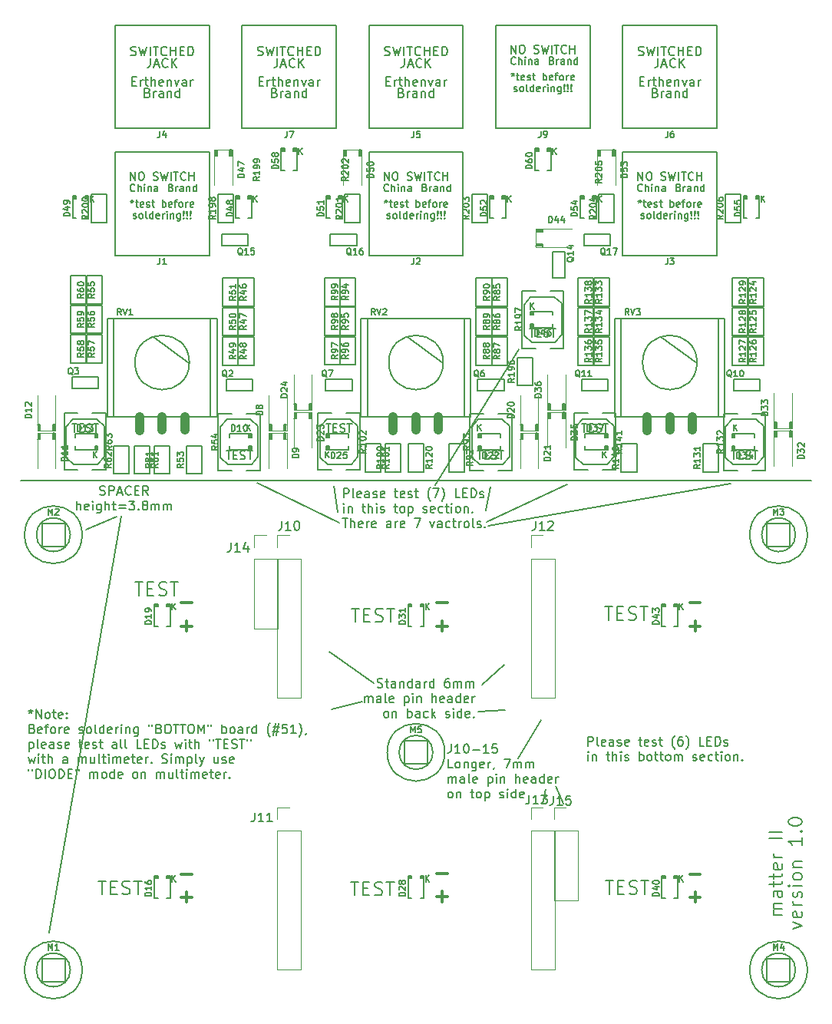
<source format=gbr>
G04 #@! TF.GenerationSoftware,KiCad,Pcbnew,(6.0.0-rc1-dev-1122-gbe0935b)*
G04 #@! TF.CreationDate,2018-11-02T12:34:23-07:00*
G04 #@! TF.ProjectId,50_matter2_comp,35305f6d-6174-4746-9572-325f636f6d70,rev?*
G04 #@! TF.SameCoordinates,Original*
G04 #@! TF.FileFunction,Legend,Top*
G04 #@! TF.FilePolarity,Positive*
%FSLAX46Y46*%
G04 Gerber Fmt 4.6, Leading zero omitted, Abs format (unit mm)*
G04 Created by KiCad (PCBNEW (6.0.0-rc1-dev-1122-gbe0935b)) date Fri Nov  2 12:34:23 2018*
%MOMM*%
%LPD*%
G01*
G04 APERTURE LIST*
%ADD10C,0.200000*%
%ADD11C,0.150000*%
%ADD12C,0.300000*%
%ADD13C,1.000000*%
%ADD14C,0.120000*%
%ADD15C,0.175000*%
G04 APERTURE END LIST*
D10*
X164350000Y-131050000D02*
X164000000Y-132650000D01*
X165450000Y-130700000D02*
X166250000Y-132650000D01*
X161300000Y-127700000D02*
X163800000Y-123400000D01*
X145350000Y-119400000D02*
X140400000Y-115900000D01*
X144100000Y-121400000D02*
X140650000Y-122250000D01*
X156850000Y-122500000D02*
X159800000Y-122350000D01*
X157300000Y-119500000D02*
X159750000Y-117300000D01*
D11*
X145745357Y-119804761D02*
X145888214Y-119852380D01*
X146126309Y-119852380D01*
X146221547Y-119804761D01*
X146269166Y-119757142D01*
X146316785Y-119661904D01*
X146316785Y-119566666D01*
X146269166Y-119471428D01*
X146221547Y-119423809D01*
X146126309Y-119376190D01*
X145935833Y-119328571D01*
X145840595Y-119280952D01*
X145792976Y-119233333D01*
X145745357Y-119138095D01*
X145745357Y-119042857D01*
X145792976Y-118947619D01*
X145840595Y-118900000D01*
X145935833Y-118852380D01*
X146173928Y-118852380D01*
X146316785Y-118900000D01*
X146602500Y-119185714D02*
X146983452Y-119185714D01*
X146745357Y-118852380D02*
X146745357Y-119709523D01*
X146792976Y-119804761D01*
X146888214Y-119852380D01*
X146983452Y-119852380D01*
X147745357Y-119852380D02*
X147745357Y-119328571D01*
X147697738Y-119233333D01*
X147602500Y-119185714D01*
X147412023Y-119185714D01*
X147316785Y-119233333D01*
X147745357Y-119804761D02*
X147650119Y-119852380D01*
X147412023Y-119852380D01*
X147316785Y-119804761D01*
X147269166Y-119709523D01*
X147269166Y-119614285D01*
X147316785Y-119519047D01*
X147412023Y-119471428D01*
X147650119Y-119471428D01*
X147745357Y-119423809D01*
X148221547Y-119185714D02*
X148221547Y-119852380D01*
X148221547Y-119280952D02*
X148269166Y-119233333D01*
X148364404Y-119185714D01*
X148507261Y-119185714D01*
X148602500Y-119233333D01*
X148650119Y-119328571D01*
X148650119Y-119852380D01*
X149554880Y-119852380D02*
X149554880Y-118852380D01*
X149554880Y-119804761D02*
X149459642Y-119852380D01*
X149269166Y-119852380D01*
X149173928Y-119804761D01*
X149126309Y-119757142D01*
X149078690Y-119661904D01*
X149078690Y-119376190D01*
X149126309Y-119280952D01*
X149173928Y-119233333D01*
X149269166Y-119185714D01*
X149459642Y-119185714D01*
X149554880Y-119233333D01*
X150459642Y-119852380D02*
X150459642Y-119328571D01*
X150412023Y-119233333D01*
X150316785Y-119185714D01*
X150126309Y-119185714D01*
X150031071Y-119233333D01*
X150459642Y-119804761D02*
X150364404Y-119852380D01*
X150126309Y-119852380D01*
X150031071Y-119804761D01*
X149983452Y-119709523D01*
X149983452Y-119614285D01*
X150031071Y-119519047D01*
X150126309Y-119471428D01*
X150364404Y-119471428D01*
X150459642Y-119423809D01*
X150935833Y-119852380D02*
X150935833Y-119185714D01*
X150935833Y-119376190D02*
X150983452Y-119280952D01*
X151031071Y-119233333D01*
X151126309Y-119185714D01*
X151221547Y-119185714D01*
X151983452Y-119852380D02*
X151983452Y-118852380D01*
X151983452Y-119804761D02*
X151888214Y-119852380D01*
X151697738Y-119852380D01*
X151602500Y-119804761D01*
X151554880Y-119757142D01*
X151507261Y-119661904D01*
X151507261Y-119376190D01*
X151554880Y-119280952D01*
X151602500Y-119233333D01*
X151697738Y-119185714D01*
X151888214Y-119185714D01*
X151983452Y-119233333D01*
X153650119Y-118852380D02*
X153459642Y-118852380D01*
X153364404Y-118900000D01*
X153316785Y-118947619D01*
X153221547Y-119090476D01*
X153173928Y-119280952D01*
X153173928Y-119661904D01*
X153221547Y-119757142D01*
X153269166Y-119804761D01*
X153364404Y-119852380D01*
X153554880Y-119852380D01*
X153650119Y-119804761D01*
X153697738Y-119757142D01*
X153745357Y-119661904D01*
X153745357Y-119423809D01*
X153697738Y-119328571D01*
X153650119Y-119280952D01*
X153554880Y-119233333D01*
X153364404Y-119233333D01*
X153269166Y-119280952D01*
X153221547Y-119328571D01*
X153173928Y-119423809D01*
X154173928Y-119852380D02*
X154173928Y-119185714D01*
X154173928Y-119280952D02*
X154221547Y-119233333D01*
X154316785Y-119185714D01*
X154459642Y-119185714D01*
X154554880Y-119233333D01*
X154602500Y-119328571D01*
X154602500Y-119852380D01*
X154602500Y-119328571D02*
X154650119Y-119233333D01*
X154745357Y-119185714D01*
X154888214Y-119185714D01*
X154983452Y-119233333D01*
X155031071Y-119328571D01*
X155031071Y-119852380D01*
X155507261Y-119852380D02*
X155507261Y-119185714D01*
X155507261Y-119280952D02*
X155554880Y-119233333D01*
X155650119Y-119185714D01*
X155792976Y-119185714D01*
X155888214Y-119233333D01*
X155935833Y-119328571D01*
X155935833Y-119852380D01*
X155935833Y-119328571D02*
X155983452Y-119233333D01*
X156078690Y-119185714D01*
X156221547Y-119185714D01*
X156316785Y-119233333D01*
X156364404Y-119328571D01*
X156364404Y-119852380D01*
X144364404Y-121502380D02*
X144364404Y-120835714D01*
X144364404Y-120930952D02*
X144412023Y-120883333D01*
X144507261Y-120835714D01*
X144650119Y-120835714D01*
X144745357Y-120883333D01*
X144792976Y-120978571D01*
X144792976Y-121502380D01*
X144792976Y-120978571D02*
X144840595Y-120883333D01*
X144935833Y-120835714D01*
X145078690Y-120835714D01*
X145173928Y-120883333D01*
X145221547Y-120978571D01*
X145221547Y-121502380D01*
X146126309Y-121502380D02*
X146126309Y-120978571D01*
X146078690Y-120883333D01*
X145983452Y-120835714D01*
X145792976Y-120835714D01*
X145697738Y-120883333D01*
X146126309Y-121454761D02*
X146031071Y-121502380D01*
X145792976Y-121502380D01*
X145697738Y-121454761D01*
X145650119Y-121359523D01*
X145650119Y-121264285D01*
X145697738Y-121169047D01*
X145792976Y-121121428D01*
X146031071Y-121121428D01*
X146126309Y-121073809D01*
X146745357Y-121502380D02*
X146650119Y-121454761D01*
X146602500Y-121359523D01*
X146602500Y-120502380D01*
X147507261Y-121454761D02*
X147412023Y-121502380D01*
X147221547Y-121502380D01*
X147126309Y-121454761D01*
X147078690Y-121359523D01*
X147078690Y-120978571D01*
X147126309Y-120883333D01*
X147221547Y-120835714D01*
X147412023Y-120835714D01*
X147507261Y-120883333D01*
X147554880Y-120978571D01*
X147554880Y-121073809D01*
X147078690Y-121169047D01*
X148745357Y-120835714D02*
X148745357Y-121835714D01*
X148745357Y-120883333D02*
X148840595Y-120835714D01*
X149031071Y-120835714D01*
X149126309Y-120883333D01*
X149173928Y-120930952D01*
X149221547Y-121026190D01*
X149221547Y-121311904D01*
X149173928Y-121407142D01*
X149126309Y-121454761D01*
X149031071Y-121502380D01*
X148840595Y-121502380D01*
X148745357Y-121454761D01*
X149650119Y-121502380D02*
X149650119Y-120835714D01*
X149650119Y-120502380D02*
X149602500Y-120550000D01*
X149650119Y-120597619D01*
X149697738Y-120550000D01*
X149650119Y-120502380D01*
X149650119Y-120597619D01*
X150126309Y-120835714D02*
X150126309Y-121502380D01*
X150126309Y-120930952D02*
X150173928Y-120883333D01*
X150269166Y-120835714D01*
X150412023Y-120835714D01*
X150507261Y-120883333D01*
X150554880Y-120978571D01*
X150554880Y-121502380D01*
X151792976Y-121502380D02*
X151792976Y-120502380D01*
X152221547Y-121502380D02*
X152221547Y-120978571D01*
X152173928Y-120883333D01*
X152078690Y-120835714D01*
X151935833Y-120835714D01*
X151840595Y-120883333D01*
X151792976Y-120930952D01*
X153078690Y-121454761D02*
X152983452Y-121502380D01*
X152792976Y-121502380D01*
X152697738Y-121454761D01*
X152650119Y-121359523D01*
X152650119Y-120978571D01*
X152697738Y-120883333D01*
X152792976Y-120835714D01*
X152983452Y-120835714D01*
X153078690Y-120883333D01*
X153126309Y-120978571D01*
X153126309Y-121073809D01*
X152650119Y-121169047D01*
X153983452Y-121502380D02*
X153983452Y-120978571D01*
X153935833Y-120883333D01*
X153840595Y-120835714D01*
X153650119Y-120835714D01*
X153554880Y-120883333D01*
X153983452Y-121454761D02*
X153888214Y-121502380D01*
X153650119Y-121502380D01*
X153554880Y-121454761D01*
X153507261Y-121359523D01*
X153507261Y-121264285D01*
X153554880Y-121169047D01*
X153650119Y-121121428D01*
X153888214Y-121121428D01*
X153983452Y-121073809D01*
X154888214Y-121502380D02*
X154888214Y-120502380D01*
X154888214Y-121454761D02*
X154792976Y-121502380D01*
X154602500Y-121502380D01*
X154507261Y-121454761D01*
X154459642Y-121407142D01*
X154412023Y-121311904D01*
X154412023Y-121026190D01*
X154459642Y-120930952D01*
X154507261Y-120883333D01*
X154602500Y-120835714D01*
X154792976Y-120835714D01*
X154888214Y-120883333D01*
X155745357Y-121454761D02*
X155650119Y-121502380D01*
X155459642Y-121502380D01*
X155364404Y-121454761D01*
X155316785Y-121359523D01*
X155316785Y-120978571D01*
X155364404Y-120883333D01*
X155459642Y-120835714D01*
X155650119Y-120835714D01*
X155745357Y-120883333D01*
X155792976Y-120978571D01*
X155792976Y-121073809D01*
X155316785Y-121169047D01*
X156221547Y-121502380D02*
X156221547Y-120835714D01*
X156221547Y-121026190D02*
X156269166Y-120930952D01*
X156316785Y-120883333D01*
X156412023Y-120835714D01*
X156507261Y-120835714D01*
X146650119Y-123152380D02*
X146554880Y-123104761D01*
X146507261Y-123057142D01*
X146459642Y-122961904D01*
X146459642Y-122676190D01*
X146507261Y-122580952D01*
X146554880Y-122533333D01*
X146650119Y-122485714D01*
X146792976Y-122485714D01*
X146888214Y-122533333D01*
X146935833Y-122580952D01*
X146983452Y-122676190D01*
X146983452Y-122961904D01*
X146935833Y-123057142D01*
X146888214Y-123104761D01*
X146792976Y-123152380D01*
X146650119Y-123152380D01*
X147412023Y-122485714D02*
X147412023Y-123152380D01*
X147412023Y-122580952D02*
X147459642Y-122533333D01*
X147554880Y-122485714D01*
X147697738Y-122485714D01*
X147792976Y-122533333D01*
X147840595Y-122628571D01*
X147840595Y-123152380D01*
X149078690Y-123152380D02*
X149078690Y-122152380D01*
X149078690Y-122533333D02*
X149173928Y-122485714D01*
X149364404Y-122485714D01*
X149459642Y-122533333D01*
X149507261Y-122580952D01*
X149554880Y-122676190D01*
X149554880Y-122961904D01*
X149507261Y-123057142D01*
X149459642Y-123104761D01*
X149364404Y-123152380D01*
X149173928Y-123152380D01*
X149078690Y-123104761D01*
X150412023Y-123152380D02*
X150412023Y-122628571D01*
X150364404Y-122533333D01*
X150269166Y-122485714D01*
X150078690Y-122485714D01*
X149983452Y-122533333D01*
X150412023Y-123104761D02*
X150316785Y-123152380D01*
X150078690Y-123152380D01*
X149983452Y-123104761D01*
X149935833Y-123009523D01*
X149935833Y-122914285D01*
X149983452Y-122819047D01*
X150078690Y-122771428D01*
X150316785Y-122771428D01*
X150412023Y-122723809D01*
X151316785Y-123104761D02*
X151221547Y-123152380D01*
X151031071Y-123152380D01*
X150935833Y-123104761D01*
X150888214Y-123057142D01*
X150840595Y-122961904D01*
X150840595Y-122676190D01*
X150888214Y-122580952D01*
X150935833Y-122533333D01*
X151031071Y-122485714D01*
X151221547Y-122485714D01*
X151316785Y-122533333D01*
X151745357Y-123152380D02*
X151745357Y-122152380D01*
X151840595Y-122771428D02*
X152126309Y-123152380D01*
X152126309Y-122485714D02*
X151745357Y-122866666D01*
X153269166Y-123104761D02*
X153364404Y-123152380D01*
X153554880Y-123152380D01*
X153650119Y-123104761D01*
X153697738Y-123009523D01*
X153697738Y-122961904D01*
X153650119Y-122866666D01*
X153554880Y-122819047D01*
X153412023Y-122819047D01*
X153316785Y-122771428D01*
X153269166Y-122676190D01*
X153269166Y-122628571D01*
X153316785Y-122533333D01*
X153412023Y-122485714D01*
X153554880Y-122485714D01*
X153650119Y-122533333D01*
X154126309Y-123152380D02*
X154126309Y-122485714D01*
X154126309Y-122152380D02*
X154078690Y-122200000D01*
X154126309Y-122247619D01*
X154173928Y-122200000D01*
X154126309Y-122152380D01*
X154126309Y-122247619D01*
X155031071Y-123152380D02*
X155031071Y-122152380D01*
X155031071Y-123104761D02*
X154935833Y-123152380D01*
X154745357Y-123152380D01*
X154650119Y-123104761D01*
X154602500Y-123057142D01*
X154554880Y-122961904D01*
X154554880Y-122676190D01*
X154602500Y-122580952D01*
X154650119Y-122533333D01*
X154745357Y-122485714D01*
X154935833Y-122485714D01*
X155031071Y-122533333D01*
X155888214Y-123104761D02*
X155792976Y-123152380D01*
X155602500Y-123152380D01*
X155507261Y-123104761D01*
X155459642Y-123009523D01*
X155459642Y-122628571D01*
X155507261Y-122533333D01*
X155602500Y-122485714D01*
X155792976Y-122485714D01*
X155888214Y-122533333D01*
X155935833Y-122628571D01*
X155935833Y-122723809D01*
X155459642Y-122819047D01*
X156364404Y-123057142D02*
X156412023Y-123104761D01*
X156364404Y-123152380D01*
X156316785Y-123104761D01*
X156364404Y-123057142D01*
X156364404Y-123152380D01*
X153871309Y-126077380D02*
X153871309Y-126791666D01*
X153823690Y-126934523D01*
X153728452Y-127029761D01*
X153585595Y-127077380D01*
X153490357Y-127077380D01*
X154871309Y-127077380D02*
X154299880Y-127077380D01*
X154585595Y-127077380D02*
X154585595Y-126077380D01*
X154490357Y-126220238D01*
X154395119Y-126315476D01*
X154299880Y-126363095D01*
X155490357Y-126077380D02*
X155585595Y-126077380D01*
X155680833Y-126125000D01*
X155728452Y-126172619D01*
X155776071Y-126267857D01*
X155823690Y-126458333D01*
X155823690Y-126696428D01*
X155776071Y-126886904D01*
X155728452Y-126982142D01*
X155680833Y-127029761D01*
X155585595Y-127077380D01*
X155490357Y-127077380D01*
X155395119Y-127029761D01*
X155347500Y-126982142D01*
X155299880Y-126886904D01*
X155252261Y-126696428D01*
X155252261Y-126458333D01*
X155299880Y-126267857D01*
X155347500Y-126172619D01*
X155395119Y-126125000D01*
X155490357Y-126077380D01*
X156252261Y-126696428D02*
X157014166Y-126696428D01*
X158014166Y-127077380D02*
X157442738Y-127077380D01*
X157728452Y-127077380D02*
X157728452Y-126077380D01*
X157633214Y-126220238D01*
X157537976Y-126315476D01*
X157442738Y-126363095D01*
X158918928Y-126077380D02*
X158442738Y-126077380D01*
X158395119Y-126553571D01*
X158442738Y-126505952D01*
X158537976Y-126458333D01*
X158776071Y-126458333D01*
X158871309Y-126505952D01*
X158918928Y-126553571D01*
X158966547Y-126648809D01*
X158966547Y-126886904D01*
X158918928Y-126982142D01*
X158871309Y-127029761D01*
X158776071Y-127077380D01*
X158537976Y-127077380D01*
X158442738Y-127029761D01*
X158395119Y-126982142D01*
X154061785Y-128727380D02*
X153585595Y-128727380D01*
X153585595Y-127727380D01*
X154537976Y-128727380D02*
X154442738Y-128679761D01*
X154395119Y-128632142D01*
X154347500Y-128536904D01*
X154347500Y-128251190D01*
X154395119Y-128155952D01*
X154442738Y-128108333D01*
X154537976Y-128060714D01*
X154680833Y-128060714D01*
X154776071Y-128108333D01*
X154823690Y-128155952D01*
X154871309Y-128251190D01*
X154871309Y-128536904D01*
X154823690Y-128632142D01*
X154776071Y-128679761D01*
X154680833Y-128727380D01*
X154537976Y-128727380D01*
X155299880Y-128060714D02*
X155299880Y-128727380D01*
X155299880Y-128155952D02*
X155347500Y-128108333D01*
X155442738Y-128060714D01*
X155585595Y-128060714D01*
X155680833Y-128108333D01*
X155728452Y-128203571D01*
X155728452Y-128727380D01*
X156633214Y-128060714D02*
X156633214Y-128870238D01*
X156585595Y-128965476D01*
X156537976Y-129013095D01*
X156442738Y-129060714D01*
X156299880Y-129060714D01*
X156204642Y-129013095D01*
X156633214Y-128679761D02*
X156537976Y-128727380D01*
X156347500Y-128727380D01*
X156252261Y-128679761D01*
X156204642Y-128632142D01*
X156157023Y-128536904D01*
X156157023Y-128251190D01*
X156204642Y-128155952D01*
X156252261Y-128108333D01*
X156347500Y-128060714D01*
X156537976Y-128060714D01*
X156633214Y-128108333D01*
X157490357Y-128679761D02*
X157395119Y-128727380D01*
X157204642Y-128727380D01*
X157109404Y-128679761D01*
X157061785Y-128584523D01*
X157061785Y-128203571D01*
X157109404Y-128108333D01*
X157204642Y-128060714D01*
X157395119Y-128060714D01*
X157490357Y-128108333D01*
X157537976Y-128203571D01*
X157537976Y-128298809D01*
X157061785Y-128394047D01*
X157966547Y-128727380D02*
X157966547Y-128060714D01*
X157966547Y-128251190D02*
X158014166Y-128155952D01*
X158061785Y-128108333D01*
X158157023Y-128060714D01*
X158252261Y-128060714D01*
X158633214Y-128679761D02*
X158633214Y-128727380D01*
X158585595Y-128822619D01*
X158537976Y-128870238D01*
X159728452Y-127727380D02*
X160395119Y-127727380D01*
X159966547Y-128727380D01*
X160776071Y-128727380D02*
X160776071Y-128060714D01*
X160776071Y-128155952D02*
X160823690Y-128108333D01*
X160918928Y-128060714D01*
X161061785Y-128060714D01*
X161157023Y-128108333D01*
X161204642Y-128203571D01*
X161204642Y-128727380D01*
X161204642Y-128203571D02*
X161252261Y-128108333D01*
X161347500Y-128060714D01*
X161490357Y-128060714D01*
X161585595Y-128108333D01*
X161633214Y-128203571D01*
X161633214Y-128727380D01*
X162109404Y-128727380D02*
X162109404Y-128060714D01*
X162109404Y-128155952D02*
X162157023Y-128108333D01*
X162252261Y-128060714D01*
X162395119Y-128060714D01*
X162490357Y-128108333D01*
X162537976Y-128203571D01*
X162537976Y-128727380D01*
X162537976Y-128203571D02*
X162585595Y-128108333D01*
X162680833Y-128060714D01*
X162823690Y-128060714D01*
X162918928Y-128108333D01*
X162966547Y-128203571D01*
X162966547Y-128727380D01*
X153585595Y-130377380D02*
X153585595Y-129710714D01*
X153585595Y-129805952D02*
X153633214Y-129758333D01*
X153728452Y-129710714D01*
X153871309Y-129710714D01*
X153966547Y-129758333D01*
X154014166Y-129853571D01*
X154014166Y-130377380D01*
X154014166Y-129853571D02*
X154061785Y-129758333D01*
X154157023Y-129710714D01*
X154299880Y-129710714D01*
X154395119Y-129758333D01*
X154442738Y-129853571D01*
X154442738Y-130377380D01*
X155347500Y-130377380D02*
X155347500Y-129853571D01*
X155299880Y-129758333D01*
X155204642Y-129710714D01*
X155014166Y-129710714D01*
X154918928Y-129758333D01*
X155347500Y-130329761D02*
X155252261Y-130377380D01*
X155014166Y-130377380D01*
X154918928Y-130329761D01*
X154871309Y-130234523D01*
X154871309Y-130139285D01*
X154918928Y-130044047D01*
X155014166Y-129996428D01*
X155252261Y-129996428D01*
X155347500Y-129948809D01*
X155966547Y-130377380D02*
X155871309Y-130329761D01*
X155823690Y-130234523D01*
X155823690Y-129377380D01*
X156728452Y-130329761D02*
X156633214Y-130377380D01*
X156442738Y-130377380D01*
X156347500Y-130329761D01*
X156299880Y-130234523D01*
X156299880Y-129853571D01*
X156347500Y-129758333D01*
X156442738Y-129710714D01*
X156633214Y-129710714D01*
X156728452Y-129758333D01*
X156776071Y-129853571D01*
X156776071Y-129948809D01*
X156299880Y-130044047D01*
X157966547Y-129710714D02*
X157966547Y-130710714D01*
X157966547Y-129758333D02*
X158061785Y-129710714D01*
X158252261Y-129710714D01*
X158347500Y-129758333D01*
X158395119Y-129805952D01*
X158442738Y-129901190D01*
X158442738Y-130186904D01*
X158395119Y-130282142D01*
X158347500Y-130329761D01*
X158252261Y-130377380D01*
X158061785Y-130377380D01*
X157966547Y-130329761D01*
X158871309Y-130377380D02*
X158871309Y-129710714D01*
X158871309Y-129377380D02*
X158823690Y-129425000D01*
X158871309Y-129472619D01*
X158918928Y-129425000D01*
X158871309Y-129377380D01*
X158871309Y-129472619D01*
X159347500Y-129710714D02*
X159347500Y-130377380D01*
X159347500Y-129805952D02*
X159395119Y-129758333D01*
X159490357Y-129710714D01*
X159633214Y-129710714D01*
X159728452Y-129758333D01*
X159776071Y-129853571D01*
X159776071Y-130377380D01*
X161014166Y-130377380D02*
X161014166Y-129377380D01*
X161442738Y-130377380D02*
X161442738Y-129853571D01*
X161395119Y-129758333D01*
X161299880Y-129710714D01*
X161157023Y-129710714D01*
X161061785Y-129758333D01*
X161014166Y-129805952D01*
X162299880Y-130329761D02*
X162204642Y-130377380D01*
X162014166Y-130377380D01*
X161918928Y-130329761D01*
X161871309Y-130234523D01*
X161871309Y-129853571D01*
X161918928Y-129758333D01*
X162014166Y-129710714D01*
X162204642Y-129710714D01*
X162299880Y-129758333D01*
X162347500Y-129853571D01*
X162347500Y-129948809D01*
X161871309Y-130044047D01*
X163204642Y-130377380D02*
X163204642Y-129853571D01*
X163157023Y-129758333D01*
X163061785Y-129710714D01*
X162871309Y-129710714D01*
X162776071Y-129758333D01*
X163204642Y-130329761D02*
X163109404Y-130377380D01*
X162871309Y-130377380D01*
X162776071Y-130329761D01*
X162728452Y-130234523D01*
X162728452Y-130139285D01*
X162776071Y-130044047D01*
X162871309Y-129996428D01*
X163109404Y-129996428D01*
X163204642Y-129948809D01*
X164109404Y-130377380D02*
X164109404Y-129377380D01*
X164109404Y-130329761D02*
X164014166Y-130377380D01*
X163823690Y-130377380D01*
X163728452Y-130329761D01*
X163680833Y-130282142D01*
X163633214Y-130186904D01*
X163633214Y-129901190D01*
X163680833Y-129805952D01*
X163728452Y-129758333D01*
X163823690Y-129710714D01*
X164014166Y-129710714D01*
X164109404Y-129758333D01*
X164966547Y-130329761D02*
X164871309Y-130377380D01*
X164680833Y-130377380D01*
X164585595Y-130329761D01*
X164537976Y-130234523D01*
X164537976Y-129853571D01*
X164585595Y-129758333D01*
X164680833Y-129710714D01*
X164871309Y-129710714D01*
X164966547Y-129758333D01*
X165014166Y-129853571D01*
X165014166Y-129948809D01*
X164537976Y-130044047D01*
X165442738Y-130377380D02*
X165442738Y-129710714D01*
X165442738Y-129901190D02*
X165490357Y-129805952D01*
X165537976Y-129758333D01*
X165633214Y-129710714D01*
X165728452Y-129710714D01*
X153728452Y-132027380D02*
X153633214Y-131979761D01*
X153585595Y-131932142D01*
X153537976Y-131836904D01*
X153537976Y-131551190D01*
X153585595Y-131455952D01*
X153633214Y-131408333D01*
X153728452Y-131360714D01*
X153871309Y-131360714D01*
X153966547Y-131408333D01*
X154014166Y-131455952D01*
X154061785Y-131551190D01*
X154061785Y-131836904D01*
X154014166Y-131932142D01*
X153966547Y-131979761D01*
X153871309Y-132027380D01*
X153728452Y-132027380D01*
X154490357Y-131360714D02*
X154490357Y-132027380D01*
X154490357Y-131455952D02*
X154537976Y-131408333D01*
X154633214Y-131360714D01*
X154776071Y-131360714D01*
X154871309Y-131408333D01*
X154918928Y-131503571D01*
X154918928Y-132027380D01*
X156014166Y-131360714D02*
X156395119Y-131360714D01*
X156157023Y-131027380D02*
X156157023Y-131884523D01*
X156204642Y-131979761D01*
X156299880Y-132027380D01*
X156395119Y-132027380D01*
X156871309Y-132027380D02*
X156776071Y-131979761D01*
X156728452Y-131932142D01*
X156680833Y-131836904D01*
X156680833Y-131551190D01*
X156728452Y-131455952D01*
X156776071Y-131408333D01*
X156871309Y-131360714D01*
X157014166Y-131360714D01*
X157109404Y-131408333D01*
X157157023Y-131455952D01*
X157204642Y-131551190D01*
X157204642Y-131836904D01*
X157157023Y-131932142D01*
X157109404Y-131979761D01*
X157014166Y-132027380D01*
X156871309Y-132027380D01*
X157633214Y-131360714D02*
X157633214Y-132360714D01*
X157633214Y-131408333D02*
X157728452Y-131360714D01*
X157918928Y-131360714D01*
X158014166Y-131408333D01*
X158061785Y-131455952D01*
X158109404Y-131551190D01*
X158109404Y-131836904D01*
X158061785Y-131932142D01*
X158014166Y-131979761D01*
X157918928Y-132027380D01*
X157728452Y-132027380D01*
X157633214Y-131979761D01*
X159252261Y-131979761D02*
X159347500Y-132027380D01*
X159537976Y-132027380D01*
X159633214Y-131979761D01*
X159680833Y-131884523D01*
X159680833Y-131836904D01*
X159633214Y-131741666D01*
X159537976Y-131694047D01*
X159395119Y-131694047D01*
X159299880Y-131646428D01*
X159252261Y-131551190D01*
X159252261Y-131503571D01*
X159299880Y-131408333D01*
X159395119Y-131360714D01*
X159537976Y-131360714D01*
X159633214Y-131408333D01*
X160109404Y-132027380D02*
X160109404Y-131360714D01*
X160109404Y-131027380D02*
X160061785Y-131075000D01*
X160109404Y-131122619D01*
X160157023Y-131075000D01*
X160109404Y-131027380D01*
X160109404Y-131122619D01*
X161014166Y-132027380D02*
X161014166Y-131027380D01*
X161014166Y-131979761D02*
X160918928Y-132027380D01*
X160728452Y-132027380D01*
X160633214Y-131979761D01*
X160585595Y-131932142D01*
X160537976Y-131836904D01*
X160537976Y-131551190D01*
X160585595Y-131455952D01*
X160633214Y-131408333D01*
X160728452Y-131360714D01*
X160918928Y-131360714D01*
X161014166Y-131408333D01*
X161871309Y-131979761D02*
X161776071Y-132027380D01*
X161585595Y-132027380D01*
X161490357Y-131979761D01*
X161442738Y-131884523D01*
X161442738Y-131503571D01*
X161490357Y-131408333D01*
X161585595Y-131360714D01*
X161776071Y-131360714D01*
X161871309Y-131408333D01*
X161918928Y-131503571D01*
X161918928Y-131598809D01*
X161442738Y-131694047D01*
D10*
X161350000Y-82550000D02*
X152150000Y-97500000D01*
X158000000Y-102000000D02*
X184700000Y-97400000D01*
X157800000Y-101600000D02*
X166700000Y-97450000D01*
X157750000Y-100300000D02*
X158200000Y-97700000D01*
X141500000Y-101700000D02*
X132450000Y-97300000D01*
X141400000Y-100500000D02*
X140950000Y-97600000D01*
D11*
X142035595Y-98902380D02*
X142035595Y-97902380D01*
X142416547Y-97902380D01*
X142511785Y-97950000D01*
X142559404Y-97997619D01*
X142607023Y-98092857D01*
X142607023Y-98235714D01*
X142559404Y-98330952D01*
X142511785Y-98378571D01*
X142416547Y-98426190D01*
X142035595Y-98426190D01*
X143178452Y-98902380D02*
X143083214Y-98854761D01*
X143035595Y-98759523D01*
X143035595Y-97902380D01*
X143940357Y-98854761D02*
X143845119Y-98902380D01*
X143654642Y-98902380D01*
X143559404Y-98854761D01*
X143511785Y-98759523D01*
X143511785Y-98378571D01*
X143559404Y-98283333D01*
X143654642Y-98235714D01*
X143845119Y-98235714D01*
X143940357Y-98283333D01*
X143987976Y-98378571D01*
X143987976Y-98473809D01*
X143511785Y-98569047D01*
X144845119Y-98902380D02*
X144845119Y-98378571D01*
X144797500Y-98283333D01*
X144702261Y-98235714D01*
X144511785Y-98235714D01*
X144416547Y-98283333D01*
X144845119Y-98854761D02*
X144749880Y-98902380D01*
X144511785Y-98902380D01*
X144416547Y-98854761D01*
X144368928Y-98759523D01*
X144368928Y-98664285D01*
X144416547Y-98569047D01*
X144511785Y-98521428D01*
X144749880Y-98521428D01*
X144845119Y-98473809D01*
X145273690Y-98854761D02*
X145368928Y-98902380D01*
X145559404Y-98902380D01*
X145654642Y-98854761D01*
X145702261Y-98759523D01*
X145702261Y-98711904D01*
X145654642Y-98616666D01*
X145559404Y-98569047D01*
X145416547Y-98569047D01*
X145321309Y-98521428D01*
X145273690Y-98426190D01*
X145273690Y-98378571D01*
X145321309Y-98283333D01*
X145416547Y-98235714D01*
X145559404Y-98235714D01*
X145654642Y-98283333D01*
X146511785Y-98854761D02*
X146416547Y-98902380D01*
X146226071Y-98902380D01*
X146130833Y-98854761D01*
X146083214Y-98759523D01*
X146083214Y-98378571D01*
X146130833Y-98283333D01*
X146226071Y-98235714D01*
X146416547Y-98235714D01*
X146511785Y-98283333D01*
X146559404Y-98378571D01*
X146559404Y-98473809D01*
X146083214Y-98569047D01*
X147607023Y-98235714D02*
X147987976Y-98235714D01*
X147749880Y-97902380D02*
X147749880Y-98759523D01*
X147797500Y-98854761D01*
X147892738Y-98902380D01*
X147987976Y-98902380D01*
X148702261Y-98854761D02*
X148607023Y-98902380D01*
X148416547Y-98902380D01*
X148321309Y-98854761D01*
X148273690Y-98759523D01*
X148273690Y-98378571D01*
X148321309Y-98283333D01*
X148416547Y-98235714D01*
X148607023Y-98235714D01*
X148702261Y-98283333D01*
X148749880Y-98378571D01*
X148749880Y-98473809D01*
X148273690Y-98569047D01*
X149130833Y-98854761D02*
X149226071Y-98902380D01*
X149416547Y-98902380D01*
X149511785Y-98854761D01*
X149559404Y-98759523D01*
X149559404Y-98711904D01*
X149511785Y-98616666D01*
X149416547Y-98569047D01*
X149273690Y-98569047D01*
X149178452Y-98521428D01*
X149130833Y-98426190D01*
X149130833Y-98378571D01*
X149178452Y-98283333D01*
X149273690Y-98235714D01*
X149416547Y-98235714D01*
X149511785Y-98283333D01*
X149845119Y-98235714D02*
X150226071Y-98235714D01*
X149987976Y-97902380D02*
X149987976Y-98759523D01*
X150035595Y-98854761D01*
X150130833Y-98902380D01*
X150226071Y-98902380D01*
X151607023Y-99283333D02*
X151559404Y-99235714D01*
X151464166Y-99092857D01*
X151416547Y-98997619D01*
X151368928Y-98854761D01*
X151321309Y-98616666D01*
X151321309Y-98426190D01*
X151368928Y-98188095D01*
X151416547Y-98045238D01*
X151464166Y-97950000D01*
X151559404Y-97807142D01*
X151607023Y-97759523D01*
X151892738Y-97902380D02*
X152559404Y-97902380D01*
X152130833Y-98902380D01*
X152845119Y-99283333D02*
X152892738Y-99235714D01*
X152987976Y-99092857D01*
X153035595Y-98997619D01*
X153083214Y-98854761D01*
X153130833Y-98616666D01*
X153130833Y-98426190D01*
X153083214Y-98188095D01*
X153035595Y-98045238D01*
X152987976Y-97950000D01*
X152892738Y-97807142D01*
X152845119Y-97759523D01*
X154845119Y-98902380D02*
X154368928Y-98902380D01*
X154368928Y-97902380D01*
X155178452Y-98378571D02*
X155511785Y-98378571D01*
X155654642Y-98902380D02*
X155178452Y-98902380D01*
X155178452Y-97902380D01*
X155654642Y-97902380D01*
X156083214Y-98902380D02*
X156083214Y-97902380D01*
X156321309Y-97902380D01*
X156464166Y-97950000D01*
X156559404Y-98045238D01*
X156607023Y-98140476D01*
X156654642Y-98330952D01*
X156654642Y-98473809D01*
X156607023Y-98664285D01*
X156559404Y-98759523D01*
X156464166Y-98854761D01*
X156321309Y-98902380D01*
X156083214Y-98902380D01*
X157035595Y-98854761D02*
X157130833Y-98902380D01*
X157321309Y-98902380D01*
X157416547Y-98854761D01*
X157464166Y-98759523D01*
X157464166Y-98711904D01*
X157416547Y-98616666D01*
X157321309Y-98569047D01*
X157178452Y-98569047D01*
X157083214Y-98521428D01*
X157035595Y-98426190D01*
X157035595Y-98378571D01*
X157083214Y-98283333D01*
X157178452Y-98235714D01*
X157321309Y-98235714D01*
X157416547Y-98283333D01*
X142035595Y-100552380D02*
X142035595Y-99885714D01*
X142035595Y-99552380D02*
X141987976Y-99600000D01*
X142035595Y-99647619D01*
X142083214Y-99600000D01*
X142035595Y-99552380D01*
X142035595Y-99647619D01*
X142511785Y-99885714D02*
X142511785Y-100552380D01*
X142511785Y-99980952D02*
X142559404Y-99933333D01*
X142654642Y-99885714D01*
X142797500Y-99885714D01*
X142892738Y-99933333D01*
X142940357Y-100028571D01*
X142940357Y-100552380D01*
X144035595Y-99885714D02*
X144416547Y-99885714D01*
X144178452Y-99552380D02*
X144178452Y-100409523D01*
X144226071Y-100504761D01*
X144321309Y-100552380D01*
X144416547Y-100552380D01*
X144749880Y-100552380D02*
X144749880Y-99552380D01*
X145178452Y-100552380D02*
X145178452Y-100028571D01*
X145130833Y-99933333D01*
X145035595Y-99885714D01*
X144892738Y-99885714D01*
X144797500Y-99933333D01*
X144749880Y-99980952D01*
X145654642Y-100552380D02*
X145654642Y-99885714D01*
X145654642Y-99552380D02*
X145607023Y-99600000D01*
X145654642Y-99647619D01*
X145702261Y-99600000D01*
X145654642Y-99552380D01*
X145654642Y-99647619D01*
X146083214Y-100504761D02*
X146178452Y-100552380D01*
X146368928Y-100552380D01*
X146464166Y-100504761D01*
X146511785Y-100409523D01*
X146511785Y-100361904D01*
X146464166Y-100266666D01*
X146368928Y-100219047D01*
X146226071Y-100219047D01*
X146130833Y-100171428D01*
X146083214Y-100076190D01*
X146083214Y-100028571D01*
X146130833Y-99933333D01*
X146226071Y-99885714D01*
X146368928Y-99885714D01*
X146464166Y-99933333D01*
X147559404Y-99885714D02*
X147940357Y-99885714D01*
X147702261Y-99552380D02*
X147702261Y-100409523D01*
X147749880Y-100504761D01*
X147845119Y-100552380D01*
X147940357Y-100552380D01*
X148416547Y-100552380D02*
X148321309Y-100504761D01*
X148273690Y-100457142D01*
X148226071Y-100361904D01*
X148226071Y-100076190D01*
X148273690Y-99980952D01*
X148321309Y-99933333D01*
X148416547Y-99885714D01*
X148559404Y-99885714D01*
X148654642Y-99933333D01*
X148702261Y-99980952D01*
X148749880Y-100076190D01*
X148749880Y-100361904D01*
X148702261Y-100457142D01*
X148654642Y-100504761D01*
X148559404Y-100552380D01*
X148416547Y-100552380D01*
X149178452Y-99885714D02*
X149178452Y-100885714D01*
X149178452Y-99933333D02*
X149273690Y-99885714D01*
X149464166Y-99885714D01*
X149559404Y-99933333D01*
X149607023Y-99980952D01*
X149654642Y-100076190D01*
X149654642Y-100361904D01*
X149607023Y-100457142D01*
X149559404Y-100504761D01*
X149464166Y-100552380D01*
X149273690Y-100552380D01*
X149178452Y-100504761D01*
X150797500Y-100504761D02*
X150892738Y-100552380D01*
X151083214Y-100552380D01*
X151178452Y-100504761D01*
X151226071Y-100409523D01*
X151226071Y-100361904D01*
X151178452Y-100266666D01*
X151083214Y-100219047D01*
X150940357Y-100219047D01*
X150845119Y-100171428D01*
X150797500Y-100076190D01*
X150797500Y-100028571D01*
X150845119Y-99933333D01*
X150940357Y-99885714D01*
X151083214Y-99885714D01*
X151178452Y-99933333D01*
X152035595Y-100504761D02*
X151940357Y-100552380D01*
X151749880Y-100552380D01*
X151654642Y-100504761D01*
X151607023Y-100409523D01*
X151607023Y-100028571D01*
X151654642Y-99933333D01*
X151749880Y-99885714D01*
X151940357Y-99885714D01*
X152035595Y-99933333D01*
X152083214Y-100028571D01*
X152083214Y-100123809D01*
X151607023Y-100219047D01*
X152940357Y-100504761D02*
X152845119Y-100552380D01*
X152654642Y-100552380D01*
X152559404Y-100504761D01*
X152511785Y-100457142D01*
X152464166Y-100361904D01*
X152464166Y-100076190D01*
X152511785Y-99980952D01*
X152559404Y-99933333D01*
X152654642Y-99885714D01*
X152845119Y-99885714D01*
X152940357Y-99933333D01*
X153226071Y-99885714D02*
X153607023Y-99885714D01*
X153368928Y-99552380D02*
X153368928Y-100409523D01*
X153416547Y-100504761D01*
X153511785Y-100552380D01*
X153607023Y-100552380D01*
X153940357Y-100552380D02*
X153940357Y-99885714D01*
X153940357Y-99552380D02*
X153892738Y-99600000D01*
X153940357Y-99647619D01*
X153987976Y-99600000D01*
X153940357Y-99552380D01*
X153940357Y-99647619D01*
X154559404Y-100552380D02*
X154464166Y-100504761D01*
X154416547Y-100457142D01*
X154368928Y-100361904D01*
X154368928Y-100076190D01*
X154416547Y-99980952D01*
X154464166Y-99933333D01*
X154559404Y-99885714D01*
X154702261Y-99885714D01*
X154797500Y-99933333D01*
X154845119Y-99980952D01*
X154892738Y-100076190D01*
X154892738Y-100361904D01*
X154845119Y-100457142D01*
X154797500Y-100504761D01*
X154702261Y-100552380D01*
X154559404Y-100552380D01*
X155321309Y-99885714D02*
X155321309Y-100552380D01*
X155321309Y-99980952D02*
X155368928Y-99933333D01*
X155464166Y-99885714D01*
X155607023Y-99885714D01*
X155702261Y-99933333D01*
X155749880Y-100028571D01*
X155749880Y-100552380D01*
X156226071Y-100457142D02*
X156273690Y-100504761D01*
X156226071Y-100552380D01*
X156178452Y-100504761D01*
X156226071Y-100457142D01*
X156226071Y-100552380D01*
X141892738Y-101202380D02*
X142464166Y-101202380D01*
X142178452Y-102202380D02*
X142178452Y-101202380D01*
X142797500Y-102202380D02*
X142797500Y-101202380D01*
X143226071Y-102202380D02*
X143226071Y-101678571D01*
X143178452Y-101583333D01*
X143083214Y-101535714D01*
X142940357Y-101535714D01*
X142845119Y-101583333D01*
X142797500Y-101630952D01*
X144083214Y-102154761D02*
X143987976Y-102202380D01*
X143797500Y-102202380D01*
X143702261Y-102154761D01*
X143654642Y-102059523D01*
X143654642Y-101678571D01*
X143702261Y-101583333D01*
X143797500Y-101535714D01*
X143987976Y-101535714D01*
X144083214Y-101583333D01*
X144130833Y-101678571D01*
X144130833Y-101773809D01*
X143654642Y-101869047D01*
X144559404Y-102202380D02*
X144559404Y-101535714D01*
X144559404Y-101726190D02*
X144607023Y-101630952D01*
X144654642Y-101583333D01*
X144749880Y-101535714D01*
X144845119Y-101535714D01*
X145559404Y-102154761D02*
X145464166Y-102202380D01*
X145273690Y-102202380D01*
X145178452Y-102154761D01*
X145130833Y-102059523D01*
X145130833Y-101678571D01*
X145178452Y-101583333D01*
X145273690Y-101535714D01*
X145464166Y-101535714D01*
X145559404Y-101583333D01*
X145607023Y-101678571D01*
X145607023Y-101773809D01*
X145130833Y-101869047D01*
X147226071Y-102202380D02*
X147226071Y-101678571D01*
X147178452Y-101583333D01*
X147083214Y-101535714D01*
X146892738Y-101535714D01*
X146797500Y-101583333D01*
X147226071Y-102154761D02*
X147130833Y-102202380D01*
X146892738Y-102202380D01*
X146797500Y-102154761D01*
X146749880Y-102059523D01*
X146749880Y-101964285D01*
X146797500Y-101869047D01*
X146892738Y-101821428D01*
X147130833Y-101821428D01*
X147226071Y-101773809D01*
X147702261Y-102202380D02*
X147702261Y-101535714D01*
X147702261Y-101726190D02*
X147749880Y-101630952D01*
X147797500Y-101583333D01*
X147892738Y-101535714D01*
X147987976Y-101535714D01*
X148702261Y-102154761D02*
X148607023Y-102202380D01*
X148416547Y-102202380D01*
X148321309Y-102154761D01*
X148273690Y-102059523D01*
X148273690Y-101678571D01*
X148321309Y-101583333D01*
X148416547Y-101535714D01*
X148607023Y-101535714D01*
X148702261Y-101583333D01*
X148749880Y-101678571D01*
X148749880Y-101773809D01*
X148273690Y-101869047D01*
X149845119Y-101202380D02*
X150511785Y-101202380D01*
X150083214Y-102202380D01*
X151559404Y-101535714D02*
X151797500Y-102202380D01*
X152035595Y-101535714D01*
X152845119Y-102202380D02*
X152845119Y-101678571D01*
X152797500Y-101583333D01*
X152702261Y-101535714D01*
X152511785Y-101535714D01*
X152416547Y-101583333D01*
X152845119Y-102154761D02*
X152749880Y-102202380D01*
X152511785Y-102202380D01*
X152416547Y-102154761D01*
X152368928Y-102059523D01*
X152368928Y-101964285D01*
X152416547Y-101869047D01*
X152511785Y-101821428D01*
X152749880Y-101821428D01*
X152845119Y-101773809D01*
X153749880Y-102154761D02*
X153654642Y-102202380D01*
X153464166Y-102202380D01*
X153368928Y-102154761D01*
X153321309Y-102107142D01*
X153273690Y-102011904D01*
X153273690Y-101726190D01*
X153321309Y-101630952D01*
X153368928Y-101583333D01*
X153464166Y-101535714D01*
X153654642Y-101535714D01*
X153749880Y-101583333D01*
X154035595Y-101535714D02*
X154416547Y-101535714D01*
X154178452Y-101202380D02*
X154178452Y-102059523D01*
X154226071Y-102154761D01*
X154321309Y-102202380D01*
X154416547Y-102202380D01*
X154749880Y-102202380D02*
X154749880Y-101535714D01*
X154749880Y-101726190D02*
X154797500Y-101630952D01*
X154845119Y-101583333D01*
X154940357Y-101535714D01*
X155035595Y-101535714D01*
X155511785Y-102202380D02*
X155416547Y-102154761D01*
X155368928Y-102107142D01*
X155321309Y-102011904D01*
X155321309Y-101726190D01*
X155368928Y-101630952D01*
X155416547Y-101583333D01*
X155511785Y-101535714D01*
X155654642Y-101535714D01*
X155749880Y-101583333D01*
X155797500Y-101630952D01*
X155845119Y-101726190D01*
X155845119Y-102011904D01*
X155797500Y-102107142D01*
X155749880Y-102154761D01*
X155654642Y-102202380D01*
X155511785Y-102202380D01*
X156416547Y-102202380D02*
X156321309Y-102154761D01*
X156273690Y-102059523D01*
X156273690Y-101202380D01*
X156749880Y-102154761D02*
X156845119Y-102202380D01*
X157035595Y-102202380D01*
X157130833Y-102154761D01*
X157178452Y-102059523D01*
X157178452Y-102011904D01*
X157130833Y-101916666D01*
X157035595Y-101869047D01*
X156892738Y-101869047D01*
X156797500Y-101821428D01*
X156749880Y-101726190D01*
X156749880Y-101678571D01*
X156797500Y-101583333D01*
X156892738Y-101535714D01*
X157035595Y-101535714D01*
X157130833Y-101583333D01*
X157607023Y-102107142D02*
X157654642Y-102154761D01*
X157607023Y-102202380D01*
X157559404Y-102154761D01*
X157607023Y-102107142D01*
X157607023Y-102202380D01*
X168985595Y-126277380D02*
X168985595Y-125277380D01*
X169366547Y-125277380D01*
X169461785Y-125325000D01*
X169509404Y-125372619D01*
X169557023Y-125467857D01*
X169557023Y-125610714D01*
X169509404Y-125705952D01*
X169461785Y-125753571D01*
X169366547Y-125801190D01*
X168985595Y-125801190D01*
X170128452Y-126277380D02*
X170033214Y-126229761D01*
X169985595Y-126134523D01*
X169985595Y-125277380D01*
X170890357Y-126229761D02*
X170795119Y-126277380D01*
X170604642Y-126277380D01*
X170509404Y-126229761D01*
X170461785Y-126134523D01*
X170461785Y-125753571D01*
X170509404Y-125658333D01*
X170604642Y-125610714D01*
X170795119Y-125610714D01*
X170890357Y-125658333D01*
X170937976Y-125753571D01*
X170937976Y-125848809D01*
X170461785Y-125944047D01*
X171795119Y-126277380D02*
X171795119Y-125753571D01*
X171747500Y-125658333D01*
X171652261Y-125610714D01*
X171461785Y-125610714D01*
X171366547Y-125658333D01*
X171795119Y-126229761D02*
X171699880Y-126277380D01*
X171461785Y-126277380D01*
X171366547Y-126229761D01*
X171318928Y-126134523D01*
X171318928Y-126039285D01*
X171366547Y-125944047D01*
X171461785Y-125896428D01*
X171699880Y-125896428D01*
X171795119Y-125848809D01*
X172223690Y-126229761D02*
X172318928Y-126277380D01*
X172509404Y-126277380D01*
X172604642Y-126229761D01*
X172652261Y-126134523D01*
X172652261Y-126086904D01*
X172604642Y-125991666D01*
X172509404Y-125944047D01*
X172366547Y-125944047D01*
X172271309Y-125896428D01*
X172223690Y-125801190D01*
X172223690Y-125753571D01*
X172271309Y-125658333D01*
X172366547Y-125610714D01*
X172509404Y-125610714D01*
X172604642Y-125658333D01*
X173461785Y-126229761D02*
X173366547Y-126277380D01*
X173176071Y-126277380D01*
X173080833Y-126229761D01*
X173033214Y-126134523D01*
X173033214Y-125753571D01*
X173080833Y-125658333D01*
X173176071Y-125610714D01*
X173366547Y-125610714D01*
X173461785Y-125658333D01*
X173509404Y-125753571D01*
X173509404Y-125848809D01*
X173033214Y-125944047D01*
X174557023Y-125610714D02*
X174937976Y-125610714D01*
X174699880Y-125277380D02*
X174699880Y-126134523D01*
X174747500Y-126229761D01*
X174842738Y-126277380D01*
X174937976Y-126277380D01*
X175652261Y-126229761D02*
X175557023Y-126277380D01*
X175366547Y-126277380D01*
X175271309Y-126229761D01*
X175223690Y-126134523D01*
X175223690Y-125753571D01*
X175271309Y-125658333D01*
X175366547Y-125610714D01*
X175557023Y-125610714D01*
X175652261Y-125658333D01*
X175699880Y-125753571D01*
X175699880Y-125848809D01*
X175223690Y-125944047D01*
X176080833Y-126229761D02*
X176176071Y-126277380D01*
X176366547Y-126277380D01*
X176461785Y-126229761D01*
X176509404Y-126134523D01*
X176509404Y-126086904D01*
X176461785Y-125991666D01*
X176366547Y-125944047D01*
X176223690Y-125944047D01*
X176128452Y-125896428D01*
X176080833Y-125801190D01*
X176080833Y-125753571D01*
X176128452Y-125658333D01*
X176223690Y-125610714D01*
X176366547Y-125610714D01*
X176461785Y-125658333D01*
X176795119Y-125610714D02*
X177176071Y-125610714D01*
X176937976Y-125277380D02*
X176937976Y-126134523D01*
X176985595Y-126229761D01*
X177080833Y-126277380D01*
X177176071Y-126277380D01*
X178557023Y-126658333D02*
X178509404Y-126610714D01*
X178414166Y-126467857D01*
X178366547Y-126372619D01*
X178318928Y-126229761D01*
X178271309Y-125991666D01*
X178271309Y-125801190D01*
X178318928Y-125563095D01*
X178366547Y-125420238D01*
X178414166Y-125325000D01*
X178509404Y-125182142D01*
X178557023Y-125134523D01*
X179366547Y-125277380D02*
X179176071Y-125277380D01*
X179080833Y-125325000D01*
X179033214Y-125372619D01*
X178937976Y-125515476D01*
X178890357Y-125705952D01*
X178890357Y-126086904D01*
X178937976Y-126182142D01*
X178985595Y-126229761D01*
X179080833Y-126277380D01*
X179271309Y-126277380D01*
X179366547Y-126229761D01*
X179414166Y-126182142D01*
X179461785Y-126086904D01*
X179461785Y-125848809D01*
X179414166Y-125753571D01*
X179366547Y-125705952D01*
X179271309Y-125658333D01*
X179080833Y-125658333D01*
X178985595Y-125705952D01*
X178937976Y-125753571D01*
X178890357Y-125848809D01*
X179795119Y-126658333D02*
X179842738Y-126610714D01*
X179937976Y-126467857D01*
X179985595Y-126372619D01*
X180033214Y-126229761D01*
X180080833Y-125991666D01*
X180080833Y-125801190D01*
X180033214Y-125563095D01*
X179985595Y-125420238D01*
X179937976Y-125325000D01*
X179842738Y-125182142D01*
X179795119Y-125134523D01*
X181795119Y-126277380D02*
X181318928Y-126277380D01*
X181318928Y-125277380D01*
X182128452Y-125753571D02*
X182461785Y-125753571D01*
X182604642Y-126277380D02*
X182128452Y-126277380D01*
X182128452Y-125277380D01*
X182604642Y-125277380D01*
X183033214Y-126277380D02*
X183033214Y-125277380D01*
X183271309Y-125277380D01*
X183414166Y-125325000D01*
X183509404Y-125420238D01*
X183557023Y-125515476D01*
X183604642Y-125705952D01*
X183604642Y-125848809D01*
X183557023Y-126039285D01*
X183509404Y-126134523D01*
X183414166Y-126229761D01*
X183271309Y-126277380D01*
X183033214Y-126277380D01*
X183985595Y-126229761D02*
X184080833Y-126277380D01*
X184271309Y-126277380D01*
X184366547Y-126229761D01*
X184414166Y-126134523D01*
X184414166Y-126086904D01*
X184366547Y-125991666D01*
X184271309Y-125944047D01*
X184128452Y-125944047D01*
X184033214Y-125896428D01*
X183985595Y-125801190D01*
X183985595Y-125753571D01*
X184033214Y-125658333D01*
X184128452Y-125610714D01*
X184271309Y-125610714D01*
X184366547Y-125658333D01*
X168985595Y-127927380D02*
X168985595Y-127260714D01*
X168985595Y-126927380D02*
X168937976Y-126975000D01*
X168985595Y-127022619D01*
X169033214Y-126975000D01*
X168985595Y-126927380D01*
X168985595Y-127022619D01*
X169461785Y-127260714D02*
X169461785Y-127927380D01*
X169461785Y-127355952D02*
X169509404Y-127308333D01*
X169604642Y-127260714D01*
X169747500Y-127260714D01*
X169842738Y-127308333D01*
X169890357Y-127403571D01*
X169890357Y-127927380D01*
X170985595Y-127260714D02*
X171366547Y-127260714D01*
X171128452Y-126927380D02*
X171128452Y-127784523D01*
X171176071Y-127879761D01*
X171271309Y-127927380D01*
X171366547Y-127927380D01*
X171699880Y-127927380D02*
X171699880Y-126927380D01*
X172128452Y-127927380D02*
X172128452Y-127403571D01*
X172080833Y-127308333D01*
X171985595Y-127260714D01*
X171842738Y-127260714D01*
X171747500Y-127308333D01*
X171699880Y-127355952D01*
X172604642Y-127927380D02*
X172604642Y-127260714D01*
X172604642Y-126927380D02*
X172557023Y-126975000D01*
X172604642Y-127022619D01*
X172652261Y-126975000D01*
X172604642Y-126927380D01*
X172604642Y-127022619D01*
X173033214Y-127879761D02*
X173128452Y-127927380D01*
X173318928Y-127927380D01*
X173414166Y-127879761D01*
X173461785Y-127784523D01*
X173461785Y-127736904D01*
X173414166Y-127641666D01*
X173318928Y-127594047D01*
X173176071Y-127594047D01*
X173080833Y-127546428D01*
X173033214Y-127451190D01*
X173033214Y-127403571D01*
X173080833Y-127308333D01*
X173176071Y-127260714D01*
X173318928Y-127260714D01*
X173414166Y-127308333D01*
X174652261Y-127927380D02*
X174652261Y-126927380D01*
X174652261Y-127308333D02*
X174747500Y-127260714D01*
X174937976Y-127260714D01*
X175033214Y-127308333D01*
X175080833Y-127355952D01*
X175128452Y-127451190D01*
X175128452Y-127736904D01*
X175080833Y-127832142D01*
X175033214Y-127879761D01*
X174937976Y-127927380D01*
X174747500Y-127927380D01*
X174652261Y-127879761D01*
X175699880Y-127927380D02*
X175604642Y-127879761D01*
X175557023Y-127832142D01*
X175509404Y-127736904D01*
X175509404Y-127451190D01*
X175557023Y-127355952D01*
X175604642Y-127308333D01*
X175699880Y-127260714D01*
X175842738Y-127260714D01*
X175937976Y-127308333D01*
X175985595Y-127355952D01*
X176033214Y-127451190D01*
X176033214Y-127736904D01*
X175985595Y-127832142D01*
X175937976Y-127879761D01*
X175842738Y-127927380D01*
X175699880Y-127927380D01*
X176318928Y-127260714D02*
X176699880Y-127260714D01*
X176461785Y-126927380D02*
X176461785Y-127784523D01*
X176509404Y-127879761D01*
X176604642Y-127927380D01*
X176699880Y-127927380D01*
X176890357Y-127260714D02*
X177271309Y-127260714D01*
X177033214Y-126927380D02*
X177033214Y-127784523D01*
X177080833Y-127879761D01*
X177176071Y-127927380D01*
X177271309Y-127927380D01*
X177747500Y-127927380D02*
X177652261Y-127879761D01*
X177604642Y-127832142D01*
X177557023Y-127736904D01*
X177557023Y-127451190D01*
X177604642Y-127355952D01*
X177652261Y-127308333D01*
X177747500Y-127260714D01*
X177890357Y-127260714D01*
X177985595Y-127308333D01*
X178033214Y-127355952D01*
X178080833Y-127451190D01*
X178080833Y-127736904D01*
X178033214Y-127832142D01*
X177985595Y-127879761D01*
X177890357Y-127927380D01*
X177747500Y-127927380D01*
X178509404Y-127927380D02*
X178509404Y-127260714D01*
X178509404Y-127355952D02*
X178557023Y-127308333D01*
X178652261Y-127260714D01*
X178795119Y-127260714D01*
X178890357Y-127308333D01*
X178937976Y-127403571D01*
X178937976Y-127927380D01*
X178937976Y-127403571D02*
X178985595Y-127308333D01*
X179080833Y-127260714D01*
X179223690Y-127260714D01*
X179318928Y-127308333D01*
X179366547Y-127403571D01*
X179366547Y-127927380D01*
X180557023Y-127879761D02*
X180652261Y-127927380D01*
X180842738Y-127927380D01*
X180937976Y-127879761D01*
X180985595Y-127784523D01*
X180985595Y-127736904D01*
X180937976Y-127641666D01*
X180842738Y-127594047D01*
X180699880Y-127594047D01*
X180604642Y-127546428D01*
X180557023Y-127451190D01*
X180557023Y-127403571D01*
X180604642Y-127308333D01*
X180699880Y-127260714D01*
X180842738Y-127260714D01*
X180937976Y-127308333D01*
X181795119Y-127879761D02*
X181699880Y-127927380D01*
X181509404Y-127927380D01*
X181414166Y-127879761D01*
X181366547Y-127784523D01*
X181366547Y-127403571D01*
X181414166Y-127308333D01*
X181509404Y-127260714D01*
X181699880Y-127260714D01*
X181795119Y-127308333D01*
X181842738Y-127403571D01*
X181842738Y-127498809D01*
X181366547Y-127594047D01*
X182699880Y-127879761D02*
X182604642Y-127927380D01*
X182414166Y-127927380D01*
X182318928Y-127879761D01*
X182271309Y-127832142D01*
X182223690Y-127736904D01*
X182223690Y-127451190D01*
X182271309Y-127355952D01*
X182318928Y-127308333D01*
X182414166Y-127260714D01*
X182604642Y-127260714D01*
X182699880Y-127308333D01*
X182985595Y-127260714D02*
X183366547Y-127260714D01*
X183128452Y-126927380D02*
X183128452Y-127784523D01*
X183176071Y-127879761D01*
X183271309Y-127927380D01*
X183366547Y-127927380D01*
X183699880Y-127927380D02*
X183699880Y-127260714D01*
X183699880Y-126927380D02*
X183652261Y-126975000D01*
X183699880Y-127022619D01*
X183747500Y-126975000D01*
X183699880Y-126927380D01*
X183699880Y-127022619D01*
X184318928Y-127927380D02*
X184223690Y-127879761D01*
X184176071Y-127832142D01*
X184128452Y-127736904D01*
X184128452Y-127451190D01*
X184176071Y-127355952D01*
X184223690Y-127308333D01*
X184318928Y-127260714D01*
X184461785Y-127260714D01*
X184557023Y-127308333D01*
X184604642Y-127355952D01*
X184652261Y-127451190D01*
X184652261Y-127736904D01*
X184604642Y-127832142D01*
X184557023Y-127879761D01*
X184461785Y-127927380D01*
X184318928Y-127927380D01*
X185080833Y-127260714D02*
X185080833Y-127927380D01*
X185080833Y-127355952D02*
X185128452Y-127308333D01*
X185223690Y-127260714D01*
X185366547Y-127260714D01*
X185461785Y-127308333D01*
X185509404Y-127403571D01*
X185509404Y-127927380D01*
X185985595Y-127832142D02*
X186033214Y-127879761D01*
X185985595Y-127927380D01*
X185937976Y-127879761D01*
X185985595Y-127832142D01*
X185985595Y-127927380D01*
X107478452Y-122252380D02*
X107478452Y-122490476D01*
X107240357Y-122395238D02*
X107478452Y-122490476D01*
X107716547Y-122395238D01*
X107335595Y-122680952D02*
X107478452Y-122490476D01*
X107621309Y-122680952D01*
X108097500Y-123252380D02*
X108097500Y-122252380D01*
X108668928Y-123252380D01*
X108668928Y-122252380D01*
X109287976Y-123252380D02*
X109192738Y-123204761D01*
X109145119Y-123157142D01*
X109097500Y-123061904D01*
X109097500Y-122776190D01*
X109145119Y-122680952D01*
X109192738Y-122633333D01*
X109287976Y-122585714D01*
X109430833Y-122585714D01*
X109526071Y-122633333D01*
X109573690Y-122680952D01*
X109621309Y-122776190D01*
X109621309Y-123061904D01*
X109573690Y-123157142D01*
X109526071Y-123204761D01*
X109430833Y-123252380D01*
X109287976Y-123252380D01*
X109907023Y-122585714D02*
X110287976Y-122585714D01*
X110049880Y-122252380D02*
X110049880Y-123109523D01*
X110097500Y-123204761D01*
X110192738Y-123252380D01*
X110287976Y-123252380D01*
X111002261Y-123204761D02*
X110907023Y-123252380D01*
X110716547Y-123252380D01*
X110621309Y-123204761D01*
X110573690Y-123109523D01*
X110573690Y-122728571D01*
X110621309Y-122633333D01*
X110716547Y-122585714D01*
X110907023Y-122585714D01*
X111002261Y-122633333D01*
X111049880Y-122728571D01*
X111049880Y-122823809D01*
X110573690Y-122919047D01*
X111478452Y-123157142D02*
X111526071Y-123204761D01*
X111478452Y-123252380D01*
X111430833Y-123204761D01*
X111478452Y-123157142D01*
X111478452Y-123252380D01*
X111478452Y-122633333D02*
X111526071Y-122680952D01*
X111478452Y-122728571D01*
X111430833Y-122680952D01*
X111478452Y-122633333D01*
X111478452Y-122728571D01*
X107668928Y-124378571D02*
X107811785Y-124426190D01*
X107859404Y-124473809D01*
X107907023Y-124569047D01*
X107907023Y-124711904D01*
X107859404Y-124807142D01*
X107811785Y-124854761D01*
X107716547Y-124902380D01*
X107335595Y-124902380D01*
X107335595Y-123902380D01*
X107668928Y-123902380D01*
X107764166Y-123950000D01*
X107811785Y-123997619D01*
X107859404Y-124092857D01*
X107859404Y-124188095D01*
X107811785Y-124283333D01*
X107764166Y-124330952D01*
X107668928Y-124378571D01*
X107335595Y-124378571D01*
X108716547Y-124854761D02*
X108621309Y-124902380D01*
X108430833Y-124902380D01*
X108335595Y-124854761D01*
X108287976Y-124759523D01*
X108287976Y-124378571D01*
X108335595Y-124283333D01*
X108430833Y-124235714D01*
X108621309Y-124235714D01*
X108716547Y-124283333D01*
X108764166Y-124378571D01*
X108764166Y-124473809D01*
X108287976Y-124569047D01*
X109049880Y-124235714D02*
X109430833Y-124235714D01*
X109192738Y-124902380D02*
X109192738Y-124045238D01*
X109240357Y-123950000D01*
X109335595Y-123902380D01*
X109430833Y-123902380D01*
X109907023Y-124902380D02*
X109811785Y-124854761D01*
X109764166Y-124807142D01*
X109716547Y-124711904D01*
X109716547Y-124426190D01*
X109764166Y-124330952D01*
X109811785Y-124283333D01*
X109907023Y-124235714D01*
X110049880Y-124235714D01*
X110145119Y-124283333D01*
X110192738Y-124330952D01*
X110240357Y-124426190D01*
X110240357Y-124711904D01*
X110192738Y-124807142D01*
X110145119Y-124854761D01*
X110049880Y-124902380D01*
X109907023Y-124902380D01*
X110668928Y-124902380D02*
X110668928Y-124235714D01*
X110668928Y-124426190D02*
X110716547Y-124330952D01*
X110764166Y-124283333D01*
X110859404Y-124235714D01*
X110954642Y-124235714D01*
X111668928Y-124854761D02*
X111573690Y-124902380D01*
X111383214Y-124902380D01*
X111287976Y-124854761D01*
X111240357Y-124759523D01*
X111240357Y-124378571D01*
X111287976Y-124283333D01*
X111383214Y-124235714D01*
X111573690Y-124235714D01*
X111668928Y-124283333D01*
X111716547Y-124378571D01*
X111716547Y-124473809D01*
X111240357Y-124569047D01*
X112859404Y-124854761D02*
X112954642Y-124902380D01*
X113145119Y-124902380D01*
X113240357Y-124854761D01*
X113287976Y-124759523D01*
X113287976Y-124711904D01*
X113240357Y-124616666D01*
X113145119Y-124569047D01*
X113002261Y-124569047D01*
X112907023Y-124521428D01*
X112859404Y-124426190D01*
X112859404Y-124378571D01*
X112907023Y-124283333D01*
X113002261Y-124235714D01*
X113145119Y-124235714D01*
X113240357Y-124283333D01*
X113859404Y-124902380D02*
X113764166Y-124854761D01*
X113716547Y-124807142D01*
X113668928Y-124711904D01*
X113668928Y-124426190D01*
X113716547Y-124330952D01*
X113764166Y-124283333D01*
X113859404Y-124235714D01*
X114002261Y-124235714D01*
X114097500Y-124283333D01*
X114145119Y-124330952D01*
X114192738Y-124426190D01*
X114192738Y-124711904D01*
X114145119Y-124807142D01*
X114097500Y-124854761D01*
X114002261Y-124902380D01*
X113859404Y-124902380D01*
X114764166Y-124902380D02*
X114668928Y-124854761D01*
X114621309Y-124759523D01*
X114621309Y-123902380D01*
X115573690Y-124902380D02*
X115573690Y-123902380D01*
X115573690Y-124854761D02*
X115478452Y-124902380D01*
X115287976Y-124902380D01*
X115192738Y-124854761D01*
X115145119Y-124807142D01*
X115097500Y-124711904D01*
X115097500Y-124426190D01*
X115145119Y-124330952D01*
X115192738Y-124283333D01*
X115287976Y-124235714D01*
X115478452Y-124235714D01*
X115573690Y-124283333D01*
X116430833Y-124854761D02*
X116335595Y-124902380D01*
X116145119Y-124902380D01*
X116049880Y-124854761D01*
X116002261Y-124759523D01*
X116002261Y-124378571D01*
X116049880Y-124283333D01*
X116145119Y-124235714D01*
X116335595Y-124235714D01*
X116430833Y-124283333D01*
X116478452Y-124378571D01*
X116478452Y-124473809D01*
X116002261Y-124569047D01*
X116907023Y-124902380D02*
X116907023Y-124235714D01*
X116907023Y-124426190D02*
X116954642Y-124330952D01*
X117002261Y-124283333D01*
X117097500Y-124235714D01*
X117192738Y-124235714D01*
X117526071Y-124902380D02*
X117526071Y-124235714D01*
X117526071Y-123902380D02*
X117478452Y-123950000D01*
X117526071Y-123997619D01*
X117573690Y-123950000D01*
X117526071Y-123902380D01*
X117526071Y-123997619D01*
X118002261Y-124235714D02*
X118002261Y-124902380D01*
X118002261Y-124330952D02*
X118049880Y-124283333D01*
X118145119Y-124235714D01*
X118287976Y-124235714D01*
X118383214Y-124283333D01*
X118430833Y-124378571D01*
X118430833Y-124902380D01*
X119335595Y-124235714D02*
X119335595Y-125045238D01*
X119287976Y-125140476D01*
X119240357Y-125188095D01*
X119145119Y-125235714D01*
X119002261Y-125235714D01*
X118907023Y-125188095D01*
X119335595Y-124854761D02*
X119240357Y-124902380D01*
X119049880Y-124902380D01*
X118954642Y-124854761D01*
X118907023Y-124807142D01*
X118859404Y-124711904D01*
X118859404Y-124426190D01*
X118907023Y-124330952D01*
X118954642Y-124283333D01*
X119049880Y-124235714D01*
X119240357Y-124235714D01*
X119335595Y-124283333D01*
X120526071Y-123902380D02*
X120526071Y-124092857D01*
X120907023Y-123902380D02*
X120907023Y-124092857D01*
X121668928Y-124378571D02*
X121811785Y-124426190D01*
X121859404Y-124473809D01*
X121907023Y-124569047D01*
X121907023Y-124711904D01*
X121859404Y-124807142D01*
X121811785Y-124854761D01*
X121716547Y-124902380D01*
X121335595Y-124902380D01*
X121335595Y-123902380D01*
X121668928Y-123902380D01*
X121764166Y-123950000D01*
X121811785Y-123997619D01*
X121859404Y-124092857D01*
X121859404Y-124188095D01*
X121811785Y-124283333D01*
X121764166Y-124330952D01*
X121668928Y-124378571D01*
X121335595Y-124378571D01*
X122526071Y-123902380D02*
X122716547Y-123902380D01*
X122811785Y-123950000D01*
X122907023Y-124045238D01*
X122954642Y-124235714D01*
X122954642Y-124569047D01*
X122907023Y-124759523D01*
X122811785Y-124854761D01*
X122716547Y-124902380D01*
X122526071Y-124902380D01*
X122430833Y-124854761D01*
X122335595Y-124759523D01*
X122287976Y-124569047D01*
X122287976Y-124235714D01*
X122335595Y-124045238D01*
X122430833Y-123950000D01*
X122526071Y-123902380D01*
X123240357Y-123902380D02*
X123811785Y-123902380D01*
X123526071Y-124902380D02*
X123526071Y-123902380D01*
X124002261Y-123902380D02*
X124573690Y-123902380D01*
X124287976Y-124902380D02*
X124287976Y-123902380D01*
X125097500Y-123902380D02*
X125287976Y-123902380D01*
X125383214Y-123950000D01*
X125478452Y-124045238D01*
X125526071Y-124235714D01*
X125526071Y-124569047D01*
X125478452Y-124759523D01*
X125383214Y-124854761D01*
X125287976Y-124902380D01*
X125097500Y-124902380D01*
X125002261Y-124854761D01*
X124907023Y-124759523D01*
X124859404Y-124569047D01*
X124859404Y-124235714D01*
X124907023Y-124045238D01*
X125002261Y-123950000D01*
X125097500Y-123902380D01*
X125954642Y-124902380D02*
X125954642Y-123902380D01*
X126287976Y-124616666D01*
X126621309Y-123902380D01*
X126621309Y-124902380D01*
X127049880Y-123902380D02*
X127049880Y-124092857D01*
X127430833Y-123902380D02*
X127430833Y-124092857D01*
X128621309Y-124902380D02*
X128621309Y-123902380D01*
X128621309Y-124283333D02*
X128716547Y-124235714D01*
X128907023Y-124235714D01*
X129002261Y-124283333D01*
X129049880Y-124330952D01*
X129097500Y-124426190D01*
X129097500Y-124711904D01*
X129049880Y-124807142D01*
X129002261Y-124854761D01*
X128907023Y-124902380D01*
X128716547Y-124902380D01*
X128621309Y-124854761D01*
X129668928Y-124902380D02*
X129573690Y-124854761D01*
X129526071Y-124807142D01*
X129478452Y-124711904D01*
X129478452Y-124426190D01*
X129526071Y-124330952D01*
X129573690Y-124283333D01*
X129668928Y-124235714D01*
X129811785Y-124235714D01*
X129907023Y-124283333D01*
X129954642Y-124330952D01*
X130002261Y-124426190D01*
X130002261Y-124711904D01*
X129954642Y-124807142D01*
X129907023Y-124854761D01*
X129811785Y-124902380D01*
X129668928Y-124902380D01*
X130859404Y-124902380D02*
X130859404Y-124378571D01*
X130811785Y-124283333D01*
X130716547Y-124235714D01*
X130526071Y-124235714D01*
X130430833Y-124283333D01*
X130859404Y-124854761D02*
X130764166Y-124902380D01*
X130526071Y-124902380D01*
X130430833Y-124854761D01*
X130383214Y-124759523D01*
X130383214Y-124664285D01*
X130430833Y-124569047D01*
X130526071Y-124521428D01*
X130764166Y-124521428D01*
X130859404Y-124473809D01*
X131335595Y-124902380D02*
X131335595Y-124235714D01*
X131335595Y-124426190D02*
X131383214Y-124330952D01*
X131430833Y-124283333D01*
X131526071Y-124235714D01*
X131621309Y-124235714D01*
X132383214Y-124902380D02*
X132383214Y-123902380D01*
X132383214Y-124854761D02*
X132287976Y-124902380D01*
X132097499Y-124902380D01*
X132002261Y-124854761D01*
X131954642Y-124807142D01*
X131907023Y-124711904D01*
X131907023Y-124426190D01*
X131954642Y-124330952D01*
X132002261Y-124283333D01*
X132097499Y-124235714D01*
X132287976Y-124235714D01*
X132383214Y-124283333D01*
X133907023Y-125283333D02*
X133859404Y-125235714D01*
X133764166Y-125092857D01*
X133716547Y-124997619D01*
X133668928Y-124854761D01*
X133621309Y-124616666D01*
X133621309Y-124426190D01*
X133668928Y-124188095D01*
X133716547Y-124045238D01*
X133764166Y-123950000D01*
X133859404Y-123807142D01*
X133907023Y-123759523D01*
X134240357Y-124235714D02*
X134954642Y-124235714D01*
X134526071Y-123807142D02*
X134240357Y-125092857D01*
X134859404Y-124664285D02*
X134145119Y-124664285D01*
X134573690Y-125092857D02*
X134859404Y-123807142D01*
X135764166Y-123902380D02*
X135287976Y-123902380D01*
X135240357Y-124378571D01*
X135287976Y-124330952D01*
X135383214Y-124283333D01*
X135621309Y-124283333D01*
X135716547Y-124330952D01*
X135764166Y-124378571D01*
X135811785Y-124473809D01*
X135811785Y-124711904D01*
X135764166Y-124807142D01*
X135716547Y-124854761D01*
X135621309Y-124902380D01*
X135383214Y-124902380D01*
X135287976Y-124854761D01*
X135240357Y-124807142D01*
X136764166Y-124902380D02*
X136192738Y-124902380D01*
X136478452Y-124902380D02*
X136478452Y-123902380D01*
X136383214Y-124045238D01*
X136287976Y-124140476D01*
X136192738Y-124188095D01*
X137097500Y-125283333D02*
X137145119Y-125235714D01*
X137240357Y-125092857D01*
X137287976Y-124997619D01*
X137335595Y-124854761D01*
X137383214Y-124616666D01*
X137383214Y-124426190D01*
X137335595Y-124188095D01*
X137287976Y-124045238D01*
X137240357Y-123950000D01*
X137145119Y-123807142D01*
X137097500Y-123759523D01*
X137907023Y-124854761D02*
X137907023Y-124902380D01*
X137859404Y-124997619D01*
X137811785Y-125045238D01*
X107335595Y-125885714D02*
X107335595Y-126885714D01*
X107335595Y-125933333D02*
X107430833Y-125885714D01*
X107621309Y-125885714D01*
X107716547Y-125933333D01*
X107764166Y-125980952D01*
X107811785Y-126076190D01*
X107811785Y-126361904D01*
X107764166Y-126457142D01*
X107716547Y-126504761D01*
X107621309Y-126552380D01*
X107430833Y-126552380D01*
X107335595Y-126504761D01*
X108383214Y-126552380D02*
X108287976Y-126504761D01*
X108240357Y-126409523D01*
X108240357Y-125552380D01*
X109145119Y-126504761D02*
X109049880Y-126552380D01*
X108859404Y-126552380D01*
X108764166Y-126504761D01*
X108716547Y-126409523D01*
X108716547Y-126028571D01*
X108764166Y-125933333D01*
X108859404Y-125885714D01*
X109049880Y-125885714D01*
X109145119Y-125933333D01*
X109192738Y-126028571D01*
X109192738Y-126123809D01*
X108716547Y-126219047D01*
X110049880Y-126552380D02*
X110049880Y-126028571D01*
X110002261Y-125933333D01*
X109907023Y-125885714D01*
X109716547Y-125885714D01*
X109621309Y-125933333D01*
X110049880Y-126504761D02*
X109954642Y-126552380D01*
X109716547Y-126552380D01*
X109621309Y-126504761D01*
X109573690Y-126409523D01*
X109573690Y-126314285D01*
X109621309Y-126219047D01*
X109716547Y-126171428D01*
X109954642Y-126171428D01*
X110049880Y-126123809D01*
X110478452Y-126504761D02*
X110573690Y-126552380D01*
X110764166Y-126552380D01*
X110859404Y-126504761D01*
X110907023Y-126409523D01*
X110907023Y-126361904D01*
X110859404Y-126266666D01*
X110764166Y-126219047D01*
X110621309Y-126219047D01*
X110526071Y-126171428D01*
X110478452Y-126076190D01*
X110478452Y-126028571D01*
X110526071Y-125933333D01*
X110621309Y-125885714D01*
X110764166Y-125885714D01*
X110859404Y-125933333D01*
X111716547Y-126504761D02*
X111621309Y-126552380D01*
X111430833Y-126552380D01*
X111335595Y-126504761D01*
X111287976Y-126409523D01*
X111287976Y-126028571D01*
X111335595Y-125933333D01*
X111430833Y-125885714D01*
X111621309Y-125885714D01*
X111716547Y-125933333D01*
X111764166Y-126028571D01*
X111764166Y-126123809D01*
X111287976Y-126219047D01*
X112811785Y-125885714D02*
X113192738Y-125885714D01*
X112954642Y-125552380D02*
X112954642Y-126409523D01*
X113002261Y-126504761D01*
X113097500Y-126552380D01*
X113192738Y-126552380D01*
X113907023Y-126504761D02*
X113811785Y-126552380D01*
X113621309Y-126552380D01*
X113526071Y-126504761D01*
X113478452Y-126409523D01*
X113478452Y-126028571D01*
X113526071Y-125933333D01*
X113621309Y-125885714D01*
X113811785Y-125885714D01*
X113907023Y-125933333D01*
X113954642Y-126028571D01*
X113954642Y-126123809D01*
X113478452Y-126219047D01*
X114335595Y-126504761D02*
X114430833Y-126552380D01*
X114621309Y-126552380D01*
X114716547Y-126504761D01*
X114764166Y-126409523D01*
X114764166Y-126361904D01*
X114716547Y-126266666D01*
X114621309Y-126219047D01*
X114478452Y-126219047D01*
X114383214Y-126171428D01*
X114335595Y-126076190D01*
X114335595Y-126028571D01*
X114383214Y-125933333D01*
X114478452Y-125885714D01*
X114621309Y-125885714D01*
X114716547Y-125933333D01*
X115049880Y-125885714D02*
X115430833Y-125885714D01*
X115192738Y-125552380D02*
X115192738Y-126409523D01*
X115240357Y-126504761D01*
X115335595Y-126552380D01*
X115430833Y-126552380D01*
X116954642Y-126552380D02*
X116954642Y-126028571D01*
X116907023Y-125933333D01*
X116811785Y-125885714D01*
X116621309Y-125885714D01*
X116526071Y-125933333D01*
X116954642Y-126504761D02*
X116859404Y-126552380D01*
X116621309Y-126552380D01*
X116526071Y-126504761D01*
X116478452Y-126409523D01*
X116478452Y-126314285D01*
X116526071Y-126219047D01*
X116621309Y-126171428D01*
X116859404Y-126171428D01*
X116954642Y-126123809D01*
X117573690Y-126552380D02*
X117478452Y-126504761D01*
X117430833Y-126409523D01*
X117430833Y-125552380D01*
X118097500Y-126552380D02*
X118002261Y-126504761D01*
X117954642Y-126409523D01*
X117954642Y-125552380D01*
X119716547Y-126552380D02*
X119240357Y-126552380D01*
X119240357Y-125552380D01*
X120049880Y-126028571D02*
X120383214Y-126028571D01*
X120526071Y-126552380D02*
X120049880Y-126552380D01*
X120049880Y-125552380D01*
X120526071Y-125552380D01*
X120954642Y-126552380D02*
X120954642Y-125552380D01*
X121192738Y-125552380D01*
X121335595Y-125600000D01*
X121430833Y-125695238D01*
X121478452Y-125790476D01*
X121526071Y-125980952D01*
X121526071Y-126123809D01*
X121478452Y-126314285D01*
X121430833Y-126409523D01*
X121335595Y-126504761D01*
X121192738Y-126552380D01*
X120954642Y-126552380D01*
X121907023Y-126504761D02*
X122002261Y-126552380D01*
X122192738Y-126552380D01*
X122287976Y-126504761D01*
X122335595Y-126409523D01*
X122335595Y-126361904D01*
X122287976Y-126266666D01*
X122192738Y-126219047D01*
X122049880Y-126219047D01*
X121954642Y-126171428D01*
X121907023Y-126076190D01*
X121907023Y-126028571D01*
X121954642Y-125933333D01*
X122049880Y-125885714D01*
X122192738Y-125885714D01*
X122287976Y-125933333D01*
X123430833Y-125885714D02*
X123621309Y-126552380D01*
X123811785Y-126076190D01*
X124002261Y-126552380D01*
X124192738Y-125885714D01*
X124573690Y-126552380D02*
X124573690Y-125885714D01*
X124573690Y-125552380D02*
X124526071Y-125600000D01*
X124573690Y-125647619D01*
X124621309Y-125600000D01*
X124573690Y-125552380D01*
X124573690Y-125647619D01*
X124907023Y-125885714D02*
X125287976Y-125885714D01*
X125049880Y-125552380D02*
X125049880Y-126409523D01*
X125097500Y-126504761D01*
X125192738Y-126552380D01*
X125287976Y-126552380D01*
X125621309Y-126552380D02*
X125621309Y-125552380D01*
X126049880Y-126552380D02*
X126049880Y-126028571D01*
X126002261Y-125933333D01*
X125907023Y-125885714D01*
X125764166Y-125885714D01*
X125668928Y-125933333D01*
X125621309Y-125980952D01*
X127240357Y-125552380D02*
X127240357Y-125742857D01*
X127621309Y-125552380D02*
X127621309Y-125742857D01*
X127907023Y-125552380D02*
X128478452Y-125552380D01*
X128192738Y-126552380D02*
X128192738Y-125552380D01*
X128811785Y-126028571D02*
X129145119Y-126028571D01*
X129287976Y-126552380D02*
X128811785Y-126552380D01*
X128811785Y-125552380D01*
X129287976Y-125552380D01*
X129668928Y-126504761D02*
X129811785Y-126552380D01*
X130049880Y-126552380D01*
X130145119Y-126504761D01*
X130192738Y-126457142D01*
X130240357Y-126361904D01*
X130240357Y-126266666D01*
X130192738Y-126171428D01*
X130145119Y-126123809D01*
X130049880Y-126076190D01*
X129859404Y-126028571D01*
X129764166Y-125980952D01*
X129716547Y-125933333D01*
X129668928Y-125838095D01*
X129668928Y-125742857D01*
X129716547Y-125647619D01*
X129764166Y-125600000D01*
X129859404Y-125552380D01*
X130097500Y-125552380D01*
X130240357Y-125600000D01*
X130526071Y-125552380D02*
X131097500Y-125552380D01*
X130811785Y-126552380D02*
X130811785Y-125552380D01*
X131383214Y-125552380D02*
X131383214Y-125742857D01*
X131764166Y-125552380D02*
X131764166Y-125742857D01*
X107240357Y-127535714D02*
X107430833Y-128202380D01*
X107621309Y-127726190D01*
X107811785Y-128202380D01*
X108002261Y-127535714D01*
X108383214Y-128202380D02*
X108383214Y-127535714D01*
X108383214Y-127202380D02*
X108335595Y-127250000D01*
X108383214Y-127297619D01*
X108430833Y-127250000D01*
X108383214Y-127202380D01*
X108383214Y-127297619D01*
X108716547Y-127535714D02*
X109097500Y-127535714D01*
X108859404Y-127202380D02*
X108859404Y-128059523D01*
X108907023Y-128154761D01*
X109002261Y-128202380D01*
X109097500Y-128202380D01*
X109430833Y-128202380D02*
X109430833Y-127202380D01*
X109859404Y-128202380D02*
X109859404Y-127678571D01*
X109811785Y-127583333D01*
X109716547Y-127535714D01*
X109573690Y-127535714D01*
X109478452Y-127583333D01*
X109430833Y-127630952D01*
X111526071Y-128202380D02*
X111526071Y-127678571D01*
X111478452Y-127583333D01*
X111383214Y-127535714D01*
X111192738Y-127535714D01*
X111097500Y-127583333D01*
X111526071Y-128154761D02*
X111430833Y-128202380D01*
X111192738Y-128202380D01*
X111097500Y-128154761D01*
X111049880Y-128059523D01*
X111049880Y-127964285D01*
X111097500Y-127869047D01*
X111192738Y-127821428D01*
X111430833Y-127821428D01*
X111526071Y-127773809D01*
X112764166Y-128202380D02*
X112764166Y-127535714D01*
X112764166Y-127630952D02*
X112811785Y-127583333D01*
X112907023Y-127535714D01*
X113049880Y-127535714D01*
X113145119Y-127583333D01*
X113192738Y-127678571D01*
X113192738Y-128202380D01*
X113192738Y-127678571D02*
X113240357Y-127583333D01*
X113335595Y-127535714D01*
X113478452Y-127535714D01*
X113573690Y-127583333D01*
X113621309Y-127678571D01*
X113621309Y-128202380D01*
X114526071Y-127535714D02*
X114526071Y-128202380D01*
X114097500Y-127535714D02*
X114097500Y-128059523D01*
X114145119Y-128154761D01*
X114240357Y-128202380D01*
X114383214Y-128202380D01*
X114478452Y-128154761D01*
X114526071Y-128107142D01*
X115145119Y-128202380D02*
X115049880Y-128154761D01*
X115002261Y-128059523D01*
X115002261Y-127202380D01*
X115383214Y-127535714D02*
X115764166Y-127535714D01*
X115526071Y-127202380D02*
X115526071Y-128059523D01*
X115573690Y-128154761D01*
X115668928Y-128202380D01*
X115764166Y-128202380D01*
X116097500Y-128202380D02*
X116097500Y-127535714D01*
X116097500Y-127202380D02*
X116049880Y-127250000D01*
X116097500Y-127297619D01*
X116145119Y-127250000D01*
X116097500Y-127202380D01*
X116097500Y-127297619D01*
X116573690Y-128202380D02*
X116573690Y-127535714D01*
X116573690Y-127630952D02*
X116621309Y-127583333D01*
X116716547Y-127535714D01*
X116859404Y-127535714D01*
X116954642Y-127583333D01*
X117002261Y-127678571D01*
X117002261Y-128202380D01*
X117002261Y-127678571D02*
X117049880Y-127583333D01*
X117145119Y-127535714D01*
X117287976Y-127535714D01*
X117383214Y-127583333D01*
X117430833Y-127678571D01*
X117430833Y-128202380D01*
X118287976Y-128154761D02*
X118192738Y-128202380D01*
X118002261Y-128202380D01*
X117907023Y-128154761D01*
X117859404Y-128059523D01*
X117859404Y-127678571D01*
X117907023Y-127583333D01*
X118002261Y-127535714D01*
X118192738Y-127535714D01*
X118287976Y-127583333D01*
X118335595Y-127678571D01*
X118335595Y-127773809D01*
X117859404Y-127869047D01*
X118621309Y-127535714D02*
X119002261Y-127535714D01*
X118764166Y-127202380D02*
X118764166Y-128059523D01*
X118811785Y-128154761D01*
X118907023Y-128202380D01*
X119002261Y-128202380D01*
X119716547Y-128154761D02*
X119621309Y-128202380D01*
X119430833Y-128202380D01*
X119335595Y-128154761D01*
X119287976Y-128059523D01*
X119287976Y-127678571D01*
X119335595Y-127583333D01*
X119430833Y-127535714D01*
X119621309Y-127535714D01*
X119716547Y-127583333D01*
X119764166Y-127678571D01*
X119764166Y-127773809D01*
X119287976Y-127869047D01*
X120192738Y-128202380D02*
X120192738Y-127535714D01*
X120192738Y-127726190D02*
X120240357Y-127630952D01*
X120287976Y-127583333D01*
X120383214Y-127535714D01*
X120478452Y-127535714D01*
X120811785Y-128107142D02*
X120859404Y-128154761D01*
X120811785Y-128202380D01*
X120764166Y-128154761D01*
X120811785Y-128107142D01*
X120811785Y-128202380D01*
X122002261Y-128154761D02*
X122145119Y-128202380D01*
X122383214Y-128202380D01*
X122478452Y-128154761D01*
X122526071Y-128107142D01*
X122573690Y-128011904D01*
X122573690Y-127916666D01*
X122526071Y-127821428D01*
X122478452Y-127773809D01*
X122383214Y-127726190D01*
X122192738Y-127678571D01*
X122097500Y-127630952D01*
X122049880Y-127583333D01*
X122002261Y-127488095D01*
X122002261Y-127392857D01*
X122049880Y-127297619D01*
X122097500Y-127250000D01*
X122192738Y-127202380D01*
X122430833Y-127202380D01*
X122573690Y-127250000D01*
X123002261Y-128202380D02*
X123002261Y-127535714D01*
X123002261Y-127202380D02*
X122954642Y-127250000D01*
X123002261Y-127297619D01*
X123049880Y-127250000D01*
X123002261Y-127202380D01*
X123002261Y-127297619D01*
X123478452Y-128202380D02*
X123478452Y-127535714D01*
X123478452Y-127630952D02*
X123526071Y-127583333D01*
X123621309Y-127535714D01*
X123764166Y-127535714D01*
X123859404Y-127583333D01*
X123907023Y-127678571D01*
X123907023Y-128202380D01*
X123907023Y-127678571D02*
X123954642Y-127583333D01*
X124049880Y-127535714D01*
X124192738Y-127535714D01*
X124287976Y-127583333D01*
X124335595Y-127678571D01*
X124335595Y-128202380D01*
X124811785Y-127535714D02*
X124811785Y-128535714D01*
X124811785Y-127583333D02*
X124907023Y-127535714D01*
X125097500Y-127535714D01*
X125192738Y-127583333D01*
X125240357Y-127630952D01*
X125287976Y-127726190D01*
X125287976Y-128011904D01*
X125240357Y-128107142D01*
X125192738Y-128154761D01*
X125097500Y-128202380D01*
X124907023Y-128202380D01*
X124811785Y-128154761D01*
X125859404Y-128202380D02*
X125764166Y-128154761D01*
X125716547Y-128059523D01*
X125716547Y-127202380D01*
X126145119Y-127535714D02*
X126383214Y-128202380D01*
X126621309Y-127535714D02*
X126383214Y-128202380D01*
X126287976Y-128440476D01*
X126240357Y-128488095D01*
X126145119Y-128535714D01*
X128192738Y-127535714D02*
X128192738Y-128202380D01*
X127764166Y-127535714D02*
X127764166Y-128059523D01*
X127811785Y-128154761D01*
X127907023Y-128202380D01*
X128049880Y-128202380D01*
X128145119Y-128154761D01*
X128192738Y-128107142D01*
X128621309Y-128154761D02*
X128716547Y-128202380D01*
X128907023Y-128202380D01*
X129002261Y-128154761D01*
X129049880Y-128059523D01*
X129049880Y-128011904D01*
X129002261Y-127916666D01*
X128907023Y-127869047D01*
X128764166Y-127869047D01*
X128668928Y-127821428D01*
X128621309Y-127726190D01*
X128621309Y-127678571D01*
X128668928Y-127583333D01*
X128764166Y-127535714D01*
X128907023Y-127535714D01*
X129002261Y-127583333D01*
X129859404Y-128154761D02*
X129764166Y-128202380D01*
X129573690Y-128202380D01*
X129478452Y-128154761D01*
X129430833Y-128059523D01*
X129430833Y-127678571D01*
X129478452Y-127583333D01*
X129573690Y-127535714D01*
X129764166Y-127535714D01*
X129859404Y-127583333D01*
X129907023Y-127678571D01*
X129907023Y-127773809D01*
X129430833Y-127869047D01*
X107287976Y-128852380D02*
X107287976Y-129042857D01*
X107668928Y-128852380D02*
X107668928Y-129042857D01*
X108097500Y-129852380D02*
X108097500Y-128852380D01*
X108335595Y-128852380D01*
X108478452Y-128900000D01*
X108573690Y-128995238D01*
X108621309Y-129090476D01*
X108668928Y-129280952D01*
X108668928Y-129423809D01*
X108621309Y-129614285D01*
X108573690Y-129709523D01*
X108478452Y-129804761D01*
X108335595Y-129852380D01*
X108097500Y-129852380D01*
X109097500Y-129852380D02*
X109097500Y-128852380D01*
X109764166Y-128852380D02*
X109954642Y-128852380D01*
X110049880Y-128900000D01*
X110145119Y-128995238D01*
X110192738Y-129185714D01*
X110192738Y-129519047D01*
X110145119Y-129709523D01*
X110049880Y-129804761D01*
X109954642Y-129852380D01*
X109764166Y-129852380D01*
X109668928Y-129804761D01*
X109573690Y-129709523D01*
X109526071Y-129519047D01*
X109526071Y-129185714D01*
X109573690Y-128995238D01*
X109668928Y-128900000D01*
X109764166Y-128852380D01*
X110621309Y-129852380D02*
X110621309Y-128852380D01*
X110859404Y-128852380D01*
X111002261Y-128900000D01*
X111097500Y-128995238D01*
X111145119Y-129090476D01*
X111192738Y-129280952D01*
X111192738Y-129423809D01*
X111145119Y-129614285D01*
X111097500Y-129709523D01*
X111002261Y-129804761D01*
X110859404Y-129852380D01*
X110621309Y-129852380D01*
X111621309Y-129328571D02*
X111954642Y-129328571D01*
X112097500Y-129852380D02*
X111621309Y-129852380D01*
X111621309Y-128852380D01*
X112097500Y-128852380D01*
X112478452Y-128852380D02*
X112478452Y-129042857D01*
X112859404Y-128852380D02*
X112859404Y-129042857D01*
X114049880Y-129852380D02*
X114049880Y-129185714D01*
X114049880Y-129280952D02*
X114097500Y-129233333D01*
X114192738Y-129185714D01*
X114335595Y-129185714D01*
X114430833Y-129233333D01*
X114478452Y-129328571D01*
X114478452Y-129852380D01*
X114478452Y-129328571D02*
X114526071Y-129233333D01*
X114621309Y-129185714D01*
X114764166Y-129185714D01*
X114859404Y-129233333D01*
X114907023Y-129328571D01*
X114907023Y-129852380D01*
X115526071Y-129852380D02*
X115430833Y-129804761D01*
X115383214Y-129757142D01*
X115335595Y-129661904D01*
X115335595Y-129376190D01*
X115383214Y-129280952D01*
X115430833Y-129233333D01*
X115526071Y-129185714D01*
X115668928Y-129185714D01*
X115764166Y-129233333D01*
X115811785Y-129280952D01*
X115859404Y-129376190D01*
X115859404Y-129661904D01*
X115811785Y-129757142D01*
X115764166Y-129804761D01*
X115668928Y-129852380D01*
X115526071Y-129852380D01*
X116716547Y-129852380D02*
X116716547Y-128852380D01*
X116716547Y-129804761D02*
X116621309Y-129852380D01*
X116430833Y-129852380D01*
X116335595Y-129804761D01*
X116287976Y-129757142D01*
X116240357Y-129661904D01*
X116240357Y-129376190D01*
X116287976Y-129280952D01*
X116335595Y-129233333D01*
X116430833Y-129185714D01*
X116621309Y-129185714D01*
X116716547Y-129233333D01*
X117573690Y-129804761D02*
X117478452Y-129852380D01*
X117287976Y-129852380D01*
X117192738Y-129804761D01*
X117145119Y-129709523D01*
X117145119Y-129328571D01*
X117192738Y-129233333D01*
X117287976Y-129185714D01*
X117478452Y-129185714D01*
X117573690Y-129233333D01*
X117621309Y-129328571D01*
X117621309Y-129423809D01*
X117145119Y-129519047D01*
X118954642Y-129852380D02*
X118859404Y-129804761D01*
X118811785Y-129757142D01*
X118764166Y-129661904D01*
X118764166Y-129376190D01*
X118811785Y-129280952D01*
X118859404Y-129233333D01*
X118954642Y-129185714D01*
X119097500Y-129185714D01*
X119192738Y-129233333D01*
X119240357Y-129280952D01*
X119287976Y-129376190D01*
X119287976Y-129661904D01*
X119240357Y-129757142D01*
X119192738Y-129804761D01*
X119097500Y-129852380D01*
X118954642Y-129852380D01*
X119716547Y-129185714D02*
X119716547Y-129852380D01*
X119716547Y-129280952D02*
X119764166Y-129233333D01*
X119859404Y-129185714D01*
X120002261Y-129185714D01*
X120097500Y-129233333D01*
X120145119Y-129328571D01*
X120145119Y-129852380D01*
X121383214Y-129852380D02*
X121383214Y-129185714D01*
X121383214Y-129280952D02*
X121430833Y-129233333D01*
X121526071Y-129185714D01*
X121668928Y-129185714D01*
X121764166Y-129233333D01*
X121811785Y-129328571D01*
X121811785Y-129852380D01*
X121811785Y-129328571D02*
X121859404Y-129233333D01*
X121954642Y-129185714D01*
X122097500Y-129185714D01*
X122192738Y-129233333D01*
X122240357Y-129328571D01*
X122240357Y-129852380D01*
X123145119Y-129185714D02*
X123145119Y-129852380D01*
X122716547Y-129185714D02*
X122716547Y-129709523D01*
X122764166Y-129804761D01*
X122859404Y-129852380D01*
X123002261Y-129852380D01*
X123097500Y-129804761D01*
X123145119Y-129757142D01*
X123764166Y-129852380D02*
X123668928Y-129804761D01*
X123621309Y-129709523D01*
X123621309Y-128852380D01*
X124002261Y-129185714D02*
X124383214Y-129185714D01*
X124145119Y-128852380D02*
X124145119Y-129709523D01*
X124192738Y-129804761D01*
X124287976Y-129852380D01*
X124383214Y-129852380D01*
X124716547Y-129852380D02*
X124716547Y-129185714D01*
X124716547Y-128852380D02*
X124668928Y-128900000D01*
X124716547Y-128947619D01*
X124764166Y-128900000D01*
X124716547Y-128852380D01*
X124716547Y-128947619D01*
X125192738Y-129852380D02*
X125192738Y-129185714D01*
X125192738Y-129280952D02*
X125240357Y-129233333D01*
X125335595Y-129185714D01*
X125478452Y-129185714D01*
X125573690Y-129233333D01*
X125621309Y-129328571D01*
X125621309Y-129852380D01*
X125621309Y-129328571D02*
X125668928Y-129233333D01*
X125764166Y-129185714D01*
X125907023Y-129185714D01*
X126002261Y-129233333D01*
X126049880Y-129328571D01*
X126049880Y-129852380D01*
X126907023Y-129804761D02*
X126811785Y-129852380D01*
X126621309Y-129852380D01*
X126526071Y-129804761D01*
X126478452Y-129709523D01*
X126478452Y-129328571D01*
X126526071Y-129233333D01*
X126621309Y-129185714D01*
X126811785Y-129185714D01*
X126907023Y-129233333D01*
X126954642Y-129328571D01*
X126954642Y-129423809D01*
X126478452Y-129519047D01*
X127240357Y-129185714D02*
X127621309Y-129185714D01*
X127383214Y-128852380D02*
X127383214Y-129709523D01*
X127430833Y-129804761D01*
X127526071Y-129852380D01*
X127621309Y-129852380D01*
X128335595Y-129804761D02*
X128240357Y-129852380D01*
X128049880Y-129852380D01*
X127954642Y-129804761D01*
X127907023Y-129709523D01*
X127907023Y-129328571D01*
X127954642Y-129233333D01*
X128049880Y-129185714D01*
X128240357Y-129185714D01*
X128335595Y-129233333D01*
X128383214Y-129328571D01*
X128383214Y-129423809D01*
X127907023Y-129519047D01*
X128811785Y-129852380D02*
X128811785Y-129185714D01*
X128811785Y-129376190D02*
X128859404Y-129280952D01*
X128907023Y-129233333D01*
X129002261Y-129185714D01*
X129097500Y-129185714D01*
X129430833Y-129757142D02*
X129478452Y-129804761D01*
X129430833Y-129852380D01*
X129383214Y-129804761D01*
X129430833Y-129757142D01*
X129430833Y-129852380D01*
D10*
X117500000Y-100950000D02*
X109550000Y-146900000D01*
X117000000Y-101000000D02*
X113600000Y-102400000D01*
D11*
X115133333Y-98579761D02*
X115276190Y-98627380D01*
X115514285Y-98627380D01*
X115609523Y-98579761D01*
X115657142Y-98532142D01*
X115704761Y-98436904D01*
X115704761Y-98341666D01*
X115657142Y-98246428D01*
X115609523Y-98198809D01*
X115514285Y-98151190D01*
X115323809Y-98103571D01*
X115228571Y-98055952D01*
X115180952Y-98008333D01*
X115133333Y-97913095D01*
X115133333Y-97817857D01*
X115180952Y-97722619D01*
X115228571Y-97675000D01*
X115323809Y-97627380D01*
X115561904Y-97627380D01*
X115704761Y-97675000D01*
X116133333Y-98627380D02*
X116133333Y-97627380D01*
X116514285Y-97627380D01*
X116609523Y-97675000D01*
X116657142Y-97722619D01*
X116704761Y-97817857D01*
X116704761Y-97960714D01*
X116657142Y-98055952D01*
X116609523Y-98103571D01*
X116514285Y-98151190D01*
X116133333Y-98151190D01*
X117085714Y-98341666D02*
X117561904Y-98341666D01*
X116990476Y-98627380D02*
X117323809Y-97627380D01*
X117657142Y-98627380D01*
X118561904Y-98532142D02*
X118514285Y-98579761D01*
X118371428Y-98627380D01*
X118276190Y-98627380D01*
X118133333Y-98579761D01*
X118038095Y-98484523D01*
X117990476Y-98389285D01*
X117942857Y-98198809D01*
X117942857Y-98055952D01*
X117990476Y-97865476D01*
X118038095Y-97770238D01*
X118133333Y-97675000D01*
X118276190Y-97627380D01*
X118371428Y-97627380D01*
X118514285Y-97675000D01*
X118561904Y-97722619D01*
X118990476Y-98103571D02*
X119323809Y-98103571D01*
X119466666Y-98627380D02*
X118990476Y-98627380D01*
X118990476Y-97627380D01*
X119466666Y-97627380D01*
X120466666Y-98627380D02*
X120133333Y-98151190D01*
X119895238Y-98627380D02*
X119895238Y-97627380D01*
X120276190Y-97627380D01*
X120371428Y-97675000D01*
X120419047Y-97722619D01*
X120466666Y-97817857D01*
X120466666Y-97960714D01*
X120419047Y-98055952D01*
X120371428Y-98103571D01*
X120276190Y-98151190D01*
X119895238Y-98151190D01*
X112585714Y-100277380D02*
X112585714Y-99277380D01*
X113014285Y-100277380D02*
X113014285Y-99753571D01*
X112966666Y-99658333D01*
X112871428Y-99610714D01*
X112728571Y-99610714D01*
X112633333Y-99658333D01*
X112585714Y-99705952D01*
X113871428Y-100229761D02*
X113776190Y-100277380D01*
X113585714Y-100277380D01*
X113490476Y-100229761D01*
X113442857Y-100134523D01*
X113442857Y-99753571D01*
X113490476Y-99658333D01*
X113585714Y-99610714D01*
X113776190Y-99610714D01*
X113871428Y-99658333D01*
X113919047Y-99753571D01*
X113919047Y-99848809D01*
X113442857Y-99944047D01*
X114347619Y-100277380D02*
X114347619Y-99610714D01*
X114347619Y-99277380D02*
X114300000Y-99325000D01*
X114347619Y-99372619D01*
X114395238Y-99325000D01*
X114347619Y-99277380D01*
X114347619Y-99372619D01*
X115252380Y-99610714D02*
X115252380Y-100420238D01*
X115204761Y-100515476D01*
X115157142Y-100563095D01*
X115061904Y-100610714D01*
X114919047Y-100610714D01*
X114823809Y-100563095D01*
X115252380Y-100229761D02*
X115157142Y-100277380D01*
X114966666Y-100277380D01*
X114871428Y-100229761D01*
X114823809Y-100182142D01*
X114776190Y-100086904D01*
X114776190Y-99801190D01*
X114823809Y-99705952D01*
X114871428Y-99658333D01*
X114966666Y-99610714D01*
X115157142Y-99610714D01*
X115252380Y-99658333D01*
X115728571Y-100277380D02*
X115728571Y-99277380D01*
X116157142Y-100277380D02*
X116157142Y-99753571D01*
X116109523Y-99658333D01*
X116014285Y-99610714D01*
X115871428Y-99610714D01*
X115776190Y-99658333D01*
X115728571Y-99705952D01*
X116490476Y-99610714D02*
X116871428Y-99610714D01*
X116633333Y-99277380D02*
X116633333Y-100134523D01*
X116680952Y-100229761D01*
X116776190Y-100277380D01*
X116871428Y-100277380D01*
X117204761Y-99753571D02*
X117966666Y-99753571D01*
X117966666Y-100039285D02*
X117204761Y-100039285D01*
X118347619Y-99277380D02*
X118966666Y-99277380D01*
X118633333Y-99658333D01*
X118776190Y-99658333D01*
X118871428Y-99705952D01*
X118919047Y-99753571D01*
X118966666Y-99848809D01*
X118966666Y-100086904D01*
X118919047Y-100182142D01*
X118871428Y-100229761D01*
X118776190Y-100277380D01*
X118490476Y-100277380D01*
X118395238Y-100229761D01*
X118347619Y-100182142D01*
X119395238Y-100182142D02*
X119442857Y-100229761D01*
X119395238Y-100277380D01*
X119347619Y-100229761D01*
X119395238Y-100182142D01*
X119395238Y-100277380D01*
X120014285Y-99705952D02*
X119919047Y-99658333D01*
X119871428Y-99610714D01*
X119823809Y-99515476D01*
X119823809Y-99467857D01*
X119871428Y-99372619D01*
X119919047Y-99325000D01*
X120014285Y-99277380D01*
X120204761Y-99277380D01*
X120300000Y-99325000D01*
X120347619Y-99372619D01*
X120395238Y-99467857D01*
X120395238Y-99515476D01*
X120347619Y-99610714D01*
X120300000Y-99658333D01*
X120204761Y-99705952D01*
X120014285Y-99705952D01*
X119919047Y-99753571D01*
X119871428Y-99801190D01*
X119823809Y-99896428D01*
X119823809Y-100086904D01*
X119871428Y-100182142D01*
X119919047Y-100229761D01*
X120014285Y-100277380D01*
X120204761Y-100277380D01*
X120300000Y-100229761D01*
X120347619Y-100182142D01*
X120395238Y-100086904D01*
X120395238Y-99896428D01*
X120347619Y-99801190D01*
X120300000Y-99753571D01*
X120204761Y-99705952D01*
X120823809Y-100277380D02*
X120823809Y-99610714D01*
X120823809Y-99705952D02*
X120871428Y-99658333D01*
X120966666Y-99610714D01*
X121109523Y-99610714D01*
X121204761Y-99658333D01*
X121252380Y-99753571D01*
X121252380Y-100277380D01*
X121252380Y-99753571D02*
X121300000Y-99658333D01*
X121395238Y-99610714D01*
X121538095Y-99610714D01*
X121633333Y-99658333D01*
X121680952Y-99753571D01*
X121680952Y-100277380D01*
X122157142Y-100277380D02*
X122157142Y-99610714D01*
X122157142Y-99705952D02*
X122204761Y-99658333D01*
X122300000Y-99610714D01*
X122442857Y-99610714D01*
X122538095Y-99658333D01*
X122585714Y-99753571D01*
X122585714Y-100277380D01*
X122585714Y-99753571D02*
X122633333Y-99658333D01*
X122728571Y-99610714D01*
X122871428Y-99610714D01*
X122966666Y-99658333D01*
X123014285Y-99753571D01*
X123014285Y-100277380D01*
D12*
X180228571Y-142967857D02*
X181371428Y-142967857D01*
X180800000Y-142396428D02*
X180800000Y-143539285D01*
X180228571Y-140417857D02*
X181371428Y-140417857D01*
X180228571Y-113067857D02*
X181371428Y-113067857D01*
X180800000Y-112496428D02*
X180800000Y-113639285D01*
X180228571Y-110517857D02*
X181371428Y-110517857D01*
X152328571Y-113067857D02*
X153471428Y-113067857D01*
X152900000Y-112496428D02*
X152900000Y-113639285D01*
X152328571Y-110517857D02*
X153471428Y-110517857D01*
X152328571Y-142917857D02*
X153471428Y-142917857D01*
X152900000Y-142346428D02*
X152900000Y-143489285D01*
X152328571Y-140367857D02*
X153471428Y-140367857D01*
D11*
X170907142Y-141128571D02*
X171764285Y-141128571D01*
X171335714Y-142628571D02*
X171335714Y-141128571D01*
X172264285Y-141842857D02*
X172764285Y-141842857D01*
X172978571Y-142628571D02*
X172264285Y-142628571D01*
X172264285Y-141128571D01*
X172978571Y-141128571D01*
X173550000Y-142557142D02*
X173764285Y-142628571D01*
X174121428Y-142628571D01*
X174264285Y-142557142D01*
X174335714Y-142485714D01*
X174407142Y-142342857D01*
X174407142Y-142200000D01*
X174335714Y-142057142D01*
X174264285Y-141985714D01*
X174121428Y-141914285D01*
X173835714Y-141842857D01*
X173692857Y-141771428D01*
X173621428Y-141700000D01*
X173550000Y-141557142D01*
X173550000Y-141414285D01*
X173621428Y-141271428D01*
X173692857Y-141200000D01*
X173835714Y-141128571D01*
X174192857Y-141128571D01*
X174407142Y-141200000D01*
X174835714Y-141128571D02*
X175692857Y-141128571D01*
X175264285Y-142628571D02*
X175264285Y-141128571D01*
X170807142Y-110928571D02*
X171664285Y-110928571D01*
X171235714Y-112428571D02*
X171235714Y-110928571D01*
X172164285Y-111642857D02*
X172664285Y-111642857D01*
X172878571Y-112428571D02*
X172164285Y-112428571D01*
X172164285Y-110928571D01*
X172878571Y-110928571D01*
X173450000Y-112357142D02*
X173664285Y-112428571D01*
X174021428Y-112428571D01*
X174164285Y-112357142D01*
X174235714Y-112285714D01*
X174307142Y-112142857D01*
X174307142Y-112000000D01*
X174235714Y-111857142D01*
X174164285Y-111785714D01*
X174021428Y-111714285D01*
X173735714Y-111642857D01*
X173592857Y-111571428D01*
X173521428Y-111500000D01*
X173450000Y-111357142D01*
X173450000Y-111214285D01*
X173521428Y-111071428D01*
X173592857Y-111000000D01*
X173735714Y-110928571D01*
X174092857Y-110928571D01*
X174307142Y-111000000D01*
X174735714Y-110928571D02*
X175592857Y-110928571D01*
X175164285Y-112428571D02*
X175164285Y-110928571D01*
X142857142Y-111128571D02*
X143714285Y-111128571D01*
X143285714Y-112628571D02*
X143285714Y-111128571D01*
X144214285Y-111842857D02*
X144714285Y-111842857D01*
X144928571Y-112628571D02*
X144214285Y-112628571D01*
X144214285Y-111128571D01*
X144928571Y-111128571D01*
X145500000Y-112557142D02*
X145714285Y-112628571D01*
X146071428Y-112628571D01*
X146214285Y-112557142D01*
X146285714Y-112485714D01*
X146357142Y-112342857D01*
X146357142Y-112200000D01*
X146285714Y-112057142D01*
X146214285Y-111985714D01*
X146071428Y-111914285D01*
X145785714Y-111842857D01*
X145642857Y-111771428D01*
X145571428Y-111700000D01*
X145500000Y-111557142D01*
X145500000Y-111414285D01*
X145571428Y-111271428D01*
X145642857Y-111200000D01*
X145785714Y-111128571D01*
X146142857Y-111128571D01*
X146357142Y-111200000D01*
X146785714Y-111128571D02*
X147642857Y-111128571D01*
X147214285Y-112628571D02*
X147214285Y-111128571D01*
X142807142Y-141278571D02*
X143664285Y-141278571D01*
X143235714Y-142778571D02*
X143235714Y-141278571D01*
X144164285Y-141992857D02*
X144664285Y-141992857D01*
X144878571Y-142778571D02*
X144164285Y-142778571D01*
X144164285Y-141278571D01*
X144878571Y-141278571D01*
X145450000Y-142707142D02*
X145664285Y-142778571D01*
X146021428Y-142778571D01*
X146164285Y-142707142D01*
X146235714Y-142635714D01*
X146307142Y-142492857D01*
X146307142Y-142350000D01*
X146235714Y-142207142D01*
X146164285Y-142135714D01*
X146021428Y-142064285D01*
X145735714Y-141992857D01*
X145592857Y-141921428D01*
X145521428Y-141850000D01*
X145450000Y-141707142D01*
X145450000Y-141564285D01*
X145521428Y-141421428D01*
X145592857Y-141350000D01*
X145735714Y-141278571D01*
X146092857Y-141278571D01*
X146307142Y-141350000D01*
X146735714Y-141278571D02*
X147592857Y-141278571D01*
X147164285Y-142778571D02*
X147164285Y-141278571D01*
X114957142Y-141178571D02*
X115814285Y-141178571D01*
X115385714Y-142678571D02*
X115385714Y-141178571D01*
X116314285Y-141892857D02*
X116814285Y-141892857D01*
X117028571Y-142678571D02*
X116314285Y-142678571D01*
X116314285Y-141178571D01*
X117028571Y-141178571D01*
X117600000Y-142607142D02*
X117814285Y-142678571D01*
X118171428Y-142678571D01*
X118314285Y-142607142D01*
X118385714Y-142535714D01*
X118457142Y-142392857D01*
X118457142Y-142250000D01*
X118385714Y-142107142D01*
X118314285Y-142035714D01*
X118171428Y-141964285D01*
X117885714Y-141892857D01*
X117742857Y-141821428D01*
X117671428Y-141750000D01*
X117600000Y-141607142D01*
X117600000Y-141464285D01*
X117671428Y-141321428D01*
X117742857Y-141250000D01*
X117885714Y-141178571D01*
X118242857Y-141178571D01*
X118457142Y-141250000D01*
X118885714Y-141178571D02*
X119742857Y-141178571D01*
X119314285Y-142678571D02*
X119314285Y-141178571D01*
D12*
X124128571Y-142967857D02*
X125271428Y-142967857D01*
X124700000Y-142396428D02*
X124700000Y-143539285D01*
X124128571Y-140417857D02*
X125271428Y-140417857D01*
X124128571Y-113067857D02*
X125271428Y-113067857D01*
X124700000Y-112496428D02*
X124700000Y-113639285D01*
X124128571Y-110517857D02*
X125271428Y-110517857D01*
D11*
X119007142Y-108228571D02*
X119864285Y-108228571D01*
X119435714Y-109728571D02*
X119435714Y-108228571D01*
X120364285Y-108942857D02*
X120864285Y-108942857D01*
X121078571Y-109728571D02*
X120364285Y-109728571D01*
X120364285Y-108228571D01*
X121078571Y-108228571D01*
X121650000Y-109657142D02*
X121864285Y-109728571D01*
X122221428Y-109728571D01*
X122364285Y-109657142D01*
X122435714Y-109585714D01*
X122507142Y-109442857D01*
X122507142Y-109300000D01*
X122435714Y-109157142D01*
X122364285Y-109085714D01*
X122221428Y-109014285D01*
X121935714Y-108942857D01*
X121792857Y-108871428D01*
X121721428Y-108800000D01*
X121650000Y-108657142D01*
X121650000Y-108514285D01*
X121721428Y-108371428D01*
X121792857Y-108300000D01*
X121935714Y-108228571D01*
X122292857Y-108228571D01*
X122507142Y-108300000D01*
X122935714Y-108228571D02*
X123792857Y-108228571D01*
X123364285Y-109728571D02*
X123364285Y-108228571D01*
X191578571Y-146442857D02*
X192578571Y-146085714D01*
X191578571Y-145728571D01*
X192507142Y-144585714D02*
X192578571Y-144728571D01*
X192578571Y-145014285D01*
X192507142Y-145157142D01*
X192364285Y-145228571D01*
X191792857Y-145228571D01*
X191650000Y-145157142D01*
X191578571Y-145014285D01*
X191578571Y-144728571D01*
X191650000Y-144585714D01*
X191792857Y-144514285D01*
X191935714Y-144514285D01*
X192078571Y-145228571D01*
X192578571Y-143871428D02*
X191578571Y-143871428D01*
X191864285Y-143871428D02*
X191721428Y-143800000D01*
X191650000Y-143728571D01*
X191578571Y-143585714D01*
X191578571Y-143442857D01*
X192507142Y-143014285D02*
X192578571Y-142871428D01*
X192578571Y-142585714D01*
X192507142Y-142442857D01*
X192364285Y-142371428D01*
X192292857Y-142371428D01*
X192150000Y-142442857D01*
X192078571Y-142585714D01*
X192078571Y-142800000D01*
X192007142Y-142942857D01*
X191864285Y-143014285D01*
X191792857Y-143014285D01*
X191650000Y-142942857D01*
X191578571Y-142800000D01*
X191578571Y-142585714D01*
X191650000Y-142442857D01*
X192578571Y-141728571D02*
X191578571Y-141728571D01*
X191078571Y-141728571D02*
X191150000Y-141800000D01*
X191221428Y-141728571D01*
X191150000Y-141657142D01*
X191078571Y-141728571D01*
X191221428Y-141728571D01*
X192578571Y-140800000D02*
X192507142Y-140942857D01*
X192435714Y-141014285D01*
X192292857Y-141085714D01*
X191864285Y-141085714D01*
X191721428Y-141014285D01*
X191650000Y-140942857D01*
X191578571Y-140800000D01*
X191578571Y-140585714D01*
X191650000Y-140442857D01*
X191721428Y-140371428D01*
X191864285Y-140300000D01*
X192292857Y-140300000D01*
X192435714Y-140371428D01*
X192507142Y-140442857D01*
X192578571Y-140585714D01*
X192578571Y-140800000D01*
X191578571Y-139657142D02*
X192578571Y-139657142D01*
X191721428Y-139657142D02*
X191650000Y-139585714D01*
X191578571Y-139442857D01*
X191578571Y-139228571D01*
X191650000Y-139085714D01*
X191792857Y-139014285D01*
X192578571Y-139014285D01*
X192578571Y-136371428D02*
X192578571Y-137228571D01*
X192578571Y-136800000D02*
X191078571Y-136800000D01*
X191292857Y-136942857D01*
X191435714Y-137085714D01*
X191507142Y-137228571D01*
X192435714Y-135728571D02*
X192507142Y-135657142D01*
X192578571Y-135728571D01*
X192507142Y-135800000D01*
X192435714Y-135728571D01*
X192578571Y-135728571D01*
X191078571Y-134728571D02*
X191078571Y-134585714D01*
X191150000Y-134442857D01*
X191221428Y-134371428D01*
X191364285Y-134300000D01*
X191650000Y-134228571D01*
X192007142Y-134228571D01*
X192292857Y-134300000D01*
X192435714Y-134371428D01*
X192507142Y-134442857D01*
X192578571Y-134585714D01*
X192578571Y-134728571D01*
X192507142Y-134871428D01*
X192435714Y-134942857D01*
X192292857Y-135014285D01*
X192007142Y-135085714D01*
X191650000Y-135085714D01*
X191364285Y-135014285D01*
X191221428Y-134942857D01*
X191150000Y-134871428D01*
X191078571Y-134728571D01*
X190428571Y-144921428D02*
X189428571Y-144921428D01*
X189571428Y-144921428D02*
X189500000Y-144850000D01*
X189428571Y-144707142D01*
X189428571Y-144492857D01*
X189500000Y-144350000D01*
X189642857Y-144278571D01*
X190428571Y-144278571D01*
X189642857Y-144278571D02*
X189500000Y-144207142D01*
X189428571Y-144064285D01*
X189428571Y-143850000D01*
X189500000Y-143707142D01*
X189642857Y-143635714D01*
X190428571Y-143635714D01*
X190428571Y-142278571D02*
X189642857Y-142278571D01*
X189500000Y-142350000D01*
X189428571Y-142492857D01*
X189428571Y-142778571D01*
X189500000Y-142921428D01*
X190357142Y-142278571D02*
X190428571Y-142421428D01*
X190428571Y-142778571D01*
X190357142Y-142921428D01*
X190214285Y-142992857D01*
X190071428Y-142992857D01*
X189928571Y-142921428D01*
X189857142Y-142778571D01*
X189857142Y-142421428D01*
X189785714Y-142278571D01*
X189428571Y-141778571D02*
X189428571Y-141207142D01*
X188928571Y-141564285D02*
X190214285Y-141564285D01*
X190357142Y-141492857D01*
X190428571Y-141350000D01*
X190428571Y-141207142D01*
X189428571Y-140921428D02*
X189428571Y-140350000D01*
X188928571Y-140707142D02*
X190214285Y-140707142D01*
X190357142Y-140635714D01*
X190428571Y-140492857D01*
X190428571Y-140350000D01*
X190357142Y-139278571D02*
X190428571Y-139421428D01*
X190428571Y-139707142D01*
X190357142Y-139850000D01*
X190214285Y-139921428D01*
X189642857Y-139921428D01*
X189500000Y-139850000D01*
X189428571Y-139707142D01*
X189428571Y-139421428D01*
X189500000Y-139278571D01*
X189642857Y-139207142D01*
X189785714Y-139207142D01*
X189928571Y-139921428D01*
X190428571Y-138564285D02*
X189428571Y-138564285D01*
X189714285Y-138564285D02*
X189571428Y-138492857D01*
X189500000Y-138421428D01*
X189428571Y-138278571D01*
X189428571Y-138135714D01*
X190428571Y-136492857D02*
X188928571Y-136492857D01*
X190428571Y-135778571D02*
X188928571Y-135778571D01*
D10*
X106400000Y-97000000D02*
X193600242Y-97000000D01*
D11*
G04 #@! TO.C,J2*
X144800000Y-60800000D02*
X155200000Y-60800000D01*
X155200000Y-60800000D02*
X155200000Y-72200000D01*
X155200000Y-72200000D02*
X144800000Y-72200000D01*
X144800000Y-72200000D02*
X144800000Y-60800000D01*
G04 #@! TO.C,J9*
X158800000Y-46800000D02*
X169200000Y-46800000D01*
X169200000Y-46800000D02*
X169200000Y-58200000D01*
X169200000Y-58200000D02*
X158800000Y-58200000D01*
X158800000Y-58200000D02*
X158800000Y-46800000D01*
G04 #@! TO.C,J3*
X172800000Y-60800000D02*
X183200000Y-60800000D01*
X183200000Y-60800000D02*
X183200000Y-72200000D01*
X183200000Y-72200000D02*
X172800000Y-72200000D01*
X172800000Y-72200000D02*
X172800000Y-60800000D01*
G04 #@! TO.C,J1*
X116800000Y-60800000D02*
X127200000Y-60800000D01*
X127200000Y-60800000D02*
X127200000Y-72200000D01*
X127200000Y-72200000D02*
X116800000Y-72200000D01*
X116800000Y-72200000D02*
X116800000Y-60800000D01*
G04 #@! TO.C,R102*
X140700000Y-95850000D02*
X139200000Y-95850000D01*
X139200000Y-89550000D02*
X140700000Y-89550000D01*
X139200000Y-95850000D02*
X139200000Y-89550000D01*
X143800000Y-89550000D02*
X142300000Y-89550000D01*
X143800000Y-95850000D02*
X143800000Y-89550000D01*
X142300000Y-95850000D02*
X143800000Y-95850000D01*
X139400000Y-94500000D02*
X140250000Y-95250000D01*
X140150000Y-90250000D02*
X139400000Y-91100000D01*
X142850000Y-95250000D02*
X143600000Y-94400000D01*
X143600000Y-91000000D02*
X143600000Y-94400000D01*
X139400000Y-91100000D02*
X139400000Y-94500000D01*
X142750000Y-90250000D02*
X140150000Y-90250000D01*
X142850000Y-95250000D02*
X140250000Y-95250000D01*
X142750000Y-90250000D02*
X143600000Y-91000000D01*
G04 #@! TO.C,R63*
X112700000Y-95850000D02*
X111200000Y-95850000D01*
X111200000Y-89550000D02*
X112700000Y-89550000D01*
X111200000Y-95850000D02*
X111200000Y-89550000D01*
X115800000Y-89550000D02*
X114300000Y-89550000D01*
X115800000Y-95850000D02*
X115800000Y-89550000D01*
X114300000Y-95850000D02*
X115800000Y-95850000D01*
X111400000Y-94500000D02*
X112250000Y-95250000D01*
X112150000Y-90250000D02*
X111400000Y-91100000D01*
X114850000Y-95250000D02*
X115600000Y-94400000D01*
X115600000Y-91000000D02*
X115600000Y-94400000D01*
X111400000Y-91100000D02*
X111400000Y-94500000D01*
X114750000Y-90250000D02*
X112150000Y-90250000D01*
X114850000Y-95250000D02*
X112250000Y-95250000D01*
X114750000Y-90250000D02*
X115600000Y-91000000D01*
G04 #@! TO.C,R54*
X131300000Y-89650000D02*
X132800000Y-89650000D01*
X132800000Y-95950000D02*
X131300000Y-95950000D01*
X132800000Y-89650000D02*
X132800000Y-95950000D01*
X128200000Y-95950000D02*
X129700000Y-95950000D01*
X128200000Y-89650000D02*
X128200000Y-95950000D01*
X129700000Y-89650000D02*
X128200000Y-89650000D01*
X132600000Y-91000000D02*
X131750000Y-90250000D01*
X131850000Y-95250000D02*
X132600000Y-94400000D01*
X129150000Y-90250000D02*
X128400000Y-91100000D01*
X128400000Y-94500000D02*
X128400000Y-91100000D01*
X132600000Y-94400000D02*
X132600000Y-91000000D01*
X129250000Y-95250000D02*
X131850000Y-95250000D01*
X129150000Y-90250000D02*
X131750000Y-90250000D01*
X129250000Y-95250000D02*
X128400000Y-94500000D01*
G04 #@! TO.C,R197*
X164800000Y-76150000D02*
X166300000Y-76150000D01*
X166300000Y-82450000D02*
X164800000Y-82450000D01*
X166300000Y-76150000D02*
X166300000Y-82450000D01*
X161700000Y-82450000D02*
X163200000Y-82450000D01*
X161700000Y-76150000D02*
X161700000Y-82450000D01*
X163200000Y-76150000D02*
X161700000Y-76150000D01*
X166100000Y-77500000D02*
X165250000Y-76750000D01*
X165350000Y-81750000D02*
X166100000Y-80900000D01*
X162650000Y-76750000D02*
X161900000Y-77600000D01*
X161900000Y-81000000D02*
X161900000Y-77600000D01*
X166100000Y-80900000D02*
X166100000Y-77500000D01*
X162750000Y-81750000D02*
X165350000Y-81750000D01*
X162650000Y-76750000D02*
X165250000Y-76750000D01*
X162750000Y-81750000D02*
X161900000Y-81000000D01*
G04 #@! TO.C,R141*
X168950000Y-95850000D02*
X167450000Y-95850000D01*
X167450000Y-89550000D02*
X168950000Y-89550000D01*
X167450000Y-95850000D02*
X167450000Y-89550000D01*
X172050000Y-89550000D02*
X170550000Y-89550000D01*
X172050000Y-95850000D02*
X172050000Y-89550000D01*
X170550000Y-95850000D02*
X172050000Y-95850000D01*
X167650000Y-94500000D02*
X168500000Y-95250000D01*
X168400000Y-90250000D02*
X167650000Y-91100000D01*
X171100000Y-95250000D02*
X171850000Y-94400000D01*
X171850000Y-91000000D02*
X171850000Y-94400000D01*
X167650000Y-91100000D02*
X167650000Y-94500000D01*
X171000000Y-90250000D02*
X168400000Y-90250000D01*
X171100000Y-95250000D02*
X168500000Y-95250000D01*
X171000000Y-90250000D02*
X171850000Y-91000000D01*
G04 #@! TO.C,R132*
X187050000Y-89650000D02*
X188550000Y-89650000D01*
X188550000Y-95950000D02*
X187050000Y-95950000D01*
X188550000Y-89650000D02*
X188550000Y-95950000D01*
X183950000Y-95950000D02*
X185450000Y-95950000D01*
X183950000Y-89650000D02*
X183950000Y-95950000D01*
X185450000Y-89650000D02*
X183950000Y-89650000D01*
X188350000Y-91000000D02*
X187500000Y-90250000D01*
X187600000Y-95250000D02*
X188350000Y-94400000D01*
X184900000Y-90250000D02*
X184150000Y-91100000D01*
X184150000Y-94500000D02*
X184150000Y-91100000D01*
X188350000Y-94400000D02*
X188350000Y-91000000D01*
X185000000Y-95250000D02*
X187600000Y-95250000D01*
X184900000Y-90250000D02*
X187500000Y-90250000D01*
X185000000Y-95250000D02*
X184150000Y-94500000D01*
G04 #@! TO.C,R93*
X159050000Y-89650000D02*
X160550000Y-89650000D01*
X160550000Y-95950000D02*
X159050000Y-95950000D01*
X160550000Y-89650000D02*
X160550000Y-95950000D01*
X155950000Y-95950000D02*
X157450000Y-95950000D01*
X155950000Y-89650000D02*
X155950000Y-95950000D01*
X157450000Y-89650000D02*
X155950000Y-89650000D01*
X160350000Y-91000000D02*
X159500000Y-90250000D01*
X159600000Y-95250000D02*
X160350000Y-94400000D01*
X156900000Y-90250000D02*
X156150000Y-91100000D01*
X156150000Y-94500000D02*
X156150000Y-91100000D01*
X160350000Y-94400000D02*
X160350000Y-91000000D01*
X157000000Y-95250000D02*
X159600000Y-95250000D01*
X156900000Y-90250000D02*
X159500000Y-90250000D01*
X157000000Y-95250000D02*
X156150000Y-94500000D01*
G04 #@! TO.C,Q2*
X129050000Y-85850000D02*
X131950000Y-85850000D01*
X129050000Y-87150000D02*
X129050000Y-85850000D01*
X131950000Y-87150000D02*
X129050000Y-87150000D01*
X131950000Y-87150000D02*
X131950000Y-85850000D01*
G04 #@! TO.C,R46*
X128650000Y-74700000D02*
X128650000Y-77800100D01*
X130350000Y-74700000D02*
X128650000Y-74700000D01*
X130350000Y-77800000D02*
X130350000Y-74700000D01*
X128650000Y-77800000D02*
X130350000Y-77800000D01*
G04 #@! TO.C,R47*
X128650000Y-77950000D02*
X128650000Y-81050100D01*
X130350000Y-77950000D02*
X128650000Y-77950000D01*
X130350000Y-81050000D02*
X130350000Y-77950000D01*
X128650000Y-81050000D02*
X130350000Y-81050000D01*
G04 #@! TO.C,R48*
X128650000Y-81200000D02*
X128650000Y-84300100D01*
X130350000Y-81200000D02*
X128650000Y-81200000D01*
X130350000Y-84300000D02*
X130350000Y-81200000D01*
X128650000Y-84300000D02*
X130350000Y-84300000D01*
G04 #@! TO.C,R49*
X132100000Y-84300000D02*
X132100000Y-81199900D01*
X130400000Y-84300000D02*
X132100000Y-84300000D01*
X130400000Y-81200000D02*
X130400000Y-84300000D01*
X132100000Y-81200000D02*
X130400000Y-81200000D01*
G04 #@! TO.C,R50*
X132100000Y-81050000D02*
X132100000Y-77949900D01*
X130400000Y-81050000D02*
X132100000Y-81050000D01*
X130400000Y-77950000D02*
X130400000Y-81050000D01*
X132100000Y-77950000D02*
X130400000Y-77950000D01*
G04 #@! TO.C,R51*
X132100000Y-77800000D02*
X132100000Y-74699900D01*
X130400000Y-77800000D02*
X132100000Y-77800000D01*
X130400000Y-74700000D02*
X130400000Y-77800000D01*
X132100000Y-74700000D02*
X130400000Y-74700000D01*
G04 #@! TO.C,R53*
X126350000Y-96300000D02*
X126350000Y-93199900D01*
X124650000Y-96300000D02*
X126350000Y-96300000D01*
X124650000Y-93200000D02*
X124650000Y-96300000D01*
X126350000Y-93200000D02*
X124650000Y-93200000D01*
G04 #@! TO.C,R55*
X111900000Y-74450000D02*
X111900000Y-77550100D01*
X113600000Y-74450000D02*
X111900000Y-74450000D01*
X113600000Y-77550000D02*
X113600000Y-74450000D01*
X111900000Y-77550000D02*
X113600000Y-77550000D01*
G04 #@! TO.C,R56*
X111900000Y-77700000D02*
X111900000Y-80800100D01*
X113600000Y-77700000D02*
X111900000Y-77700000D01*
X113600000Y-80800000D02*
X113600000Y-77700000D01*
X111900000Y-80800000D02*
X113600000Y-80800000D01*
G04 #@! TO.C,Q3*
X112050000Y-85600000D02*
X114950000Y-85600000D01*
X112050000Y-86900000D02*
X112050000Y-85600000D01*
X114950000Y-86900000D02*
X112050000Y-86900000D01*
X114950000Y-86900000D02*
X114950000Y-85600000D01*
G04 #@! TO.C,Q6*
X156800000Y-85850000D02*
X159700000Y-85850000D01*
X156800000Y-87150000D02*
X156800000Y-85850000D01*
X159700000Y-87150000D02*
X156800000Y-87150000D01*
X159700000Y-87150000D02*
X159700000Y-85850000D01*
G04 #@! TO.C,Q7*
X140050000Y-85850000D02*
X142950000Y-85850000D01*
X140050000Y-87150000D02*
X140050000Y-85850000D01*
X142950000Y-87150000D02*
X140050000Y-87150000D01*
X142950000Y-87150000D02*
X142950000Y-85850000D01*
G04 #@! TO.C,R57*
X111900000Y-80950000D02*
X111900000Y-84050100D01*
X113600000Y-80950000D02*
X111900000Y-80950000D01*
X113600000Y-84050000D02*
X113600000Y-80950000D01*
X111900000Y-84050000D02*
X113600000Y-84050000D01*
G04 #@! TO.C,R58*
X115350000Y-84050000D02*
X115350000Y-80949900D01*
X113650000Y-84050000D02*
X115350000Y-84050000D01*
X113650000Y-80950000D02*
X113650000Y-84050000D01*
X115350000Y-80950000D02*
X113650000Y-80950000D01*
G04 #@! TO.C,R59*
X115350000Y-80800000D02*
X115350000Y-77699900D01*
X113650000Y-80800000D02*
X115350000Y-80800000D01*
X113650000Y-77700000D02*
X113650000Y-80800000D01*
X115350000Y-77700000D02*
X113650000Y-77700000D01*
G04 #@! TO.C,R60*
X115350000Y-77550000D02*
X115350000Y-74449900D01*
X113650000Y-77550000D02*
X115350000Y-77550000D01*
X113650000Y-74450000D02*
X113650000Y-77550000D01*
X115350000Y-74450000D02*
X113650000Y-74450000D01*
G04 #@! TO.C,R62*
X118350000Y-96300000D02*
X118350000Y-93199900D01*
X116650000Y-96300000D02*
X118350000Y-96300000D01*
X116650000Y-93200000D02*
X116650000Y-96300000D01*
X118350000Y-93200000D02*
X116650000Y-93200000D01*
G04 #@! TO.C,R81*
X122850000Y-96300000D02*
X122850000Y-93199900D01*
X121150000Y-96300000D02*
X122850000Y-96300000D01*
X121150000Y-93200000D02*
X121150000Y-96300000D01*
X122850000Y-93200000D02*
X121150000Y-93200000D01*
G04 #@! TO.C,R85*
X156650000Y-74700000D02*
X156650000Y-77800100D01*
X158350000Y-74700000D02*
X156650000Y-74700000D01*
X158350000Y-77800000D02*
X158350000Y-74700000D01*
X156650000Y-77800000D02*
X158350000Y-77800000D01*
G04 #@! TO.C,R87*
X156650000Y-81200000D02*
X156650000Y-84300100D01*
X158350000Y-81200000D02*
X156650000Y-81200000D01*
X158350000Y-84300000D02*
X158350000Y-81200000D01*
X156650000Y-84300000D02*
X158350000Y-84300000D01*
G04 #@! TO.C,R88*
X160100000Y-84300000D02*
X160100000Y-81199900D01*
X158400000Y-84300000D02*
X160100000Y-84300000D01*
X158400000Y-81200000D02*
X158400000Y-84300000D01*
X160100000Y-81200000D02*
X158400000Y-81200000D01*
G04 #@! TO.C,R89*
X160100000Y-81050000D02*
X160100000Y-77949900D01*
X158400000Y-81050000D02*
X160100000Y-81050000D01*
X158400000Y-77950000D02*
X158400000Y-81050000D01*
X160100000Y-77950000D02*
X158400000Y-77950000D01*
G04 #@! TO.C,R90*
X160100000Y-77800000D02*
X160100000Y-74699900D01*
X158400000Y-77800000D02*
X160100000Y-77800000D01*
X158400000Y-74700000D02*
X158400000Y-77800000D01*
X160100000Y-74700000D02*
X158400000Y-74700000D01*
G04 #@! TO.C,R92*
X153650000Y-92950000D02*
X153650000Y-96050100D01*
X155350000Y-92950000D02*
X153650000Y-92950000D01*
X155350000Y-96050000D02*
X155350000Y-92950000D01*
X153650000Y-96050000D02*
X155350000Y-96050000D01*
G04 #@! TO.C,R94*
X139900000Y-74667188D02*
X139900000Y-77767288D01*
X141600000Y-74667188D02*
X139900000Y-74667188D01*
X141600000Y-77767188D02*
X141600000Y-74667188D01*
X139900000Y-77767188D02*
X141600000Y-77767188D01*
G04 #@! TO.C,R96*
X139900000Y-81167188D02*
X139900000Y-84267288D01*
X141600000Y-81167188D02*
X139900000Y-81167188D01*
X141600000Y-84267188D02*
X141600000Y-81167188D01*
X139900000Y-84267188D02*
X141600000Y-84267188D01*
G04 #@! TO.C,R97*
X143350000Y-84267188D02*
X143350000Y-81167088D01*
X141650000Y-84267188D02*
X143350000Y-84267188D01*
X141650000Y-81167188D02*
X141650000Y-84267188D01*
X143350000Y-81167188D02*
X141650000Y-81167188D01*
G04 #@! TO.C,R98*
X143350000Y-81017188D02*
X143350000Y-77917088D01*
X141650000Y-81017188D02*
X143350000Y-81017188D01*
X141650000Y-77917188D02*
X141650000Y-81017188D01*
X143350000Y-77917188D02*
X141650000Y-77917188D01*
G04 #@! TO.C,R99*
X143350000Y-77767188D02*
X143350000Y-74667088D01*
X141650000Y-77767188D02*
X143350000Y-77767188D01*
X141650000Y-74667188D02*
X141650000Y-77767188D01*
X143350000Y-74667188D02*
X141650000Y-74667188D01*
G04 #@! TO.C,R100*
X148350000Y-96050000D02*
X148350000Y-92949900D01*
X146650000Y-96050000D02*
X148350000Y-96050000D01*
X146650000Y-92950000D02*
X146650000Y-96050000D01*
X148350000Y-92950000D02*
X146650000Y-92950000D01*
G04 #@! TO.C,R101*
X144400000Y-92950000D02*
X144400000Y-96050100D01*
X146100000Y-92950000D02*
X144400000Y-92950000D01*
X146100000Y-96050000D02*
X146100000Y-92950000D01*
X144400000Y-96050000D02*
X146100000Y-96050000D01*
G04 #@! TO.C,R120*
X149150000Y-92950000D02*
X149150000Y-96050100D01*
X150850000Y-92950000D02*
X149150000Y-92950000D01*
X150850000Y-96050000D02*
X150850000Y-92950000D01*
X149150000Y-96050000D02*
X150850000Y-96050000D01*
G04 #@! TO.C,D10*
X131880166Y-93230000D02*
X131580000Y-93230000D01*
X131580000Y-92270000D02*
X131580000Y-91870000D01*
X131580000Y-93230000D02*
X131580000Y-93630499D01*
X129420000Y-93230000D02*
X129420000Y-93630000D01*
X131880020Y-93630000D02*
X129420000Y-93630000D01*
X129420000Y-91870000D02*
X129420000Y-92270000D01*
X131880020Y-91870000D02*
X129420000Y-91870000D01*
X131730000Y-93230000D02*
X131730000Y-93630499D01*
X131880166Y-92270000D02*
X131580000Y-92270000D01*
X131880000Y-92270000D02*
X131880000Y-91870000D01*
X131730000Y-92270000D02*
X131730000Y-91870000D01*
X131880000Y-93230000D02*
X131880000Y-93630499D01*
G04 #@! TO.C,D13*
X114880166Y-93230000D02*
X114580000Y-93230000D01*
X114580000Y-92270000D02*
X114580000Y-91870000D01*
X114580000Y-93230000D02*
X114580000Y-93630499D01*
X112420000Y-93230000D02*
X112420000Y-93630000D01*
X114880020Y-93630000D02*
X112420000Y-93630000D01*
X112420000Y-91870000D02*
X112420000Y-92270000D01*
X114880020Y-91870000D02*
X112420000Y-91870000D01*
X114730000Y-93230000D02*
X114730000Y-93630499D01*
X114880166Y-92270000D02*
X114580000Y-92270000D01*
X114880000Y-92270000D02*
X114880000Y-91870000D01*
X114730000Y-92270000D02*
X114730000Y-91870000D01*
X114880000Y-93230000D02*
X114880000Y-93630499D01*
G04 #@! TO.C,D16*
X122480000Y-140619834D02*
X122480000Y-140920000D01*
X121520000Y-140920000D02*
X121120000Y-140920000D01*
X122480000Y-140920000D02*
X122880499Y-140920000D01*
X122480000Y-143080000D02*
X122880000Y-143080000D01*
X122880000Y-140619980D02*
X122880000Y-143080000D01*
X121120000Y-143080000D02*
X121520000Y-143080000D01*
X121120000Y-140619980D02*
X121120000Y-143080000D01*
X122480000Y-140770000D02*
X122880499Y-140770000D01*
X121520000Y-140619834D02*
X121520000Y-140920000D01*
X121520000Y-140620000D02*
X121120000Y-140620000D01*
X121520000Y-140770000D02*
X121120000Y-140770000D01*
X122480000Y-140620000D02*
X122880499Y-140620000D01*
G04 #@! TO.C,D19*
X122480000Y-110619834D02*
X122480000Y-110920000D01*
X121520000Y-110920000D02*
X121120000Y-110920000D01*
X122480000Y-110920000D02*
X122880499Y-110920000D01*
X122480000Y-113080000D02*
X122880000Y-113080000D01*
X122880000Y-110619980D02*
X122880000Y-113080000D01*
X121120000Y-113080000D02*
X121520000Y-113080000D01*
X121120000Y-110619980D02*
X121120000Y-113080000D01*
X122480000Y-110770000D02*
X122880499Y-110770000D01*
X121520000Y-110619834D02*
X121520000Y-110920000D01*
X121520000Y-110620000D02*
X121120000Y-110620000D01*
X121520000Y-110770000D02*
X121120000Y-110770000D01*
X122480000Y-110620000D02*
X122880499Y-110620000D01*
G04 #@! TO.C,D22*
X156869834Y-92270000D02*
X157170000Y-92270000D01*
X157170000Y-93230000D02*
X157170000Y-93630000D01*
X157170000Y-92270000D02*
X157170000Y-91869501D01*
X159330000Y-92270000D02*
X159330000Y-91870000D01*
X156869980Y-91870000D02*
X159330000Y-91870000D01*
X159330000Y-93630000D02*
X159330000Y-93230000D01*
X156869980Y-93630000D02*
X159330000Y-93630000D01*
X157020000Y-92270000D02*
X157020000Y-91869501D01*
X156869834Y-93230000D02*
X157170000Y-93230000D01*
X156870000Y-93230000D02*
X156870000Y-93630000D01*
X157020000Y-93230000D02*
X157020000Y-93630000D01*
X156870000Y-92270000D02*
X156870000Y-91869501D01*
G04 #@! TO.C,D25*
X140119834Y-92270000D02*
X140420000Y-92270000D01*
X140420000Y-93230000D02*
X140420000Y-93630000D01*
X140420000Y-92270000D02*
X140420000Y-91869501D01*
X142580000Y-92270000D02*
X142580000Y-91870000D01*
X140119980Y-91870000D02*
X142580000Y-91870000D01*
X142580000Y-93630000D02*
X142580000Y-93230000D01*
X140119980Y-93630000D02*
X142580000Y-93630000D01*
X140270000Y-92270000D02*
X140270000Y-91869501D01*
X140119834Y-93230000D02*
X140420000Y-93230000D01*
X140120000Y-93230000D02*
X140120000Y-93630000D01*
X140270000Y-93230000D02*
X140270000Y-93630000D01*
X140120000Y-92270000D02*
X140120000Y-91869501D01*
G04 #@! TO.C,R86*
X156650000Y-77950000D02*
X156650000Y-81050100D01*
X158350000Y-77950000D02*
X156650000Y-77950000D01*
X158350000Y-81050000D02*
X158350000Y-77950000D01*
X156650000Y-81050000D02*
X158350000Y-81050000D01*
G04 #@! TO.C,R95*
X139900000Y-77917188D02*
X139900000Y-81017288D01*
X141600000Y-77917188D02*
X139900000Y-77917188D01*
X141600000Y-81017188D02*
X141600000Y-77917188D01*
X139900000Y-81017188D02*
X141600000Y-81017188D01*
G04 #@! TO.C,D28*
X150480000Y-140619834D02*
X150480000Y-140920000D01*
X149520000Y-140920000D02*
X149120000Y-140920000D01*
X150480000Y-140920000D02*
X150880499Y-140920000D01*
X150480000Y-143080000D02*
X150880000Y-143080000D01*
X150880000Y-140619980D02*
X150880000Y-143080000D01*
X149120000Y-143080000D02*
X149520000Y-143080000D01*
X149120000Y-140619980D02*
X149120000Y-143080000D01*
X150480000Y-140770000D02*
X150880499Y-140770000D01*
X149520000Y-140619834D02*
X149520000Y-140920000D01*
X149520000Y-140620000D02*
X149120000Y-140620000D01*
X149520000Y-140770000D02*
X149120000Y-140770000D01*
X150480000Y-140620000D02*
X150880499Y-140620000D01*
G04 #@! TO.C,D31*
X150480000Y-110619834D02*
X150480000Y-110920000D01*
X149520000Y-110920000D02*
X149120000Y-110920000D01*
X150480000Y-110920000D02*
X150880499Y-110920000D01*
X150480000Y-113080000D02*
X150880000Y-113080000D01*
X150880000Y-110619980D02*
X150880000Y-113080000D01*
X149120000Y-113080000D02*
X149520000Y-113080000D01*
X149120000Y-110619980D02*
X149120000Y-113080000D01*
X150480000Y-110770000D02*
X150880499Y-110770000D01*
X149520000Y-110619834D02*
X149520000Y-110920000D01*
X149520000Y-110620000D02*
X149120000Y-110620000D01*
X149520000Y-110770000D02*
X149120000Y-110770000D01*
X150480000Y-110620000D02*
X150880499Y-110620000D01*
G04 #@! TO.C,D34*
X184869834Y-92270000D02*
X185170000Y-92270000D01*
X185170000Y-93230000D02*
X185170000Y-93630000D01*
X185170000Y-92270000D02*
X185170000Y-91869501D01*
X187330000Y-92270000D02*
X187330000Y-91870000D01*
X184869980Y-91870000D02*
X187330000Y-91870000D01*
X187330000Y-93630000D02*
X187330000Y-93230000D01*
X184869980Y-93630000D02*
X187330000Y-93630000D01*
X185020000Y-92270000D02*
X185020000Y-91869501D01*
X184869834Y-93230000D02*
X185170000Y-93230000D01*
X184870000Y-93230000D02*
X184870000Y-93630000D01*
X185020000Y-93230000D02*
X185020000Y-93630000D01*
X184870000Y-92270000D02*
X184870000Y-91869501D01*
G04 #@! TO.C,D37*
X171130166Y-93230000D02*
X170830000Y-93230000D01*
X170830000Y-92270000D02*
X170830000Y-91870000D01*
X170830000Y-93230000D02*
X170830000Y-93630499D01*
X168670000Y-93230000D02*
X168670000Y-93630000D01*
X171130020Y-93630000D02*
X168670000Y-93630000D01*
X168670000Y-91870000D02*
X168670000Y-92270000D01*
X171130020Y-91870000D02*
X168670000Y-91870000D01*
X170980000Y-93230000D02*
X170980000Y-93630499D01*
X171130166Y-92270000D02*
X170830000Y-92270000D01*
X171130000Y-92270000D02*
X171130000Y-91870000D01*
X170980000Y-92270000D02*
X170980000Y-91870000D01*
X171130000Y-93230000D02*
X171130000Y-93630499D01*
G04 #@! TO.C,D40*
X178480000Y-140619834D02*
X178480000Y-140920000D01*
X177520000Y-140920000D02*
X177120000Y-140920000D01*
X178480000Y-140920000D02*
X178880499Y-140920000D01*
X178480000Y-143080000D02*
X178880000Y-143080000D01*
X178880000Y-140619980D02*
X178880000Y-143080000D01*
X177120000Y-143080000D02*
X177520000Y-143080000D01*
X177120000Y-140619980D02*
X177120000Y-143080000D01*
X178480000Y-140770000D02*
X178880499Y-140770000D01*
X177520000Y-140619834D02*
X177520000Y-140920000D01*
X177520000Y-140620000D02*
X177120000Y-140620000D01*
X177520000Y-140770000D02*
X177120000Y-140770000D01*
X178480000Y-140620000D02*
X178880499Y-140620000D01*
G04 #@! TO.C,D43*
X178480000Y-110619834D02*
X178480000Y-110920000D01*
X177520000Y-110920000D02*
X177120000Y-110920000D01*
X178480000Y-110920000D02*
X178880499Y-110920000D01*
X178480000Y-113080000D02*
X178880000Y-113080000D01*
X178880000Y-110619980D02*
X178880000Y-113080000D01*
X177120000Y-113080000D02*
X177520000Y-113080000D01*
X177120000Y-110619980D02*
X177120000Y-113080000D01*
X178480000Y-110770000D02*
X178880499Y-110770000D01*
X177520000Y-110619834D02*
X177520000Y-110920000D01*
X177520000Y-110620000D02*
X177120000Y-110620000D01*
X177520000Y-110770000D02*
X177120000Y-110770000D01*
X178480000Y-110620000D02*
X178880499Y-110620000D01*
G04 #@! TO.C,D46*
X162619834Y-78770000D02*
X162920000Y-78770000D01*
X162920000Y-79730000D02*
X162920000Y-80130000D01*
X162920000Y-78770000D02*
X162920000Y-78369501D01*
X165080000Y-78770000D02*
X165080000Y-78370000D01*
X162619980Y-78370000D02*
X165080000Y-78370000D01*
X165080000Y-80130000D02*
X165080000Y-79730000D01*
X162619980Y-80130000D02*
X165080000Y-80130000D01*
X162770000Y-78770000D02*
X162770000Y-78369501D01*
X162619834Y-79730000D02*
X162920000Y-79730000D01*
X162620000Y-79730000D02*
X162620000Y-80130000D01*
X162770000Y-79730000D02*
X162770000Y-80130000D01*
X162620000Y-78770000D02*
X162620000Y-78369501D01*
G04 #@! TO.C,D48*
X131480000Y-65619834D02*
X131480000Y-65920000D01*
X130520000Y-65920000D02*
X130120000Y-65920000D01*
X131480000Y-65920000D02*
X131880499Y-65920000D01*
X131480000Y-68080000D02*
X131880000Y-68080000D01*
X131880000Y-65619980D02*
X131880000Y-68080000D01*
X130120000Y-68080000D02*
X130520000Y-68080000D01*
X130120000Y-65619980D02*
X130120000Y-68080000D01*
X131480000Y-65770000D02*
X131880499Y-65770000D01*
X130520000Y-65619834D02*
X130520000Y-65920000D01*
X130520000Y-65620000D02*
X130120000Y-65620000D01*
X130520000Y-65770000D02*
X130120000Y-65770000D01*
X131480000Y-65620000D02*
X131880499Y-65620000D01*
G04 #@! TO.C,D49*
X113480000Y-65619834D02*
X113480000Y-65920000D01*
X112520000Y-65920000D02*
X112120000Y-65920000D01*
X113480000Y-65920000D02*
X113880499Y-65920000D01*
X113480000Y-68080000D02*
X113880000Y-68080000D01*
X113880000Y-65619980D02*
X113880000Y-68080000D01*
X112120000Y-68080000D02*
X112520000Y-68080000D01*
X112120000Y-65619980D02*
X112120000Y-68080000D01*
X113480000Y-65770000D02*
X113880499Y-65770000D01*
X112520000Y-65619834D02*
X112520000Y-65920000D01*
X112520000Y-65620000D02*
X112120000Y-65620000D01*
X112520000Y-65770000D02*
X112120000Y-65770000D01*
X113480000Y-65620000D02*
X113880499Y-65620000D01*
G04 #@! TO.C,D51*
X141480000Y-65619834D02*
X141480000Y-65920000D01*
X140520000Y-65920000D02*
X140120000Y-65920000D01*
X141480000Y-65920000D02*
X141880499Y-65920000D01*
X141480000Y-68080000D02*
X141880000Y-68080000D01*
X141880000Y-65619980D02*
X141880000Y-68080000D01*
X140120000Y-68080000D02*
X140520000Y-68080000D01*
X140120000Y-65619980D02*
X140120000Y-68080000D01*
X141480000Y-65770000D02*
X141880499Y-65770000D01*
X140520000Y-65619834D02*
X140520000Y-65920000D01*
X140520000Y-65620000D02*
X140120000Y-65620000D01*
X140520000Y-65770000D02*
X140120000Y-65770000D01*
X141480000Y-65620000D02*
X141880499Y-65620000D01*
G04 #@! TO.C,D52*
X159480000Y-65619834D02*
X159480000Y-65920000D01*
X158520000Y-65920000D02*
X158120000Y-65920000D01*
X159480000Y-65920000D02*
X159880499Y-65920000D01*
X159480000Y-68080000D02*
X159880000Y-68080000D01*
X159880000Y-65619980D02*
X159880000Y-68080000D01*
X158120000Y-68080000D02*
X158520000Y-68080000D01*
X158120000Y-65619980D02*
X158120000Y-68080000D01*
X159480000Y-65770000D02*
X159880499Y-65770000D01*
X158520000Y-65619834D02*
X158520000Y-65920000D01*
X158520000Y-65620000D02*
X158120000Y-65620000D01*
X158520000Y-65770000D02*
X158120000Y-65770000D01*
X159480000Y-65620000D02*
X159880499Y-65620000D01*
G04 #@! TO.C,D54*
X169480000Y-65619834D02*
X169480000Y-65920000D01*
X168520000Y-65920000D02*
X168120000Y-65920000D01*
X169480000Y-65920000D02*
X169880499Y-65920000D01*
X169480000Y-68080000D02*
X169880000Y-68080000D01*
X169880000Y-65619980D02*
X169880000Y-68080000D01*
X168120000Y-68080000D02*
X168520000Y-68080000D01*
X168120000Y-65619980D02*
X168120000Y-68080000D01*
X169480000Y-65770000D02*
X169880499Y-65770000D01*
X168520000Y-65619834D02*
X168520000Y-65920000D01*
X168520000Y-65620000D02*
X168120000Y-65620000D01*
X168520000Y-65770000D02*
X168120000Y-65770000D01*
X169480000Y-65620000D02*
X169880499Y-65620000D01*
G04 #@! TO.C,D55*
X187480000Y-65619834D02*
X187480000Y-65920000D01*
X186520000Y-65920000D02*
X186120000Y-65920000D01*
X187480000Y-65920000D02*
X187880499Y-65920000D01*
X187480000Y-68080000D02*
X187880000Y-68080000D01*
X187880000Y-65619980D02*
X187880000Y-68080000D01*
X186120000Y-68080000D02*
X186520000Y-68080000D01*
X186120000Y-65619980D02*
X186120000Y-68080000D01*
X187480000Y-65770000D02*
X187880499Y-65770000D01*
X186520000Y-65619834D02*
X186520000Y-65920000D01*
X186520000Y-65620000D02*
X186120000Y-65620000D01*
X186520000Y-65770000D02*
X186120000Y-65770000D01*
X187480000Y-65620000D02*
X187880499Y-65620000D01*
G04 #@! TO.C,Q10*
X185050000Y-85850000D02*
X187950000Y-85850000D01*
X185050000Y-87150000D02*
X185050000Y-85850000D01*
X187950000Y-87150000D02*
X185050000Y-87150000D01*
X187950000Y-87150000D02*
X187950000Y-85850000D01*
G04 #@! TO.C,Q11*
X168300000Y-85850000D02*
X171200000Y-85850000D01*
X168300000Y-87150000D02*
X168300000Y-85850000D01*
X171200000Y-87150000D02*
X168300000Y-87150000D01*
X171200000Y-87150000D02*
X171200000Y-85850000D01*
G04 #@! TO.C,Q14*
X166400000Y-71800000D02*
X166400000Y-74700000D01*
X165100000Y-71800000D02*
X166400000Y-71800000D01*
X165100000Y-74700000D02*
X165100000Y-71800000D01*
X165100000Y-74700000D02*
X166400000Y-74700000D01*
G04 #@! TO.C,Q15*
X131450000Y-71150000D02*
X128550000Y-71150000D01*
X131450000Y-69850000D02*
X131450000Y-71150000D01*
X128550000Y-69850000D02*
X131450000Y-69850000D01*
X128550000Y-69850000D02*
X128550000Y-71150000D01*
G04 #@! TO.C,Q16*
X143450000Y-71150000D02*
X140550000Y-71150000D01*
X143450000Y-69850000D02*
X143450000Y-71150000D01*
X140550000Y-69850000D02*
X143450000Y-69850000D01*
X140550000Y-69850000D02*
X140550000Y-71150000D01*
G04 #@! TO.C,Q17*
X171450000Y-71150000D02*
X168550000Y-71150000D01*
X171450000Y-69850000D02*
X171450000Y-71150000D01*
X168550000Y-69850000D02*
X171450000Y-69850000D01*
X168550000Y-69850000D02*
X168550000Y-71150000D01*
G04 #@! TO.C,R124*
X184900000Y-74700000D02*
X184900000Y-77800100D01*
X186600000Y-74700000D02*
X184900000Y-74700000D01*
X186600000Y-77800000D02*
X186600000Y-74700000D01*
X184900000Y-77800000D02*
X186600000Y-77800000D01*
G04 #@! TO.C,R125*
X184900000Y-77950000D02*
X184900000Y-81050100D01*
X186600000Y-77950000D02*
X184900000Y-77950000D01*
X186600000Y-81050000D02*
X186600000Y-77950000D01*
X184900000Y-81050000D02*
X186600000Y-81050000D01*
G04 #@! TO.C,R126*
X184900000Y-81200000D02*
X184900000Y-84300100D01*
X186600000Y-81200000D02*
X184900000Y-81200000D01*
X186600000Y-84300000D02*
X186600000Y-81200000D01*
X184900000Y-84300000D02*
X186600000Y-84300000D01*
G04 #@! TO.C,R127*
X188350000Y-84300000D02*
X188350000Y-81199900D01*
X186650000Y-84300000D02*
X188350000Y-84300000D01*
X186650000Y-81200000D02*
X186650000Y-84300000D01*
X188350000Y-81200000D02*
X186650000Y-81200000D01*
G04 #@! TO.C,R128*
X188350000Y-81050000D02*
X188350000Y-77949900D01*
X186650000Y-81050000D02*
X188350000Y-81050000D01*
X186650000Y-77950000D02*
X186650000Y-81050000D01*
X188350000Y-77950000D02*
X186650000Y-77950000D01*
G04 #@! TO.C,R129*
X188350000Y-77800000D02*
X188350000Y-74699900D01*
X186650000Y-77800000D02*
X188350000Y-77800000D01*
X186650000Y-74700000D02*
X186650000Y-77800000D01*
X188350000Y-74700000D02*
X186650000Y-74700000D01*
G04 #@! TO.C,R131*
X183350000Y-96050000D02*
X183350000Y-92949900D01*
X181650000Y-96050000D02*
X183350000Y-96050000D01*
X181650000Y-92950000D02*
X181650000Y-96050000D01*
X183350000Y-92950000D02*
X181650000Y-92950000D01*
G04 #@! TO.C,R133*
X167900000Y-74700000D02*
X167900000Y-77800100D01*
X169600000Y-74700000D02*
X167900000Y-74700000D01*
X169600000Y-77800000D02*
X169600000Y-74700000D01*
X167900000Y-77800000D02*
X169600000Y-77800000D01*
G04 #@! TO.C,R134*
X167900000Y-77950000D02*
X167900000Y-81050100D01*
X169600000Y-77950000D02*
X167900000Y-77950000D01*
X169600000Y-81050000D02*
X169600000Y-77950000D01*
X167900000Y-81050000D02*
X169600000Y-81050000D01*
G04 #@! TO.C,R135*
X167900000Y-81200000D02*
X167900000Y-84300100D01*
X169600000Y-81200000D02*
X167900000Y-81200000D01*
X169600000Y-84300000D02*
X169600000Y-81200000D01*
X167900000Y-84300000D02*
X169600000Y-84300000D01*
G04 #@! TO.C,R136*
X171350000Y-84300000D02*
X171350000Y-81199900D01*
X169650000Y-84300000D02*
X171350000Y-84300000D01*
X169650000Y-81200000D02*
X169650000Y-84300000D01*
X171350000Y-81200000D02*
X169650000Y-81200000D01*
G04 #@! TO.C,R137*
X171350000Y-81050000D02*
X171350000Y-77949900D01*
X169650000Y-81050000D02*
X171350000Y-81050000D01*
X169650000Y-77950000D02*
X169650000Y-81050000D01*
X171350000Y-77950000D02*
X169650000Y-77950000D01*
G04 #@! TO.C,R138*
X171350000Y-77800000D02*
X171350000Y-74699900D01*
X169650000Y-77800000D02*
X171350000Y-77800000D01*
X169650000Y-74700000D02*
X169650000Y-77800000D01*
X171350000Y-74700000D02*
X169650000Y-74700000D01*
G04 #@! TO.C,R140*
X174350000Y-96050000D02*
X174350000Y-92949900D01*
X172650000Y-96050000D02*
X174350000Y-96050000D01*
X172650000Y-92950000D02*
X172650000Y-96050000D01*
X174350000Y-92950000D02*
X172650000Y-92950000D01*
G04 #@! TO.C,R196*
X162850000Y-86550000D02*
X162850000Y-83449900D01*
X161150000Y-86550000D02*
X162850000Y-86550000D01*
X161150000Y-83450000D02*
X161150000Y-86550000D01*
X162850000Y-83450000D02*
X161150000Y-83450000D01*
G04 #@! TO.C,R198*
X129850000Y-68550000D02*
X129850000Y-65449900D01*
X128150000Y-68550000D02*
X129850000Y-68550000D01*
X128150000Y-65450000D02*
X128150000Y-68550000D01*
X129850000Y-65450000D02*
X128150000Y-65450000D01*
G04 #@! TO.C,R200*
X115850000Y-68550000D02*
X115850000Y-65449900D01*
X114150000Y-68550000D02*
X115850000Y-68550000D01*
X114150000Y-65450000D02*
X114150000Y-68550000D01*
X115850000Y-65450000D02*
X114150000Y-65450000D01*
G04 #@! TO.C,R201*
X143850000Y-68550000D02*
X143850000Y-65449900D01*
X142150000Y-68550000D02*
X143850000Y-68550000D01*
X142150000Y-65450000D02*
X142150000Y-68550000D01*
X143850000Y-65450000D02*
X142150000Y-65450000D01*
G04 #@! TO.C,R203*
X157850000Y-68550000D02*
X157850000Y-65449900D01*
X156150000Y-68550000D02*
X157850000Y-68550000D01*
X156150000Y-65450000D02*
X156150000Y-68550000D01*
X157850000Y-65450000D02*
X156150000Y-65450000D01*
G04 #@! TO.C,R204*
X171850000Y-68550000D02*
X171850000Y-65449900D01*
X170150000Y-68550000D02*
X171850000Y-68550000D01*
X170150000Y-65450000D02*
X170150000Y-68550000D01*
X171850000Y-65450000D02*
X170150000Y-65450000D01*
G04 #@! TO.C,R206*
X185850000Y-68550000D02*
X185850000Y-65449900D01*
X184150000Y-68550000D02*
X185850000Y-68550000D01*
X184150000Y-65450000D02*
X184150000Y-68550000D01*
X185850000Y-65450000D02*
X184150000Y-65450000D01*
G04 #@! TO.C,R61*
X118900000Y-93200000D02*
X118900000Y-96300100D01*
X120600000Y-93200000D02*
X118900000Y-93200000D01*
X120600000Y-96300000D02*
X120600000Y-93200000D01*
X118900000Y-96300000D02*
X120600000Y-96300000D01*
G04 #@! TO.C,J7*
X130800000Y-58200000D02*
X130800000Y-46800000D01*
X141200000Y-58200000D02*
X130800000Y-58200000D01*
X141200000Y-46800000D02*
X141200000Y-58200000D01*
X130800000Y-46800000D02*
X141200000Y-46800000D01*
G04 #@! TO.C,J4*
X116800000Y-58200000D02*
X116800000Y-46800000D01*
X127200000Y-58200000D02*
X116800000Y-58200000D01*
X127200000Y-46800000D02*
X127200000Y-58200000D01*
X116800000Y-46800000D02*
X127200000Y-46800000D01*
G04 #@! TO.C,J5*
X144800000Y-58200000D02*
X144800000Y-46800000D01*
X155200000Y-58200000D02*
X144800000Y-58200000D01*
X155200000Y-46800000D02*
X155200000Y-58200000D01*
X144800000Y-46800000D02*
X155200000Y-46800000D01*
G04 #@! TO.C,J6*
X172800000Y-58200000D02*
X172800000Y-46800000D01*
X183200000Y-58200000D02*
X172800000Y-58200000D01*
X183200000Y-46800000D02*
X183200000Y-58200000D01*
X172800000Y-46800000D02*
X183200000Y-46800000D01*
G04 #@! TO.C,RV3*
X180975000Y-84100000D02*
X177050000Y-81175000D01*
D13*
X175500000Y-90025000D02*
X175500000Y-91475000D01*
D11*
X183350000Y-90000000D02*
X183350000Y-79150000D01*
X172650000Y-79150000D02*
X172650000Y-90000000D01*
X181000000Y-84000000D02*
G75*
G03X181000000Y-84000000I-3000000J0D01*
G01*
X184050000Y-79150000D02*
X184050000Y-90000000D01*
X171950000Y-79150000D02*
X184050000Y-79150000D01*
X171950000Y-90000000D02*
X171950000Y-79150000D01*
X171950000Y-90000000D02*
X184050000Y-90000000D01*
D13*
X178000000Y-90000000D02*
X178000000Y-91450000D01*
X180500000Y-90000000D02*
X180500000Y-91450000D01*
D11*
G04 #@! TO.C,RV2*
X152975000Y-84100000D02*
X149050000Y-81175000D01*
D13*
X147500000Y-90025000D02*
X147500000Y-91475000D01*
D11*
X155350000Y-90000000D02*
X155350000Y-79150000D01*
X144650000Y-79150000D02*
X144650000Y-90000000D01*
X153000000Y-84000000D02*
G75*
G03X153000000Y-84000000I-3000000J0D01*
G01*
X156050000Y-79150000D02*
X156050000Y-90000000D01*
X143950000Y-79150000D02*
X156050000Y-79150000D01*
X143950000Y-90000000D02*
X143950000Y-79150000D01*
X143950000Y-90000000D02*
X156050000Y-90000000D01*
D13*
X150000000Y-90000000D02*
X150000000Y-91450000D01*
X152500000Y-90000000D02*
X152500000Y-91450000D01*
D11*
G04 #@! TO.C,RV1*
X124975000Y-84100000D02*
X121050000Y-81175000D01*
D13*
X119500000Y-90025000D02*
X119500000Y-91475000D01*
D11*
X127350000Y-90000000D02*
X127350000Y-79150000D01*
X116650000Y-79150000D02*
X116650000Y-90000000D01*
X125000000Y-84000000D02*
G75*
G03X125000000Y-84000000I-3000000J0D01*
G01*
X128050000Y-79150000D02*
X128050000Y-90000000D01*
X115950000Y-79150000D02*
X128050000Y-79150000D01*
X115950000Y-90000000D02*
X115950000Y-79150000D01*
X115950000Y-90000000D02*
X128050000Y-90000000D01*
D13*
X122000000Y-90000000D02*
X122000000Y-91450000D01*
X124500000Y-90000000D02*
X124500000Y-91450000D01*
D11*
G04 #@! TO.C,D58*
X136480000Y-60369834D02*
X136480000Y-60670000D01*
X135520000Y-60670000D02*
X135120000Y-60670000D01*
X136480000Y-60670000D02*
X136880499Y-60670000D01*
X136480000Y-62830000D02*
X136880000Y-62830000D01*
X136880000Y-60369980D02*
X136880000Y-62830000D01*
X135120000Y-62830000D02*
X135520000Y-62830000D01*
X135120000Y-60369980D02*
X135120000Y-62830000D01*
X136480000Y-60520000D02*
X136880499Y-60520000D01*
X135520000Y-60369834D02*
X135520000Y-60670000D01*
X135520000Y-60370000D02*
X135120000Y-60370000D01*
X135520000Y-60520000D02*
X135120000Y-60520000D01*
X136480000Y-60370000D02*
X136880499Y-60370000D01*
G04 #@! TO.C,D60*
X164480000Y-60369834D02*
X164480000Y-60670000D01*
X163520000Y-60670000D02*
X163120000Y-60670000D01*
X164480000Y-60670000D02*
X164880499Y-60670000D01*
X164480000Y-62830000D02*
X164880000Y-62830000D01*
X164880000Y-60369980D02*
X164880000Y-62830000D01*
X163120000Y-62830000D02*
X163520000Y-62830000D01*
X163120000Y-60369980D02*
X163120000Y-62830000D01*
X164480000Y-60520000D02*
X164880499Y-60520000D01*
X163520000Y-60369834D02*
X163520000Y-60670000D01*
X163520000Y-60370000D02*
X163120000Y-60370000D01*
X163520000Y-60520000D02*
X163120000Y-60520000D01*
X164480000Y-60370000D02*
X164880499Y-60370000D01*
D14*
G04 #@! TO.C,J10*
X134670000Y-120950000D02*
X137330000Y-120950000D01*
X134670000Y-105650000D02*
X134670000Y-120950000D01*
X137330000Y-105650000D02*
X137330000Y-120950000D01*
X134670000Y-105650000D02*
X137330000Y-105650000D01*
X134670000Y-104380000D02*
X134670000Y-103050000D01*
X134670000Y-103050000D02*
X136000000Y-103050000D01*
G04 #@! TO.C,J11*
X134670000Y-150950000D02*
X137330000Y-150950000D01*
X134670000Y-135650000D02*
X134670000Y-150950000D01*
X137330000Y-135650000D02*
X137330000Y-150950000D01*
X134670000Y-135650000D02*
X137330000Y-135650000D01*
X134670000Y-134380000D02*
X134670000Y-133050000D01*
X134670000Y-133050000D02*
X136000000Y-133050000D01*
G04 #@! TO.C,J12*
X162670000Y-120950000D02*
X165330000Y-120950000D01*
X162670000Y-105650000D02*
X162670000Y-120950000D01*
X165330000Y-105650000D02*
X165330000Y-120950000D01*
X162670000Y-105650000D02*
X165330000Y-105650000D01*
X162670000Y-104380000D02*
X162670000Y-103050000D01*
X162670000Y-103050000D02*
X164000000Y-103050000D01*
G04 #@! TO.C,J13*
X162670000Y-150950000D02*
X165330000Y-150950000D01*
X162670000Y-135650000D02*
X162670000Y-150950000D01*
X165330000Y-135650000D02*
X165330000Y-150950000D01*
X162670000Y-135650000D02*
X165330000Y-135650000D01*
X162670000Y-134380000D02*
X162670000Y-133050000D01*
X162670000Y-133050000D02*
X164000000Y-133050000D01*
G04 #@! TO.C,J14*
X132130000Y-113330000D02*
X134790000Y-113330000D01*
X132130000Y-105650000D02*
X132130000Y-113330000D01*
X134790000Y-105650000D02*
X134790000Y-113330000D01*
X132130000Y-105650000D02*
X134790000Y-105650000D01*
X132130000Y-104380000D02*
X132130000Y-103050000D01*
X132130000Y-103050000D02*
X133460000Y-103050000D01*
G04 #@! TO.C,J15*
X165210000Y-143330000D02*
X167870000Y-143330000D01*
X165210000Y-135650000D02*
X165210000Y-143330000D01*
X167870000Y-135650000D02*
X167870000Y-143330000D01*
X165210000Y-135650000D02*
X167870000Y-135650000D01*
X165210000Y-134380000D02*
X165210000Y-133050000D01*
X165210000Y-133050000D02*
X166540000Y-133050000D01*
D10*
G04 #@! TO.C,M1*
X113175000Y-151000000D02*
G75*
G03X113175000Y-151000000I-3175000J0D01*
G01*
X111865000Y-151000000D02*
G75*
G03X111865000Y-151000000I-1865000J0D01*
G01*
X108730000Y-152270000D02*
X111270000Y-152270000D01*
X111270000Y-149730000D02*
X108730000Y-149730000D01*
X108730000Y-152270000D02*
X108730000Y-149730000D01*
X111270000Y-149730000D02*
X111270000Y-152270000D01*
G04 #@! TO.C,M2*
X111270000Y-101730000D02*
X111270000Y-104270000D01*
X108730000Y-104270000D02*
X108730000Y-101730000D01*
X111270000Y-101730000D02*
X108730000Y-101730000D01*
X108730000Y-104270000D02*
X111270000Y-104270000D01*
X111865000Y-103000000D02*
G75*
G03X111865000Y-103000000I-1865000J0D01*
G01*
X113175000Y-103000000D02*
G75*
G03X113175000Y-103000000I-3175000J0D01*
G01*
G04 #@! TO.C,M3*
X193175000Y-103000000D02*
G75*
G03X193175000Y-103000000I-3175000J0D01*
G01*
X191865000Y-103000000D02*
G75*
G03X191865000Y-103000000I-1865000J0D01*
G01*
X188730000Y-104270000D02*
X191270000Y-104270000D01*
X191270000Y-101730000D02*
X188730000Y-101730000D01*
X188730000Y-104270000D02*
X188730000Y-101730000D01*
X191270000Y-101730000D02*
X191270000Y-104270000D01*
G04 #@! TO.C,M4*
X191270000Y-149730000D02*
X191270000Y-152270000D01*
X188730000Y-152270000D02*
X188730000Y-149730000D01*
X191270000Y-149730000D02*
X188730000Y-149730000D01*
X188730000Y-152270000D02*
X191270000Y-152270000D01*
X191865000Y-151000000D02*
G75*
G03X191865000Y-151000000I-1865000J0D01*
G01*
X193175000Y-151000000D02*
G75*
G03X193175000Y-151000000I-3175000J0D01*
G01*
G04 #@! TO.C,M5*
X153175000Y-127000000D02*
G75*
G03X153175000Y-127000000I-3175000J0D01*
G01*
X151865000Y-127000000D02*
G75*
G03X151865000Y-127000000I-1865000J0D01*
G01*
X148730000Y-128270000D02*
X151270000Y-128270000D01*
X151270000Y-125730000D02*
X148730000Y-125730000D01*
X148730000Y-128270000D02*
X148730000Y-125730000D01*
X151270000Y-125730000D02*
X151270000Y-128270000D01*
D14*
G04 #@! TO.C,D8*
X133750000Y-91500000D02*
X135750000Y-91500000D01*
X135750000Y-91500000D02*
X135750000Y-87600000D01*
X133750000Y-91500000D02*
X133750000Y-87600000D01*
D11*
X133800000Y-90800000D02*
X134050000Y-90800000D01*
X134050000Y-90800000D02*
X134050000Y-91450000D01*
X134050000Y-91450000D02*
X133850000Y-91450000D01*
X133850000Y-91450000D02*
X133850000Y-90900000D01*
X133850000Y-90900000D02*
X133950000Y-90900000D01*
X133950000Y-90900000D02*
X133950000Y-91350000D01*
X135700000Y-90800000D02*
X135450000Y-90800000D01*
X135450000Y-90800000D02*
X135450000Y-91450000D01*
X135550000Y-91450000D02*
X135550000Y-90850000D01*
X135550000Y-90850000D02*
X135650000Y-90850000D01*
X135650000Y-90850000D02*
X135650000Y-91500000D01*
D14*
G04 #@! TO.C,D9*
X135750000Y-91750000D02*
X133750000Y-91750000D01*
X133750000Y-91750000D02*
X133750000Y-95650000D01*
X135750000Y-91750000D02*
X135750000Y-95650000D01*
D11*
X135700000Y-92450000D02*
X135450000Y-92450000D01*
X135450000Y-92450000D02*
X135450000Y-91800000D01*
X135450000Y-91800000D02*
X135650000Y-91800000D01*
X135650000Y-91800000D02*
X135650000Y-92350000D01*
X135650000Y-92350000D02*
X135550000Y-92350000D01*
X135550000Y-92350000D02*
X135550000Y-91900000D01*
X133800000Y-92450000D02*
X134050000Y-92450000D01*
X134050000Y-92450000D02*
X134050000Y-91800000D01*
X133950000Y-91800000D02*
X133950000Y-92400000D01*
X133950000Y-92400000D02*
X133850000Y-92400000D01*
X133850000Y-92400000D02*
X133850000Y-91750000D01*
G04 #@! TO.C,D11*
X108350000Y-92400000D02*
X108350000Y-91750000D01*
X108450000Y-92400000D02*
X108350000Y-92400000D01*
X108450000Y-91800000D02*
X108450000Y-92400000D01*
X108550000Y-92450000D02*
X108550000Y-91800000D01*
X108300000Y-92450000D02*
X108550000Y-92450000D01*
X110050000Y-92350000D02*
X110050000Y-91900000D01*
X110150000Y-92350000D02*
X110050000Y-92350000D01*
X110150000Y-91800000D02*
X110150000Y-92350000D01*
X109950000Y-91800000D02*
X110150000Y-91800000D01*
X109950000Y-92450000D02*
X109950000Y-91800000D01*
X110200000Y-92450000D02*
X109950000Y-92450000D01*
D14*
X110250000Y-91750000D02*
X110250000Y-95650000D01*
X108250000Y-91750000D02*
X108250000Y-95650000D01*
X110250000Y-91750000D02*
X108250000Y-91750000D01*
D11*
G04 #@! TO.C,D12*
X110150000Y-90850000D02*
X110150000Y-91500000D01*
X110050000Y-90850000D02*
X110150000Y-90850000D01*
X110050000Y-91450000D02*
X110050000Y-90850000D01*
X109950000Y-90800000D02*
X109950000Y-91450000D01*
X110200000Y-90800000D02*
X109950000Y-90800000D01*
X108450000Y-90900000D02*
X108450000Y-91350000D01*
X108350000Y-90900000D02*
X108450000Y-90900000D01*
X108350000Y-91450000D02*
X108350000Y-90900000D01*
X108550000Y-91450000D02*
X108350000Y-91450000D01*
X108550000Y-90800000D02*
X108550000Y-91450000D01*
X108300000Y-90800000D02*
X108550000Y-90800000D01*
D14*
X108250000Y-91500000D02*
X108250000Y-87600000D01*
X110250000Y-91500000D02*
X110250000Y-87600000D01*
X108250000Y-91500000D02*
X110250000Y-91500000D01*
G04 #@! TO.C,D20*
X161500000Y-91500000D02*
X163500000Y-91500000D01*
X163500000Y-91500000D02*
X163500000Y-87600000D01*
X161500000Y-91500000D02*
X161500000Y-87600000D01*
D11*
X161550000Y-90800000D02*
X161800000Y-90800000D01*
X161800000Y-90800000D02*
X161800000Y-91450000D01*
X161800000Y-91450000D02*
X161600000Y-91450000D01*
X161600000Y-91450000D02*
X161600000Y-90900000D01*
X161600000Y-90900000D02*
X161700000Y-90900000D01*
X161700000Y-90900000D02*
X161700000Y-91350000D01*
X163450000Y-90800000D02*
X163200000Y-90800000D01*
X163200000Y-90800000D02*
X163200000Y-91450000D01*
X163300000Y-91450000D02*
X163300000Y-90850000D01*
X163300000Y-90850000D02*
X163400000Y-90850000D01*
X163400000Y-90850000D02*
X163400000Y-91500000D01*
G04 #@! TO.C,D21*
X161600000Y-92400000D02*
X161600000Y-91750000D01*
X161700000Y-92400000D02*
X161600000Y-92400000D01*
X161700000Y-91800000D02*
X161700000Y-92400000D01*
X161800000Y-92450000D02*
X161800000Y-91800000D01*
X161550000Y-92450000D02*
X161800000Y-92450000D01*
X163300000Y-92350000D02*
X163300000Y-91900000D01*
X163400000Y-92350000D02*
X163300000Y-92350000D01*
X163400000Y-91800000D02*
X163400000Y-92350000D01*
X163200000Y-91800000D02*
X163400000Y-91800000D01*
X163200000Y-92450000D02*
X163200000Y-91800000D01*
X163450000Y-92450000D02*
X163200000Y-92450000D01*
D14*
X163500000Y-91750000D02*
X163500000Y-95650000D01*
X161500000Y-91750000D02*
X161500000Y-95650000D01*
X163500000Y-91750000D02*
X161500000Y-91750000D01*
D11*
G04 #@! TO.C,D23*
X136600000Y-90150000D02*
X136600000Y-89500000D01*
X136700000Y-90150000D02*
X136600000Y-90150000D01*
X136700000Y-89550000D02*
X136700000Y-90150000D01*
X136800000Y-90200000D02*
X136800000Y-89550000D01*
X136550000Y-90200000D02*
X136800000Y-90200000D01*
X138300000Y-90100000D02*
X138300000Y-89650000D01*
X138400000Y-90100000D02*
X138300000Y-90100000D01*
X138400000Y-89550000D02*
X138400000Y-90100000D01*
X138200000Y-89550000D02*
X138400000Y-89550000D01*
X138200000Y-90200000D02*
X138200000Y-89550000D01*
X138450000Y-90200000D02*
X138200000Y-90200000D01*
D14*
X138500000Y-89500000D02*
X138500000Y-93400000D01*
X136500000Y-89500000D02*
X136500000Y-93400000D01*
X138500000Y-89500000D02*
X136500000Y-89500000D01*
D11*
G04 #@! TO.C,D24*
X138400000Y-88600000D02*
X138400000Y-89250000D01*
X138300000Y-88600000D02*
X138400000Y-88600000D01*
X138300000Y-89200000D02*
X138300000Y-88600000D01*
X138200000Y-88550000D02*
X138200000Y-89200000D01*
X138450000Y-88550000D02*
X138200000Y-88550000D01*
X136700000Y-88650000D02*
X136700000Y-89100000D01*
X136600000Y-88650000D02*
X136700000Y-88650000D01*
X136600000Y-89200000D02*
X136600000Y-88650000D01*
X136800000Y-89200000D02*
X136600000Y-89200000D01*
X136800000Y-88550000D02*
X136800000Y-89200000D01*
X136550000Y-88550000D02*
X136800000Y-88550000D01*
D14*
X136500000Y-89250000D02*
X136500000Y-85350000D01*
X138500000Y-89250000D02*
X138500000Y-85350000D01*
X136500000Y-89250000D02*
X138500000Y-89250000D01*
G04 #@! TO.C,D32*
X191500000Y-91500000D02*
X189500000Y-91500000D01*
X189500000Y-91500000D02*
X189500000Y-95400000D01*
X191500000Y-91500000D02*
X191500000Y-95400000D01*
D11*
X191450000Y-92200000D02*
X191200000Y-92200000D01*
X191200000Y-92200000D02*
X191200000Y-91550000D01*
X191200000Y-91550000D02*
X191400000Y-91550000D01*
X191400000Y-91550000D02*
X191400000Y-92100000D01*
X191400000Y-92100000D02*
X191300000Y-92100000D01*
X191300000Y-92100000D02*
X191300000Y-91650000D01*
X189550000Y-92200000D02*
X189800000Y-92200000D01*
X189800000Y-92200000D02*
X189800000Y-91550000D01*
X189700000Y-91550000D02*
X189700000Y-92150000D01*
X189700000Y-92150000D02*
X189600000Y-92150000D01*
X189600000Y-92150000D02*
X189600000Y-91500000D01*
G04 #@! TO.C,D33*
X191400000Y-90600000D02*
X191400000Y-91250000D01*
X191300000Y-90600000D02*
X191400000Y-90600000D01*
X191300000Y-91200000D02*
X191300000Y-90600000D01*
X191200000Y-90550000D02*
X191200000Y-91200000D01*
X191450000Y-90550000D02*
X191200000Y-90550000D01*
X189700000Y-90650000D02*
X189700000Y-91100000D01*
X189600000Y-90650000D02*
X189700000Y-90650000D01*
X189600000Y-91200000D02*
X189600000Y-90650000D01*
X189800000Y-91200000D02*
X189600000Y-91200000D01*
X189800000Y-90550000D02*
X189800000Y-91200000D01*
X189550000Y-90550000D02*
X189800000Y-90550000D01*
D14*
X189500000Y-91250000D02*
X189500000Y-87350000D01*
X191500000Y-91250000D02*
X191500000Y-87350000D01*
X189500000Y-91250000D02*
X191500000Y-91250000D01*
G04 #@! TO.C,D35*
X166500000Y-89450000D02*
X164500000Y-89450000D01*
X164500000Y-89450000D02*
X164500000Y-93350000D01*
X166500000Y-89450000D02*
X166500000Y-93350000D01*
D11*
X166450000Y-90150000D02*
X166200000Y-90150000D01*
X166200000Y-90150000D02*
X166200000Y-89500000D01*
X166200000Y-89500000D02*
X166400000Y-89500000D01*
X166400000Y-89500000D02*
X166400000Y-90050000D01*
X166400000Y-90050000D02*
X166300000Y-90050000D01*
X166300000Y-90050000D02*
X166300000Y-89600000D01*
X164550000Y-90150000D02*
X164800000Y-90150000D01*
X164800000Y-90150000D02*
X164800000Y-89500000D01*
X164700000Y-89500000D02*
X164700000Y-90100000D01*
X164700000Y-90100000D02*
X164600000Y-90100000D01*
X164600000Y-90100000D02*
X164600000Y-89450000D01*
G04 #@! TO.C,D36*
X166400000Y-88600000D02*
X166400000Y-89250000D01*
X166300000Y-88600000D02*
X166400000Y-88600000D01*
X166300000Y-89200000D02*
X166300000Y-88600000D01*
X166200000Y-88550000D02*
X166200000Y-89200000D01*
X166450000Y-88550000D02*
X166200000Y-88550000D01*
X164700000Y-88650000D02*
X164700000Y-89100000D01*
X164600000Y-88650000D02*
X164700000Y-88650000D01*
X164600000Y-89200000D02*
X164600000Y-88650000D01*
X164800000Y-89200000D02*
X164600000Y-89200000D01*
X164800000Y-88550000D02*
X164800000Y-89200000D01*
X164550000Y-88550000D02*
X164800000Y-88550000D01*
D14*
X164500000Y-89250000D02*
X164500000Y-85350000D01*
X166500000Y-89250000D02*
X166500000Y-85350000D01*
X164500000Y-89250000D02*
X166500000Y-89250000D01*
G04 #@! TO.C,D44*
X163250000Y-69250000D02*
X163250000Y-71250000D01*
X163250000Y-71250000D02*
X167150000Y-71250000D01*
X163250000Y-69250000D02*
X167150000Y-69250000D01*
D11*
X163950000Y-69300000D02*
X163950000Y-69550000D01*
X163950000Y-69550000D02*
X163300000Y-69550000D01*
X163300000Y-69550000D02*
X163300000Y-69350000D01*
X163300000Y-69350000D02*
X163850000Y-69350000D01*
X163850000Y-69350000D02*
X163850000Y-69450000D01*
X163850000Y-69450000D02*
X163400000Y-69450000D01*
X163950000Y-71200000D02*
X163950000Y-70950000D01*
X163950000Y-70950000D02*
X163300000Y-70950000D01*
X163300000Y-71050000D02*
X163900000Y-71050000D01*
X163900000Y-71050000D02*
X163900000Y-71150000D01*
X163900000Y-71150000D02*
X163250000Y-71150000D01*
D14*
G04 #@! TO.C,D47*
X129750000Y-60500000D02*
X127750000Y-60500000D01*
X127750000Y-60500000D02*
X127750000Y-64400000D01*
X129750000Y-60500000D02*
X129750000Y-64400000D01*
D11*
X129700000Y-61200000D02*
X129450000Y-61200000D01*
X129450000Y-61200000D02*
X129450000Y-60550000D01*
X129450000Y-60550000D02*
X129650000Y-60550000D01*
X129650000Y-60550000D02*
X129650000Y-61100000D01*
X129650000Y-61100000D02*
X129550000Y-61100000D01*
X129550000Y-61100000D02*
X129550000Y-60650000D01*
X127800000Y-61200000D02*
X128050000Y-61200000D01*
X128050000Y-61200000D02*
X128050000Y-60550000D01*
X127950000Y-60550000D02*
X127950000Y-61150000D01*
X127950000Y-61150000D02*
X127850000Y-61150000D01*
X127850000Y-61150000D02*
X127850000Y-60500000D01*
D14*
G04 #@! TO.C,D50*
X144000000Y-60500000D02*
X142000000Y-60500000D01*
X142000000Y-60500000D02*
X142000000Y-64400000D01*
X144000000Y-60500000D02*
X144000000Y-64400000D01*
D11*
X143950000Y-61200000D02*
X143700000Y-61200000D01*
X143700000Y-61200000D02*
X143700000Y-60550000D01*
X143700000Y-60550000D02*
X143900000Y-60550000D01*
X143900000Y-60550000D02*
X143900000Y-61100000D01*
X143900000Y-61100000D02*
X143800000Y-61100000D01*
X143800000Y-61100000D02*
X143800000Y-60650000D01*
X142050000Y-61200000D02*
X142300000Y-61200000D01*
X142300000Y-61200000D02*
X142300000Y-60550000D01*
X142200000Y-60550000D02*
X142200000Y-61150000D01*
X142200000Y-61150000D02*
X142100000Y-61150000D01*
X142100000Y-61150000D02*
X142100000Y-60500000D01*
G04 #@! TO.C,D53*
X170100000Y-61150000D02*
X170100000Y-60500000D01*
X170200000Y-61150000D02*
X170100000Y-61150000D01*
X170200000Y-60550000D02*
X170200000Y-61150000D01*
X170300000Y-61200000D02*
X170300000Y-60550000D01*
X170050000Y-61200000D02*
X170300000Y-61200000D01*
X171800000Y-61100000D02*
X171800000Y-60650000D01*
X171900000Y-61100000D02*
X171800000Y-61100000D01*
X171900000Y-60550000D02*
X171900000Y-61100000D01*
X171700000Y-60550000D02*
X171900000Y-60550000D01*
X171700000Y-61200000D02*
X171700000Y-60550000D01*
X171950000Y-61200000D02*
X171700000Y-61200000D01*
D14*
X172000000Y-60500000D02*
X172000000Y-64400000D01*
X170000000Y-60500000D02*
X170000000Y-64400000D01*
X172000000Y-60500000D02*
X170000000Y-60500000D01*
G04 #@! TO.C,J2*
D11*
X149766666Y-72466666D02*
X149766666Y-72966666D01*
X149733333Y-73066666D01*
X149666666Y-73133333D01*
X149566666Y-73166666D01*
X149500000Y-73166666D01*
X150066666Y-72533333D02*
X150100000Y-72500000D01*
X150166666Y-72466666D01*
X150333333Y-72466666D01*
X150400000Y-72500000D01*
X150433333Y-72533333D01*
X150466666Y-72600000D01*
X150466666Y-72666666D01*
X150433333Y-72766666D01*
X150033333Y-73166666D01*
X150466666Y-73166666D01*
X146819047Y-68073809D02*
X146895238Y-68111904D01*
X147047619Y-68111904D01*
X147123809Y-68073809D01*
X147161904Y-67997619D01*
X147161904Y-67959523D01*
X147123809Y-67883333D01*
X147047619Y-67845238D01*
X146933333Y-67845238D01*
X146857142Y-67807142D01*
X146819047Y-67730952D01*
X146819047Y-67692857D01*
X146857142Y-67616666D01*
X146933333Y-67578571D01*
X147047619Y-67578571D01*
X147123809Y-67616666D01*
X147619047Y-68111904D02*
X147542857Y-68073809D01*
X147504761Y-68035714D01*
X147466666Y-67959523D01*
X147466666Y-67730952D01*
X147504761Y-67654761D01*
X147542857Y-67616666D01*
X147619047Y-67578571D01*
X147733333Y-67578571D01*
X147809523Y-67616666D01*
X147847619Y-67654761D01*
X147885714Y-67730952D01*
X147885714Y-67959523D01*
X147847619Y-68035714D01*
X147809523Y-68073809D01*
X147733333Y-68111904D01*
X147619047Y-68111904D01*
X148342857Y-68111904D02*
X148266666Y-68073809D01*
X148228571Y-67997619D01*
X148228571Y-67311904D01*
X148990476Y-68111904D02*
X148990476Y-67311904D01*
X148990476Y-68073809D02*
X148914285Y-68111904D01*
X148761904Y-68111904D01*
X148685714Y-68073809D01*
X148647619Y-68035714D01*
X148609523Y-67959523D01*
X148609523Y-67730952D01*
X148647619Y-67654761D01*
X148685714Y-67616666D01*
X148761904Y-67578571D01*
X148914285Y-67578571D01*
X148990476Y-67616666D01*
X149676190Y-68073809D02*
X149600000Y-68111904D01*
X149447619Y-68111904D01*
X149371428Y-68073809D01*
X149333333Y-67997619D01*
X149333333Y-67692857D01*
X149371428Y-67616666D01*
X149447619Y-67578571D01*
X149600000Y-67578571D01*
X149676190Y-67616666D01*
X149714285Y-67692857D01*
X149714285Y-67769047D01*
X149333333Y-67845238D01*
X150057142Y-68111904D02*
X150057142Y-67578571D01*
X150057142Y-67730952D02*
X150095238Y-67654761D01*
X150133333Y-67616666D01*
X150209523Y-67578571D01*
X150285714Y-67578571D01*
X150552380Y-68111904D02*
X150552380Y-67578571D01*
X150552380Y-67311904D02*
X150514285Y-67350000D01*
X150552380Y-67388095D01*
X150590476Y-67350000D01*
X150552380Y-67311904D01*
X150552380Y-67388095D01*
X150933333Y-67578571D02*
X150933333Y-68111904D01*
X150933333Y-67654761D02*
X150971428Y-67616666D01*
X151047619Y-67578571D01*
X151161904Y-67578571D01*
X151238095Y-67616666D01*
X151276190Y-67692857D01*
X151276190Y-68111904D01*
X152000000Y-67578571D02*
X152000000Y-68226190D01*
X151961904Y-68302380D01*
X151923809Y-68340476D01*
X151847619Y-68378571D01*
X151733333Y-68378571D01*
X151657142Y-68340476D01*
X152000000Y-68073809D02*
X151923809Y-68111904D01*
X151771428Y-68111904D01*
X151695238Y-68073809D01*
X151657142Y-68035714D01*
X151619047Y-67959523D01*
X151619047Y-67730952D01*
X151657142Y-67654761D01*
X151695238Y-67616666D01*
X151771428Y-67578571D01*
X151923809Y-67578571D01*
X152000000Y-67616666D01*
X152380952Y-68035714D02*
X152419047Y-68073809D01*
X152380952Y-68111904D01*
X152342857Y-68073809D01*
X152380952Y-68035714D01*
X152380952Y-68111904D01*
X152380952Y-67807142D02*
X152342857Y-67350000D01*
X152380952Y-67311904D01*
X152419047Y-67350000D01*
X152380952Y-67807142D01*
X152380952Y-67311904D01*
X152761904Y-68035714D02*
X152800000Y-68073809D01*
X152761904Y-68111904D01*
X152723809Y-68073809D01*
X152761904Y-68035714D01*
X152761904Y-68111904D01*
X152761904Y-67807142D02*
X152723809Y-67350000D01*
X152761904Y-67311904D01*
X152800000Y-67350000D01*
X152761904Y-67807142D01*
X152761904Y-67311904D01*
X153142857Y-68035714D02*
X153180952Y-68073809D01*
X153142857Y-68111904D01*
X153104761Y-68073809D01*
X153142857Y-68035714D01*
X153142857Y-68111904D01*
X153142857Y-67807142D02*
X153104761Y-67350000D01*
X153142857Y-67311904D01*
X153180952Y-67350000D01*
X153142857Y-67807142D01*
X153142857Y-67311904D01*
X146685714Y-66061904D02*
X146685714Y-66252380D01*
X146495238Y-66176190D02*
X146685714Y-66252380D01*
X146876190Y-66176190D01*
X146571428Y-66404761D02*
X146685714Y-66252380D01*
X146800000Y-66404761D01*
X147066666Y-66328571D02*
X147371428Y-66328571D01*
X147180952Y-66061904D02*
X147180952Y-66747619D01*
X147219047Y-66823809D01*
X147295238Y-66861904D01*
X147371428Y-66861904D01*
X147942857Y-66823809D02*
X147866666Y-66861904D01*
X147714285Y-66861904D01*
X147638095Y-66823809D01*
X147600000Y-66747619D01*
X147600000Y-66442857D01*
X147638095Y-66366666D01*
X147714285Y-66328571D01*
X147866666Y-66328571D01*
X147942857Y-66366666D01*
X147980952Y-66442857D01*
X147980952Y-66519047D01*
X147600000Y-66595238D01*
X148285714Y-66823809D02*
X148361904Y-66861904D01*
X148514285Y-66861904D01*
X148590476Y-66823809D01*
X148628571Y-66747619D01*
X148628571Y-66709523D01*
X148590476Y-66633333D01*
X148514285Y-66595238D01*
X148400000Y-66595238D01*
X148323809Y-66557142D01*
X148285714Y-66480952D01*
X148285714Y-66442857D01*
X148323809Y-66366666D01*
X148400000Y-66328571D01*
X148514285Y-66328571D01*
X148590476Y-66366666D01*
X148857142Y-66328571D02*
X149161904Y-66328571D01*
X148971428Y-66061904D02*
X148971428Y-66747619D01*
X149009523Y-66823809D01*
X149085714Y-66861904D01*
X149161904Y-66861904D01*
X150038095Y-66861904D02*
X150038095Y-66061904D01*
X150038095Y-66366666D02*
X150114285Y-66328571D01*
X150266666Y-66328571D01*
X150342857Y-66366666D01*
X150380952Y-66404761D01*
X150419047Y-66480952D01*
X150419047Y-66709523D01*
X150380952Y-66785714D01*
X150342857Y-66823809D01*
X150266666Y-66861904D01*
X150114285Y-66861904D01*
X150038095Y-66823809D01*
X151066666Y-66823809D02*
X150990476Y-66861904D01*
X150838095Y-66861904D01*
X150761904Y-66823809D01*
X150723809Y-66747619D01*
X150723809Y-66442857D01*
X150761904Y-66366666D01*
X150838095Y-66328571D01*
X150990476Y-66328571D01*
X151066666Y-66366666D01*
X151104761Y-66442857D01*
X151104761Y-66519047D01*
X150723809Y-66595238D01*
X151333333Y-66328571D02*
X151638095Y-66328571D01*
X151447619Y-66861904D02*
X151447619Y-66176190D01*
X151485714Y-66100000D01*
X151561904Y-66061904D01*
X151638095Y-66061904D01*
X152019047Y-66861904D02*
X151942857Y-66823809D01*
X151904761Y-66785714D01*
X151866666Y-66709523D01*
X151866666Y-66480952D01*
X151904761Y-66404761D01*
X151942857Y-66366666D01*
X152019047Y-66328571D01*
X152133333Y-66328571D01*
X152209523Y-66366666D01*
X152247619Y-66404761D01*
X152285714Y-66480952D01*
X152285714Y-66709523D01*
X152247619Y-66785714D01*
X152209523Y-66823809D01*
X152133333Y-66861904D01*
X152019047Y-66861904D01*
X152628571Y-66861904D02*
X152628571Y-66328571D01*
X152628571Y-66480952D02*
X152666666Y-66404761D01*
X152704761Y-66366666D01*
X152780952Y-66328571D01*
X152857142Y-66328571D01*
X153428571Y-66823809D02*
X153352380Y-66861904D01*
X153200000Y-66861904D01*
X153123809Y-66823809D01*
X153085714Y-66747619D01*
X153085714Y-66442857D01*
X153123809Y-66366666D01*
X153200000Y-66328571D01*
X153352380Y-66328571D01*
X153428571Y-66366666D01*
X153466666Y-66442857D01*
X153466666Y-66519047D01*
X153085714Y-66595238D01*
X150973809Y-64692857D02*
X151088095Y-64730952D01*
X151126190Y-64769047D01*
X151164285Y-64845238D01*
X151164285Y-64959523D01*
X151126190Y-65035714D01*
X151088095Y-65073809D01*
X151011904Y-65111904D01*
X150707142Y-65111904D01*
X150707142Y-64311904D01*
X150973809Y-64311904D01*
X151050000Y-64350000D01*
X151088095Y-64388095D01*
X151126190Y-64464285D01*
X151126190Y-64540476D01*
X151088095Y-64616666D01*
X151050000Y-64654761D01*
X150973809Y-64692857D01*
X150707142Y-64692857D01*
X151507142Y-65111904D02*
X151507142Y-64578571D01*
X151507142Y-64730952D02*
X151545238Y-64654761D01*
X151583333Y-64616666D01*
X151659523Y-64578571D01*
X151735714Y-64578571D01*
X152345238Y-65111904D02*
X152345238Y-64692857D01*
X152307142Y-64616666D01*
X152230952Y-64578571D01*
X152078571Y-64578571D01*
X152002380Y-64616666D01*
X152345238Y-65073809D02*
X152269047Y-65111904D01*
X152078571Y-65111904D01*
X152002380Y-65073809D01*
X151964285Y-64997619D01*
X151964285Y-64921428D01*
X152002380Y-64845238D01*
X152078571Y-64807142D01*
X152269047Y-64807142D01*
X152345238Y-64769047D01*
X152726190Y-64578571D02*
X152726190Y-65111904D01*
X152726190Y-64654761D02*
X152764285Y-64616666D01*
X152840476Y-64578571D01*
X152954761Y-64578571D01*
X153030952Y-64616666D01*
X153069047Y-64692857D01*
X153069047Y-65111904D01*
X153792857Y-65111904D02*
X153792857Y-64311904D01*
X153792857Y-65073809D02*
X153716666Y-65111904D01*
X153564285Y-65111904D01*
X153488095Y-65073809D01*
X153450000Y-65035714D01*
X153411904Y-64959523D01*
X153411904Y-64730952D01*
X153450000Y-64654761D01*
X153488095Y-64616666D01*
X153564285Y-64578571D01*
X153716666Y-64578571D01*
X153792857Y-64616666D01*
X146971428Y-65035714D02*
X146933333Y-65073809D01*
X146819047Y-65111904D01*
X146742857Y-65111904D01*
X146628571Y-65073809D01*
X146552380Y-64997619D01*
X146514285Y-64921428D01*
X146476190Y-64769047D01*
X146476190Y-64654761D01*
X146514285Y-64502380D01*
X146552380Y-64426190D01*
X146628571Y-64350000D01*
X146742857Y-64311904D01*
X146819047Y-64311904D01*
X146933333Y-64350000D01*
X146971428Y-64388095D01*
X147314285Y-65111904D02*
X147314285Y-64311904D01*
X147657142Y-65111904D02*
X147657142Y-64692857D01*
X147619047Y-64616666D01*
X147542857Y-64578571D01*
X147428571Y-64578571D01*
X147352380Y-64616666D01*
X147314285Y-64654761D01*
X148038095Y-65111904D02*
X148038095Y-64578571D01*
X148038095Y-64311904D02*
X148000000Y-64350000D01*
X148038095Y-64388095D01*
X148076190Y-64350000D01*
X148038095Y-64311904D01*
X148038095Y-64388095D01*
X148419047Y-64578571D02*
X148419047Y-65111904D01*
X148419047Y-64654761D02*
X148457142Y-64616666D01*
X148533333Y-64578571D01*
X148647619Y-64578571D01*
X148723809Y-64616666D01*
X148761904Y-64692857D01*
X148761904Y-65111904D01*
X149485714Y-65111904D02*
X149485714Y-64692857D01*
X149447619Y-64616666D01*
X149371428Y-64578571D01*
X149219047Y-64578571D01*
X149142857Y-64616666D01*
X149485714Y-65073809D02*
X149409523Y-65111904D01*
X149219047Y-65111904D01*
X149142857Y-65073809D01*
X149104761Y-64997619D01*
X149104761Y-64921428D01*
X149142857Y-64845238D01*
X149219047Y-64807142D01*
X149409523Y-64807142D01*
X149485714Y-64769047D01*
X146507142Y-63907142D02*
X146507142Y-63007142D01*
X147021428Y-63907142D01*
X147021428Y-63007142D01*
X147621428Y-63007142D02*
X147792857Y-63007142D01*
X147878571Y-63050000D01*
X147964285Y-63135714D01*
X148007142Y-63307142D01*
X148007142Y-63607142D01*
X147964285Y-63778571D01*
X147878571Y-63864285D01*
X147792857Y-63907142D01*
X147621428Y-63907142D01*
X147535714Y-63864285D01*
X147450000Y-63778571D01*
X147407142Y-63607142D01*
X147407142Y-63307142D01*
X147450000Y-63135714D01*
X147535714Y-63050000D01*
X147621428Y-63007142D01*
X149035714Y-63864285D02*
X149164285Y-63907142D01*
X149378571Y-63907142D01*
X149464285Y-63864285D01*
X149507142Y-63821428D01*
X149550000Y-63735714D01*
X149550000Y-63650000D01*
X149507142Y-63564285D01*
X149464285Y-63521428D01*
X149378571Y-63478571D01*
X149207142Y-63435714D01*
X149121428Y-63392857D01*
X149078571Y-63350000D01*
X149035714Y-63264285D01*
X149035714Y-63178571D01*
X149078571Y-63092857D01*
X149121428Y-63050000D01*
X149207142Y-63007142D01*
X149421428Y-63007142D01*
X149550000Y-63050000D01*
X149850000Y-63007142D02*
X150064285Y-63907142D01*
X150235714Y-63264285D01*
X150407142Y-63907142D01*
X150621428Y-63007142D01*
X150964285Y-63907142D02*
X150964285Y-63007142D01*
X151264285Y-63007142D02*
X151778571Y-63007142D01*
X151521428Y-63907142D02*
X151521428Y-63007142D01*
X152592857Y-63821428D02*
X152550000Y-63864285D01*
X152421428Y-63907142D01*
X152335714Y-63907142D01*
X152207142Y-63864285D01*
X152121428Y-63778571D01*
X152078571Y-63692857D01*
X152035714Y-63521428D01*
X152035714Y-63392857D01*
X152078571Y-63221428D01*
X152121428Y-63135714D01*
X152207142Y-63050000D01*
X152335714Y-63007142D01*
X152421428Y-63007142D01*
X152550000Y-63050000D01*
X152592857Y-63092857D01*
X152978571Y-63907142D02*
X152978571Y-63007142D01*
X152978571Y-63435714D02*
X153492857Y-63435714D01*
X153492857Y-63907142D02*
X153492857Y-63007142D01*
G04 #@! TO.C,J9*
X163766666Y-58466666D02*
X163766666Y-58966666D01*
X163733333Y-59066666D01*
X163666666Y-59133333D01*
X163566666Y-59166666D01*
X163500000Y-59166666D01*
X164133333Y-59166666D02*
X164266666Y-59166666D01*
X164333333Y-59133333D01*
X164366666Y-59100000D01*
X164433333Y-59000000D01*
X164466666Y-58866666D01*
X164466666Y-58600000D01*
X164433333Y-58533333D01*
X164400000Y-58500000D01*
X164333333Y-58466666D01*
X164200000Y-58466666D01*
X164133333Y-58500000D01*
X164100000Y-58533333D01*
X164066666Y-58600000D01*
X164066666Y-58766666D01*
X164100000Y-58833333D01*
X164133333Y-58866666D01*
X164200000Y-58900000D01*
X164333333Y-58900000D01*
X164400000Y-58866666D01*
X164433333Y-58833333D01*
X164466666Y-58766666D01*
X160819047Y-54073809D02*
X160895238Y-54111904D01*
X161047619Y-54111904D01*
X161123809Y-54073809D01*
X161161904Y-53997619D01*
X161161904Y-53959523D01*
X161123809Y-53883333D01*
X161047619Y-53845238D01*
X160933333Y-53845238D01*
X160857142Y-53807142D01*
X160819047Y-53730952D01*
X160819047Y-53692857D01*
X160857142Y-53616666D01*
X160933333Y-53578571D01*
X161047619Y-53578571D01*
X161123809Y-53616666D01*
X161619047Y-54111904D02*
X161542857Y-54073809D01*
X161504761Y-54035714D01*
X161466666Y-53959523D01*
X161466666Y-53730952D01*
X161504761Y-53654761D01*
X161542857Y-53616666D01*
X161619047Y-53578571D01*
X161733333Y-53578571D01*
X161809523Y-53616666D01*
X161847619Y-53654761D01*
X161885714Y-53730952D01*
X161885714Y-53959523D01*
X161847619Y-54035714D01*
X161809523Y-54073809D01*
X161733333Y-54111904D01*
X161619047Y-54111904D01*
X162342857Y-54111904D02*
X162266666Y-54073809D01*
X162228571Y-53997619D01*
X162228571Y-53311904D01*
X162990476Y-54111904D02*
X162990476Y-53311904D01*
X162990476Y-54073809D02*
X162914285Y-54111904D01*
X162761904Y-54111904D01*
X162685714Y-54073809D01*
X162647619Y-54035714D01*
X162609523Y-53959523D01*
X162609523Y-53730952D01*
X162647619Y-53654761D01*
X162685714Y-53616666D01*
X162761904Y-53578571D01*
X162914285Y-53578571D01*
X162990476Y-53616666D01*
X163676190Y-54073809D02*
X163600000Y-54111904D01*
X163447619Y-54111904D01*
X163371428Y-54073809D01*
X163333333Y-53997619D01*
X163333333Y-53692857D01*
X163371428Y-53616666D01*
X163447619Y-53578571D01*
X163600000Y-53578571D01*
X163676190Y-53616666D01*
X163714285Y-53692857D01*
X163714285Y-53769047D01*
X163333333Y-53845238D01*
X164057142Y-54111904D02*
X164057142Y-53578571D01*
X164057142Y-53730952D02*
X164095238Y-53654761D01*
X164133333Y-53616666D01*
X164209523Y-53578571D01*
X164285714Y-53578571D01*
X164552380Y-54111904D02*
X164552380Y-53578571D01*
X164552380Y-53311904D02*
X164514285Y-53350000D01*
X164552380Y-53388095D01*
X164590476Y-53350000D01*
X164552380Y-53311904D01*
X164552380Y-53388095D01*
X164933333Y-53578571D02*
X164933333Y-54111904D01*
X164933333Y-53654761D02*
X164971428Y-53616666D01*
X165047619Y-53578571D01*
X165161904Y-53578571D01*
X165238095Y-53616666D01*
X165276190Y-53692857D01*
X165276190Y-54111904D01*
X166000000Y-53578571D02*
X166000000Y-54226190D01*
X165961904Y-54302380D01*
X165923809Y-54340476D01*
X165847619Y-54378571D01*
X165733333Y-54378571D01*
X165657142Y-54340476D01*
X166000000Y-54073809D02*
X165923809Y-54111904D01*
X165771428Y-54111904D01*
X165695238Y-54073809D01*
X165657142Y-54035714D01*
X165619047Y-53959523D01*
X165619047Y-53730952D01*
X165657142Y-53654761D01*
X165695238Y-53616666D01*
X165771428Y-53578571D01*
X165923809Y-53578571D01*
X166000000Y-53616666D01*
X166380952Y-54035714D02*
X166419047Y-54073809D01*
X166380952Y-54111904D01*
X166342857Y-54073809D01*
X166380952Y-54035714D01*
X166380952Y-54111904D01*
X166380952Y-53807142D02*
X166342857Y-53350000D01*
X166380952Y-53311904D01*
X166419047Y-53350000D01*
X166380952Y-53807142D01*
X166380952Y-53311904D01*
X166761904Y-54035714D02*
X166800000Y-54073809D01*
X166761904Y-54111904D01*
X166723809Y-54073809D01*
X166761904Y-54035714D01*
X166761904Y-54111904D01*
X166761904Y-53807142D02*
X166723809Y-53350000D01*
X166761904Y-53311904D01*
X166800000Y-53350000D01*
X166761904Y-53807142D01*
X166761904Y-53311904D01*
X167142857Y-54035714D02*
X167180952Y-54073809D01*
X167142857Y-54111904D01*
X167104761Y-54073809D01*
X167142857Y-54035714D01*
X167142857Y-54111904D01*
X167142857Y-53807142D02*
X167104761Y-53350000D01*
X167142857Y-53311904D01*
X167180952Y-53350000D01*
X167142857Y-53807142D01*
X167142857Y-53311904D01*
X160685714Y-52061904D02*
X160685714Y-52252380D01*
X160495238Y-52176190D02*
X160685714Y-52252380D01*
X160876190Y-52176190D01*
X160571428Y-52404761D02*
X160685714Y-52252380D01*
X160800000Y-52404761D01*
X161066666Y-52328571D02*
X161371428Y-52328571D01*
X161180952Y-52061904D02*
X161180952Y-52747619D01*
X161219047Y-52823809D01*
X161295238Y-52861904D01*
X161371428Y-52861904D01*
X161942857Y-52823809D02*
X161866666Y-52861904D01*
X161714285Y-52861904D01*
X161638095Y-52823809D01*
X161600000Y-52747619D01*
X161600000Y-52442857D01*
X161638095Y-52366666D01*
X161714285Y-52328571D01*
X161866666Y-52328571D01*
X161942857Y-52366666D01*
X161980952Y-52442857D01*
X161980952Y-52519047D01*
X161600000Y-52595238D01*
X162285714Y-52823809D02*
X162361904Y-52861904D01*
X162514285Y-52861904D01*
X162590476Y-52823809D01*
X162628571Y-52747619D01*
X162628571Y-52709523D01*
X162590476Y-52633333D01*
X162514285Y-52595238D01*
X162400000Y-52595238D01*
X162323809Y-52557142D01*
X162285714Y-52480952D01*
X162285714Y-52442857D01*
X162323809Y-52366666D01*
X162400000Y-52328571D01*
X162514285Y-52328571D01*
X162590476Y-52366666D01*
X162857142Y-52328571D02*
X163161904Y-52328571D01*
X162971428Y-52061904D02*
X162971428Y-52747619D01*
X163009523Y-52823809D01*
X163085714Y-52861904D01*
X163161904Y-52861904D01*
X164038095Y-52861904D02*
X164038095Y-52061904D01*
X164038095Y-52366666D02*
X164114285Y-52328571D01*
X164266666Y-52328571D01*
X164342857Y-52366666D01*
X164380952Y-52404761D01*
X164419047Y-52480952D01*
X164419047Y-52709523D01*
X164380952Y-52785714D01*
X164342857Y-52823809D01*
X164266666Y-52861904D01*
X164114285Y-52861904D01*
X164038095Y-52823809D01*
X165066666Y-52823809D02*
X164990476Y-52861904D01*
X164838095Y-52861904D01*
X164761904Y-52823809D01*
X164723809Y-52747619D01*
X164723809Y-52442857D01*
X164761904Y-52366666D01*
X164838095Y-52328571D01*
X164990476Y-52328571D01*
X165066666Y-52366666D01*
X165104761Y-52442857D01*
X165104761Y-52519047D01*
X164723809Y-52595238D01*
X165333333Y-52328571D02*
X165638095Y-52328571D01*
X165447619Y-52861904D02*
X165447619Y-52176190D01*
X165485714Y-52100000D01*
X165561904Y-52061904D01*
X165638095Y-52061904D01*
X166019047Y-52861904D02*
X165942857Y-52823809D01*
X165904761Y-52785714D01*
X165866666Y-52709523D01*
X165866666Y-52480952D01*
X165904761Y-52404761D01*
X165942857Y-52366666D01*
X166019047Y-52328571D01*
X166133333Y-52328571D01*
X166209523Y-52366666D01*
X166247619Y-52404761D01*
X166285714Y-52480952D01*
X166285714Y-52709523D01*
X166247619Y-52785714D01*
X166209523Y-52823809D01*
X166133333Y-52861904D01*
X166019047Y-52861904D01*
X166628571Y-52861904D02*
X166628571Y-52328571D01*
X166628571Y-52480952D02*
X166666666Y-52404761D01*
X166704761Y-52366666D01*
X166780952Y-52328571D01*
X166857142Y-52328571D01*
X167428571Y-52823809D02*
X167352380Y-52861904D01*
X167200000Y-52861904D01*
X167123809Y-52823809D01*
X167085714Y-52747619D01*
X167085714Y-52442857D01*
X167123809Y-52366666D01*
X167200000Y-52328571D01*
X167352380Y-52328571D01*
X167428571Y-52366666D01*
X167466666Y-52442857D01*
X167466666Y-52519047D01*
X167085714Y-52595238D01*
X164973809Y-50692857D02*
X165088095Y-50730952D01*
X165126190Y-50769047D01*
X165164285Y-50845238D01*
X165164285Y-50959523D01*
X165126190Y-51035714D01*
X165088095Y-51073809D01*
X165011904Y-51111904D01*
X164707142Y-51111904D01*
X164707142Y-50311904D01*
X164973809Y-50311904D01*
X165050000Y-50350000D01*
X165088095Y-50388095D01*
X165126190Y-50464285D01*
X165126190Y-50540476D01*
X165088095Y-50616666D01*
X165050000Y-50654761D01*
X164973809Y-50692857D01*
X164707142Y-50692857D01*
X165507142Y-51111904D02*
X165507142Y-50578571D01*
X165507142Y-50730952D02*
X165545238Y-50654761D01*
X165583333Y-50616666D01*
X165659523Y-50578571D01*
X165735714Y-50578571D01*
X166345238Y-51111904D02*
X166345238Y-50692857D01*
X166307142Y-50616666D01*
X166230952Y-50578571D01*
X166078571Y-50578571D01*
X166002380Y-50616666D01*
X166345238Y-51073809D02*
X166269047Y-51111904D01*
X166078571Y-51111904D01*
X166002380Y-51073809D01*
X165964285Y-50997619D01*
X165964285Y-50921428D01*
X166002380Y-50845238D01*
X166078571Y-50807142D01*
X166269047Y-50807142D01*
X166345238Y-50769047D01*
X166726190Y-50578571D02*
X166726190Y-51111904D01*
X166726190Y-50654761D02*
X166764285Y-50616666D01*
X166840476Y-50578571D01*
X166954761Y-50578571D01*
X167030952Y-50616666D01*
X167069047Y-50692857D01*
X167069047Y-51111904D01*
X167792857Y-51111904D02*
X167792857Y-50311904D01*
X167792857Y-51073809D02*
X167716666Y-51111904D01*
X167564285Y-51111904D01*
X167488095Y-51073809D01*
X167450000Y-51035714D01*
X167411904Y-50959523D01*
X167411904Y-50730952D01*
X167450000Y-50654761D01*
X167488095Y-50616666D01*
X167564285Y-50578571D01*
X167716666Y-50578571D01*
X167792857Y-50616666D01*
X160971428Y-51035714D02*
X160933333Y-51073809D01*
X160819047Y-51111904D01*
X160742857Y-51111904D01*
X160628571Y-51073809D01*
X160552380Y-50997619D01*
X160514285Y-50921428D01*
X160476190Y-50769047D01*
X160476190Y-50654761D01*
X160514285Y-50502380D01*
X160552380Y-50426190D01*
X160628571Y-50350000D01*
X160742857Y-50311904D01*
X160819047Y-50311904D01*
X160933333Y-50350000D01*
X160971428Y-50388095D01*
X161314285Y-51111904D02*
X161314285Y-50311904D01*
X161657142Y-51111904D02*
X161657142Y-50692857D01*
X161619047Y-50616666D01*
X161542857Y-50578571D01*
X161428571Y-50578571D01*
X161352380Y-50616666D01*
X161314285Y-50654761D01*
X162038095Y-51111904D02*
X162038095Y-50578571D01*
X162038095Y-50311904D02*
X162000000Y-50350000D01*
X162038095Y-50388095D01*
X162076190Y-50350000D01*
X162038095Y-50311904D01*
X162038095Y-50388095D01*
X162419047Y-50578571D02*
X162419047Y-51111904D01*
X162419047Y-50654761D02*
X162457142Y-50616666D01*
X162533333Y-50578571D01*
X162647619Y-50578571D01*
X162723809Y-50616666D01*
X162761904Y-50692857D01*
X162761904Y-51111904D01*
X163485714Y-51111904D02*
X163485714Y-50692857D01*
X163447619Y-50616666D01*
X163371428Y-50578571D01*
X163219047Y-50578571D01*
X163142857Y-50616666D01*
X163485714Y-51073809D02*
X163409523Y-51111904D01*
X163219047Y-51111904D01*
X163142857Y-51073809D01*
X163104761Y-50997619D01*
X163104761Y-50921428D01*
X163142857Y-50845238D01*
X163219047Y-50807142D01*
X163409523Y-50807142D01*
X163485714Y-50769047D01*
X160507142Y-49907142D02*
X160507142Y-49007142D01*
X161021428Y-49907142D01*
X161021428Y-49007142D01*
X161621428Y-49007142D02*
X161792857Y-49007142D01*
X161878571Y-49050000D01*
X161964285Y-49135714D01*
X162007142Y-49307142D01*
X162007142Y-49607142D01*
X161964285Y-49778571D01*
X161878571Y-49864285D01*
X161792857Y-49907142D01*
X161621428Y-49907142D01*
X161535714Y-49864285D01*
X161450000Y-49778571D01*
X161407142Y-49607142D01*
X161407142Y-49307142D01*
X161450000Y-49135714D01*
X161535714Y-49050000D01*
X161621428Y-49007142D01*
X163035714Y-49864285D02*
X163164285Y-49907142D01*
X163378571Y-49907142D01*
X163464285Y-49864285D01*
X163507142Y-49821428D01*
X163550000Y-49735714D01*
X163550000Y-49650000D01*
X163507142Y-49564285D01*
X163464285Y-49521428D01*
X163378571Y-49478571D01*
X163207142Y-49435714D01*
X163121428Y-49392857D01*
X163078571Y-49350000D01*
X163035714Y-49264285D01*
X163035714Y-49178571D01*
X163078571Y-49092857D01*
X163121428Y-49050000D01*
X163207142Y-49007142D01*
X163421428Y-49007142D01*
X163550000Y-49050000D01*
X163850000Y-49007142D02*
X164064285Y-49907142D01*
X164235714Y-49264285D01*
X164407142Y-49907142D01*
X164621428Y-49007142D01*
X164964285Y-49907142D02*
X164964285Y-49007142D01*
X165264285Y-49007142D02*
X165778571Y-49007142D01*
X165521428Y-49907142D02*
X165521428Y-49007142D01*
X166592857Y-49821428D02*
X166550000Y-49864285D01*
X166421428Y-49907142D01*
X166335714Y-49907142D01*
X166207142Y-49864285D01*
X166121428Y-49778571D01*
X166078571Y-49692857D01*
X166035714Y-49521428D01*
X166035714Y-49392857D01*
X166078571Y-49221428D01*
X166121428Y-49135714D01*
X166207142Y-49050000D01*
X166335714Y-49007142D01*
X166421428Y-49007142D01*
X166550000Y-49050000D01*
X166592857Y-49092857D01*
X166978571Y-49907142D02*
X166978571Y-49007142D01*
X166978571Y-49435714D02*
X167492857Y-49435714D01*
X167492857Y-49907142D02*
X167492857Y-49007142D01*
G04 #@! TO.C,J3*
X177766666Y-72466666D02*
X177766666Y-72966666D01*
X177733333Y-73066666D01*
X177666666Y-73133333D01*
X177566666Y-73166666D01*
X177500000Y-73166666D01*
X178033333Y-72466666D02*
X178466666Y-72466666D01*
X178233333Y-72733333D01*
X178333333Y-72733333D01*
X178400000Y-72766666D01*
X178433333Y-72800000D01*
X178466666Y-72866666D01*
X178466666Y-73033333D01*
X178433333Y-73100000D01*
X178400000Y-73133333D01*
X178333333Y-73166666D01*
X178133333Y-73166666D01*
X178066666Y-73133333D01*
X178033333Y-73100000D01*
X174819047Y-68073809D02*
X174895238Y-68111904D01*
X175047619Y-68111904D01*
X175123809Y-68073809D01*
X175161904Y-67997619D01*
X175161904Y-67959523D01*
X175123809Y-67883333D01*
X175047619Y-67845238D01*
X174933333Y-67845238D01*
X174857142Y-67807142D01*
X174819047Y-67730952D01*
X174819047Y-67692857D01*
X174857142Y-67616666D01*
X174933333Y-67578571D01*
X175047619Y-67578571D01*
X175123809Y-67616666D01*
X175619047Y-68111904D02*
X175542857Y-68073809D01*
X175504761Y-68035714D01*
X175466666Y-67959523D01*
X175466666Y-67730952D01*
X175504761Y-67654761D01*
X175542857Y-67616666D01*
X175619047Y-67578571D01*
X175733333Y-67578571D01*
X175809523Y-67616666D01*
X175847619Y-67654761D01*
X175885714Y-67730952D01*
X175885714Y-67959523D01*
X175847619Y-68035714D01*
X175809523Y-68073809D01*
X175733333Y-68111904D01*
X175619047Y-68111904D01*
X176342857Y-68111904D02*
X176266666Y-68073809D01*
X176228571Y-67997619D01*
X176228571Y-67311904D01*
X176990476Y-68111904D02*
X176990476Y-67311904D01*
X176990476Y-68073809D02*
X176914285Y-68111904D01*
X176761904Y-68111904D01*
X176685714Y-68073809D01*
X176647619Y-68035714D01*
X176609523Y-67959523D01*
X176609523Y-67730952D01*
X176647619Y-67654761D01*
X176685714Y-67616666D01*
X176761904Y-67578571D01*
X176914285Y-67578571D01*
X176990476Y-67616666D01*
X177676190Y-68073809D02*
X177600000Y-68111904D01*
X177447619Y-68111904D01*
X177371428Y-68073809D01*
X177333333Y-67997619D01*
X177333333Y-67692857D01*
X177371428Y-67616666D01*
X177447619Y-67578571D01*
X177600000Y-67578571D01*
X177676190Y-67616666D01*
X177714285Y-67692857D01*
X177714285Y-67769047D01*
X177333333Y-67845238D01*
X178057142Y-68111904D02*
X178057142Y-67578571D01*
X178057142Y-67730952D02*
X178095238Y-67654761D01*
X178133333Y-67616666D01*
X178209523Y-67578571D01*
X178285714Y-67578571D01*
X178552380Y-68111904D02*
X178552380Y-67578571D01*
X178552380Y-67311904D02*
X178514285Y-67350000D01*
X178552380Y-67388095D01*
X178590476Y-67350000D01*
X178552380Y-67311904D01*
X178552380Y-67388095D01*
X178933333Y-67578571D02*
X178933333Y-68111904D01*
X178933333Y-67654761D02*
X178971428Y-67616666D01*
X179047619Y-67578571D01*
X179161904Y-67578571D01*
X179238095Y-67616666D01*
X179276190Y-67692857D01*
X179276190Y-68111904D01*
X180000000Y-67578571D02*
X180000000Y-68226190D01*
X179961904Y-68302380D01*
X179923809Y-68340476D01*
X179847619Y-68378571D01*
X179733333Y-68378571D01*
X179657142Y-68340476D01*
X180000000Y-68073809D02*
X179923809Y-68111904D01*
X179771428Y-68111904D01*
X179695238Y-68073809D01*
X179657142Y-68035714D01*
X179619047Y-67959523D01*
X179619047Y-67730952D01*
X179657142Y-67654761D01*
X179695238Y-67616666D01*
X179771428Y-67578571D01*
X179923809Y-67578571D01*
X180000000Y-67616666D01*
X180380952Y-68035714D02*
X180419047Y-68073809D01*
X180380952Y-68111904D01*
X180342857Y-68073809D01*
X180380952Y-68035714D01*
X180380952Y-68111904D01*
X180380952Y-67807142D02*
X180342857Y-67350000D01*
X180380952Y-67311904D01*
X180419047Y-67350000D01*
X180380952Y-67807142D01*
X180380952Y-67311904D01*
X180761904Y-68035714D02*
X180800000Y-68073809D01*
X180761904Y-68111904D01*
X180723809Y-68073809D01*
X180761904Y-68035714D01*
X180761904Y-68111904D01*
X180761904Y-67807142D02*
X180723809Y-67350000D01*
X180761904Y-67311904D01*
X180800000Y-67350000D01*
X180761904Y-67807142D01*
X180761904Y-67311904D01*
X181142857Y-68035714D02*
X181180952Y-68073809D01*
X181142857Y-68111904D01*
X181104761Y-68073809D01*
X181142857Y-68035714D01*
X181142857Y-68111904D01*
X181142857Y-67807142D02*
X181104761Y-67350000D01*
X181142857Y-67311904D01*
X181180952Y-67350000D01*
X181142857Y-67807142D01*
X181142857Y-67311904D01*
X174685714Y-66061904D02*
X174685714Y-66252380D01*
X174495238Y-66176190D02*
X174685714Y-66252380D01*
X174876190Y-66176190D01*
X174571428Y-66404761D02*
X174685714Y-66252380D01*
X174800000Y-66404761D01*
X175066666Y-66328571D02*
X175371428Y-66328571D01*
X175180952Y-66061904D02*
X175180952Y-66747619D01*
X175219047Y-66823809D01*
X175295238Y-66861904D01*
X175371428Y-66861904D01*
X175942857Y-66823809D02*
X175866666Y-66861904D01*
X175714285Y-66861904D01*
X175638095Y-66823809D01*
X175600000Y-66747619D01*
X175600000Y-66442857D01*
X175638095Y-66366666D01*
X175714285Y-66328571D01*
X175866666Y-66328571D01*
X175942857Y-66366666D01*
X175980952Y-66442857D01*
X175980952Y-66519047D01*
X175600000Y-66595238D01*
X176285714Y-66823809D02*
X176361904Y-66861904D01*
X176514285Y-66861904D01*
X176590476Y-66823809D01*
X176628571Y-66747619D01*
X176628571Y-66709523D01*
X176590476Y-66633333D01*
X176514285Y-66595238D01*
X176400000Y-66595238D01*
X176323809Y-66557142D01*
X176285714Y-66480952D01*
X176285714Y-66442857D01*
X176323809Y-66366666D01*
X176400000Y-66328571D01*
X176514285Y-66328571D01*
X176590476Y-66366666D01*
X176857142Y-66328571D02*
X177161904Y-66328571D01*
X176971428Y-66061904D02*
X176971428Y-66747619D01*
X177009523Y-66823809D01*
X177085714Y-66861904D01*
X177161904Y-66861904D01*
X178038095Y-66861904D02*
X178038095Y-66061904D01*
X178038095Y-66366666D02*
X178114285Y-66328571D01*
X178266666Y-66328571D01*
X178342857Y-66366666D01*
X178380952Y-66404761D01*
X178419047Y-66480952D01*
X178419047Y-66709523D01*
X178380952Y-66785714D01*
X178342857Y-66823809D01*
X178266666Y-66861904D01*
X178114285Y-66861904D01*
X178038095Y-66823809D01*
X179066666Y-66823809D02*
X178990476Y-66861904D01*
X178838095Y-66861904D01*
X178761904Y-66823809D01*
X178723809Y-66747619D01*
X178723809Y-66442857D01*
X178761904Y-66366666D01*
X178838095Y-66328571D01*
X178990476Y-66328571D01*
X179066666Y-66366666D01*
X179104761Y-66442857D01*
X179104761Y-66519047D01*
X178723809Y-66595238D01*
X179333333Y-66328571D02*
X179638095Y-66328571D01*
X179447619Y-66861904D02*
X179447619Y-66176190D01*
X179485714Y-66100000D01*
X179561904Y-66061904D01*
X179638095Y-66061904D01*
X180019047Y-66861904D02*
X179942857Y-66823809D01*
X179904761Y-66785714D01*
X179866666Y-66709523D01*
X179866666Y-66480952D01*
X179904761Y-66404761D01*
X179942857Y-66366666D01*
X180019047Y-66328571D01*
X180133333Y-66328571D01*
X180209523Y-66366666D01*
X180247619Y-66404761D01*
X180285714Y-66480952D01*
X180285714Y-66709523D01*
X180247619Y-66785714D01*
X180209523Y-66823809D01*
X180133333Y-66861904D01*
X180019047Y-66861904D01*
X180628571Y-66861904D02*
X180628571Y-66328571D01*
X180628571Y-66480952D02*
X180666666Y-66404761D01*
X180704761Y-66366666D01*
X180780952Y-66328571D01*
X180857142Y-66328571D01*
X181428571Y-66823809D02*
X181352380Y-66861904D01*
X181200000Y-66861904D01*
X181123809Y-66823809D01*
X181085714Y-66747619D01*
X181085714Y-66442857D01*
X181123809Y-66366666D01*
X181200000Y-66328571D01*
X181352380Y-66328571D01*
X181428571Y-66366666D01*
X181466666Y-66442857D01*
X181466666Y-66519047D01*
X181085714Y-66595238D01*
X178973809Y-64692857D02*
X179088095Y-64730952D01*
X179126190Y-64769047D01*
X179164285Y-64845238D01*
X179164285Y-64959523D01*
X179126190Y-65035714D01*
X179088095Y-65073809D01*
X179011904Y-65111904D01*
X178707142Y-65111904D01*
X178707142Y-64311904D01*
X178973809Y-64311904D01*
X179050000Y-64350000D01*
X179088095Y-64388095D01*
X179126190Y-64464285D01*
X179126190Y-64540476D01*
X179088095Y-64616666D01*
X179050000Y-64654761D01*
X178973809Y-64692857D01*
X178707142Y-64692857D01*
X179507142Y-65111904D02*
X179507142Y-64578571D01*
X179507142Y-64730952D02*
X179545238Y-64654761D01*
X179583333Y-64616666D01*
X179659523Y-64578571D01*
X179735714Y-64578571D01*
X180345238Y-65111904D02*
X180345238Y-64692857D01*
X180307142Y-64616666D01*
X180230952Y-64578571D01*
X180078571Y-64578571D01*
X180002380Y-64616666D01*
X180345238Y-65073809D02*
X180269047Y-65111904D01*
X180078571Y-65111904D01*
X180002380Y-65073809D01*
X179964285Y-64997619D01*
X179964285Y-64921428D01*
X180002380Y-64845238D01*
X180078571Y-64807142D01*
X180269047Y-64807142D01*
X180345238Y-64769047D01*
X180726190Y-64578571D02*
X180726190Y-65111904D01*
X180726190Y-64654761D02*
X180764285Y-64616666D01*
X180840476Y-64578571D01*
X180954761Y-64578571D01*
X181030952Y-64616666D01*
X181069047Y-64692857D01*
X181069047Y-65111904D01*
X181792857Y-65111904D02*
X181792857Y-64311904D01*
X181792857Y-65073809D02*
X181716666Y-65111904D01*
X181564285Y-65111904D01*
X181488095Y-65073809D01*
X181450000Y-65035714D01*
X181411904Y-64959523D01*
X181411904Y-64730952D01*
X181450000Y-64654761D01*
X181488095Y-64616666D01*
X181564285Y-64578571D01*
X181716666Y-64578571D01*
X181792857Y-64616666D01*
X174971428Y-65035714D02*
X174933333Y-65073809D01*
X174819047Y-65111904D01*
X174742857Y-65111904D01*
X174628571Y-65073809D01*
X174552380Y-64997619D01*
X174514285Y-64921428D01*
X174476190Y-64769047D01*
X174476190Y-64654761D01*
X174514285Y-64502380D01*
X174552380Y-64426190D01*
X174628571Y-64350000D01*
X174742857Y-64311904D01*
X174819047Y-64311904D01*
X174933333Y-64350000D01*
X174971428Y-64388095D01*
X175314285Y-65111904D02*
X175314285Y-64311904D01*
X175657142Y-65111904D02*
X175657142Y-64692857D01*
X175619047Y-64616666D01*
X175542857Y-64578571D01*
X175428571Y-64578571D01*
X175352380Y-64616666D01*
X175314285Y-64654761D01*
X176038095Y-65111904D02*
X176038095Y-64578571D01*
X176038095Y-64311904D02*
X176000000Y-64350000D01*
X176038095Y-64388095D01*
X176076190Y-64350000D01*
X176038095Y-64311904D01*
X176038095Y-64388095D01*
X176419047Y-64578571D02*
X176419047Y-65111904D01*
X176419047Y-64654761D02*
X176457142Y-64616666D01*
X176533333Y-64578571D01*
X176647619Y-64578571D01*
X176723809Y-64616666D01*
X176761904Y-64692857D01*
X176761904Y-65111904D01*
X177485714Y-65111904D02*
X177485714Y-64692857D01*
X177447619Y-64616666D01*
X177371428Y-64578571D01*
X177219047Y-64578571D01*
X177142857Y-64616666D01*
X177485714Y-65073809D02*
X177409523Y-65111904D01*
X177219047Y-65111904D01*
X177142857Y-65073809D01*
X177104761Y-64997619D01*
X177104761Y-64921428D01*
X177142857Y-64845238D01*
X177219047Y-64807142D01*
X177409523Y-64807142D01*
X177485714Y-64769047D01*
X174507142Y-63907142D02*
X174507142Y-63007142D01*
X175021428Y-63907142D01*
X175021428Y-63007142D01*
X175621428Y-63007142D02*
X175792857Y-63007142D01*
X175878571Y-63050000D01*
X175964285Y-63135714D01*
X176007142Y-63307142D01*
X176007142Y-63607142D01*
X175964285Y-63778571D01*
X175878571Y-63864285D01*
X175792857Y-63907142D01*
X175621428Y-63907142D01*
X175535714Y-63864285D01*
X175450000Y-63778571D01*
X175407142Y-63607142D01*
X175407142Y-63307142D01*
X175450000Y-63135714D01*
X175535714Y-63050000D01*
X175621428Y-63007142D01*
X177035714Y-63864285D02*
X177164285Y-63907142D01*
X177378571Y-63907142D01*
X177464285Y-63864285D01*
X177507142Y-63821428D01*
X177550000Y-63735714D01*
X177550000Y-63650000D01*
X177507142Y-63564285D01*
X177464285Y-63521428D01*
X177378571Y-63478571D01*
X177207142Y-63435714D01*
X177121428Y-63392857D01*
X177078571Y-63350000D01*
X177035714Y-63264285D01*
X177035714Y-63178571D01*
X177078571Y-63092857D01*
X177121428Y-63050000D01*
X177207142Y-63007142D01*
X177421428Y-63007142D01*
X177550000Y-63050000D01*
X177850000Y-63007142D02*
X178064285Y-63907142D01*
X178235714Y-63264285D01*
X178407142Y-63907142D01*
X178621428Y-63007142D01*
X178964285Y-63907142D02*
X178964285Y-63007142D01*
X179264285Y-63007142D02*
X179778571Y-63007142D01*
X179521428Y-63907142D02*
X179521428Y-63007142D01*
X180592857Y-63821428D02*
X180550000Y-63864285D01*
X180421428Y-63907142D01*
X180335714Y-63907142D01*
X180207142Y-63864285D01*
X180121428Y-63778571D01*
X180078571Y-63692857D01*
X180035714Y-63521428D01*
X180035714Y-63392857D01*
X180078571Y-63221428D01*
X180121428Y-63135714D01*
X180207142Y-63050000D01*
X180335714Y-63007142D01*
X180421428Y-63007142D01*
X180550000Y-63050000D01*
X180592857Y-63092857D01*
X180978571Y-63907142D02*
X180978571Y-63007142D01*
X180978571Y-63435714D02*
X181492857Y-63435714D01*
X181492857Y-63907142D02*
X181492857Y-63007142D01*
G04 #@! TO.C,J1*
X121766666Y-72466666D02*
X121766666Y-72966666D01*
X121733333Y-73066666D01*
X121666666Y-73133333D01*
X121566666Y-73166666D01*
X121500000Y-73166666D01*
X122466666Y-73166666D02*
X122066666Y-73166666D01*
X122266666Y-73166666D02*
X122266666Y-72466666D01*
X122200000Y-72566666D01*
X122133333Y-72633333D01*
X122066666Y-72666666D01*
X118819047Y-68073809D02*
X118895238Y-68111904D01*
X119047619Y-68111904D01*
X119123809Y-68073809D01*
X119161904Y-67997619D01*
X119161904Y-67959523D01*
X119123809Y-67883333D01*
X119047619Y-67845238D01*
X118933333Y-67845238D01*
X118857142Y-67807142D01*
X118819047Y-67730952D01*
X118819047Y-67692857D01*
X118857142Y-67616666D01*
X118933333Y-67578571D01*
X119047619Y-67578571D01*
X119123809Y-67616666D01*
X119619047Y-68111904D02*
X119542857Y-68073809D01*
X119504761Y-68035714D01*
X119466666Y-67959523D01*
X119466666Y-67730952D01*
X119504761Y-67654761D01*
X119542857Y-67616666D01*
X119619047Y-67578571D01*
X119733333Y-67578571D01*
X119809523Y-67616666D01*
X119847619Y-67654761D01*
X119885714Y-67730952D01*
X119885714Y-67959523D01*
X119847619Y-68035714D01*
X119809523Y-68073809D01*
X119733333Y-68111904D01*
X119619047Y-68111904D01*
X120342857Y-68111904D02*
X120266666Y-68073809D01*
X120228571Y-67997619D01*
X120228571Y-67311904D01*
X120990476Y-68111904D02*
X120990476Y-67311904D01*
X120990476Y-68073809D02*
X120914285Y-68111904D01*
X120761904Y-68111904D01*
X120685714Y-68073809D01*
X120647619Y-68035714D01*
X120609523Y-67959523D01*
X120609523Y-67730952D01*
X120647619Y-67654761D01*
X120685714Y-67616666D01*
X120761904Y-67578571D01*
X120914285Y-67578571D01*
X120990476Y-67616666D01*
X121676190Y-68073809D02*
X121600000Y-68111904D01*
X121447619Y-68111904D01*
X121371428Y-68073809D01*
X121333333Y-67997619D01*
X121333333Y-67692857D01*
X121371428Y-67616666D01*
X121447619Y-67578571D01*
X121600000Y-67578571D01*
X121676190Y-67616666D01*
X121714285Y-67692857D01*
X121714285Y-67769047D01*
X121333333Y-67845238D01*
X122057142Y-68111904D02*
X122057142Y-67578571D01*
X122057142Y-67730952D02*
X122095238Y-67654761D01*
X122133333Y-67616666D01*
X122209523Y-67578571D01*
X122285714Y-67578571D01*
X122552380Y-68111904D02*
X122552380Y-67578571D01*
X122552380Y-67311904D02*
X122514285Y-67350000D01*
X122552380Y-67388095D01*
X122590476Y-67350000D01*
X122552380Y-67311904D01*
X122552380Y-67388095D01*
X122933333Y-67578571D02*
X122933333Y-68111904D01*
X122933333Y-67654761D02*
X122971428Y-67616666D01*
X123047619Y-67578571D01*
X123161904Y-67578571D01*
X123238095Y-67616666D01*
X123276190Y-67692857D01*
X123276190Y-68111904D01*
X124000000Y-67578571D02*
X124000000Y-68226190D01*
X123961904Y-68302380D01*
X123923809Y-68340476D01*
X123847619Y-68378571D01*
X123733333Y-68378571D01*
X123657142Y-68340476D01*
X124000000Y-68073809D02*
X123923809Y-68111904D01*
X123771428Y-68111904D01*
X123695238Y-68073809D01*
X123657142Y-68035714D01*
X123619047Y-67959523D01*
X123619047Y-67730952D01*
X123657142Y-67654761D01*
X123695238Y-67616666D01*
X123771428Y-67578571D01*
X123923809Y-67578571D01*
X124000000Y-67616666D01*
X124380952Y-68035714D02*
X124419047Y-68073809D01*
X124380952Y-68111904D01*
X124342857Y-68073809D01*
X124380952Y-68035714D01*
X124380952Y-68111904D01*
X124380952Y-67807142D02*
X124342857Y-67350000D01*
X124380952Y-67311904D01*
X124419047Y-67350000D01*
X124380952Y-67807142D01*
X124380952Y-67311904D01*
X124761904Y-68035714D02*
X124800000Y-68073809D01*
X124761904Y-68111904D01*
X124723809Y-68073809D01*
X124761904Y-68035714D01*
X124761904Y-68111904D01*
X124761904Y-67807142D02*
X124723809Y-67350000D01*
X124761904Y-67311904D01*
X124800000Y-67350000D01*
X124761904Y-67807142D01*
X124761904Y-67311904D01*
X125142857Y-68035714D02*
X125180952Y-68073809D01*
X125142857Y-68111904D01*
X125104761Y-68073809D01*
X125142857Y-68035714D01*
X125142857Y-68111904D01*
X125142857Y-67807142D02*
X125104761Y-67350000D01*
X125142857Y-67311904D01*
X125180952Y-67350000D01*
X125142857Y-67807142D01*
X125142857Y-67311904D01*
X118685714Y-66061904D02*
X118685714Y-66252380D01*
X118495238Y-66176190D02*
X118685714Y-66252380D01*
X118876190Y-66176190D01*
X118571428Y-66404761D02*
X118685714Y-66252380D01*
X118800000Y-66404761D01*
X119066666Y-66328571D02*
X119371428Y-66328571D01*
X119180952Y-66061904D02*
X119180952Y-66747619D01*
X119219047Y-66823809D01*
X119295238Y-66861904D01*
X119371428Y-66861904D01*
X119942857Y-66823809D02*
X119866666Y-66861904D01*
X119714285Y-66861904D01*
X119638095Y-66823809D01*
X119600000Y-66747619D01*
X119600000Y-66442857D01*
X119638095Y-66366666D01*
X119714285Y-66328571D01*
X119866666Y-66328571D01*
X119942857Y-66366666D01*
X119980952Y-66442857D01*
X119980952Y-66519047D01*
X119600000Y-66595238D01*
X120285714Y-66823809D02*
X120361904Y-66861904D01*
X120514285Y-66861904D01*
X120590476Y-66823809D01*
X120628571Y-66747619D01*
X120628571Y-66709523D01*
X120590476Y-66633333D01*
X120514285Y-66595238D01*
X120400000Y-66595238D01*
X120323809Y-66557142D01*
X120285714Y-66480952D01*
X120285714Y-66442857D01*
X120323809Y-66366666D01*
X120400000Y-66328571D01*
X120514285Y-66328571D01*
X120590476Y-66366666D01*
X120857142Y-66328571D02*
X121161904Y-66328571D01*
X120971428Y-66061904D02*
X120971428Y-66747619D01*
X121009523Y-66823809D01*
X121085714Y-66861904D01*
X121161904Y-66861904D01*
X122038095Y-66861904D02*
X122038095Y-66061904D01*
X122038095Y-66366666D02*
X122114285Y-66328571D01*
X122266666Y-66328571D01*
X122342857Y-66366666D01*
X122380952Y-66404761D01*
X122419047Y-66480952D01*
X122419047Y-66709523D01*
X122380952Y-66785714D01*
X122342857Y-66823809D01*
X122266666Y-66861904D01*
X122114285Y-66861904D01*
X122038095Y-66823809D01*
X123066666Y-66823809D02*
X122990476Y-66861904D01*
X122838095Y-66861904D01*
X122761904Y-66823809D01*
X122723809Y-66747619D01*
X122723809Y-66442857D01*
X122761904Y-66366666D01*
X122838095Y-66328571D01*
X122990476Y-66328571D01*
X123066666Y-66366666D01*
X123104761Y-66442857D01*
X123104761Y-66519047D01*
X122723809Y-66595238D01*
X123333333Y-66328571D02*
X123638095Y-66328571D01*
X123447619Y-66861904D02*
X123447619Y-66176190D01*
X123485714Y-66100000D01*
X123561904Y-66061904D01*
X123638095Y-66061904D01*
X124019047Y-66861904D02*
X123942857Y-66823809D01*
X123904761Y-66785714D01*
X123866666Y-66709523D01*
X123866666Y-66480952D01*
X123904761Y-66404761D01*
X123942857Y-66366666D01*
X124019047Y-66328571D01*
X124133333Y-66328571D01*
X124209523Y-66366666D01*
X124247619Y-66404761D01*
X124285714Y-66480952D01*
X124285714Y-66709523D01*
X124247619Y-66785714D01*
X124209523Y-66823809D01*
X124133333Y-66861904D01*
X124019047Y-66861904D01*
X124628571Y-66861904D02*
X124628571Y-66328571D01*
X124628571Y-66480952D02*
X124666666Y-66404761D01*
X124704761Y-66366666D01*
X124780952Y-66328571D01*
X124857142Y-66328571D01*
X125428571Y-66823809D02*
X125352380Y-66861904D01*
X125200000Y-66861904D01*
X125123809Y-66823809D01*
X125085714Y-66747619D01*
X125085714Y-66442857D01*
X125123809Y-66366666D01*
X125200000Y-66328571D01*
X125352380Y-66328571D01*
X125428571Y-66366666D01*
X125466666Y-66442857D01*
X125466666Y-66519047D01*
X125085714Y-66595238D01*
X122973809Y-64692857D02*
X123088095Y-64730952D01*
X123126190Y-64769047D01*
X123164285Y-64845238D01*
X123164285Y-64959523D01*
X123126190Y-65035714D01*
X123088095Y-65073809D01*
X123011904Y-65111904D01*
X122707142Y-65111904D01*
X122707142Y-64311904D01*
X122973809Y-64311904D01*
X123050000Y-64350000D01*
X123088095Y-64388095D01*
X123126190Y-64464285D01*
X123126190Y-64540476D01*
X123088095Y-64616666D01*
X123050000Y-64654761D01*
X122973809Y-64692857D01*
X122707142Y-64692857D01*
X123507142Y-65111904D02*
X123507142Y-64578571D01*
X123507142Y-64730952D02*
X123545238Y-64654761D01*
X123583333Y-64616666D01*
X123659523Y-64578571D01*
X123735714Y-64578571D01*
X124345238Y-65111904D02*
X124345238Y-64692857D01*
X124307142Y-64616666D01*
X124230952Y-64578571D01*
X124078571Y-64578571D01*
X124002380Y-64616666D01*
X124345238Y-65073809D02*
X124269047Y-65111904D01*
X124078571Y-65111904D01*
X124002380Y-65073809D01*
X123964285Y-64997619D01*
X123964285Y-64921428D01*
X124002380Y-64845238D01*
X124078571Y-64807142D01*
X124269047Y-64807142D01*
X124345238Y-64769047D01*
X124726190Y-64578571D02*
X124726190Y-65111904D01*
X124726190Y-64654761D02*
X124764285Y-64616666D01*
X124840476Y-64578571D01*
X124954761Y-64578571D01*
X125030952Y-64616666D01*
X125069047Y-64692857D01*
X125069047Y-65111904D01*
X125792857Y-65111904D02*
X125792857Y-64311904D01*
X125792857Y-65073809D02*
X125716666Y-65111904D01*
X125564285Y-65111904D01*
X125488095Y-65073809D01*
X125450000Y-65035714D01*
X125411904Y-64959523D01*
X125411904Y-64730952D01*
X125450000Y-64654761D01*
X125488095Y-64616666D01*
X125564285Y-64578571D01*
X125716666Y-64578571D01*
X125792857Y-64616666D01*
X118971428Y-65035714D02*
X118933333Y-65073809D01*
X118819047Y-65111904D01*
X118742857Y-65111904D01*
X118628571Y-65073809D01*
X118552380Y-64997619D01*
X118514285Y-64921428D01*
X118476190Y-64769047D01*
X118476190Y-64654761D01*
X118514285Y-64502380D01*
X118552380Y-64426190D01*
X118628571Y-64350000D01*
X118742857Y-64311904D01*
X118819047Y-64311904D01*
X118933333Y-64350000D01*
X118971428Y-64388095D01*
X119314285Y-65111904D02*
X119314285Y-64311904D01*
X119657142Y-65111904D02*
X119657142Y-64692857D01*
X119619047Y-64616666D01*
X119542857Y-64578571D01*
X119428571Y-64578571D01*
X119352380Y-64616666D01*
X119314285Y-64654761D01*
X120038095Y-65111904D02*
X120038095Y-64578571D01*
X120038095Y-64311904D02*
X120000000Y-64350000D01*
X120038095Y-64388095D01*
X120076190Y-64350000D01*
X120038095Y-64311904D01*
X120038095Y-64388095D01*
X120419047Y-64578571D02*
X120419047Y-65111904D01*
X120419047Y-64654761D02*
X120457142Y-64616666D01*
X120533333Y-64578571D01*
X120647619Y-64578571D01*
X120723809Y-64616666D01*
X120761904Y-64692857D01*
X120761904Y-65111904D01*
X121485714Y-65111904D02*
X121485714Y-64692857D01*
X121447619Y-64616666D01*
X121371428Y-64578571D01*
X121219047Y-64578571D01*
X121142857Y-64616666D01*
X121485714Y-65073809D02*
X121409523Y-65111904D01*
X121219047Y-65111904D01*
X121142857Y-65073809D01*
X121104761Y-64997619D01*
X121104761Y-64921428D01*
X121142857Y-64845238D01*
X121219047Y-64807142D01*
X121409523Y-64807142D01*
X121485714Y-64769047D01*
X118507142Y-63907142D02*
X118507142Y-63007142D01*
X119021428Y-63907142D01*
X119021428Y-63007142D01*
X119621428Y-63007142D02*
X119792857Y-63007142D01*
X119878571Y-63050000D01*
X119964285Y-63135714D01*
X120007142Y-63307142D01*
X120007142Y-63607142D01*
X119964285Y-63778571D01*
X119878571Y-63864285D01*
X119792857Y-63907142D01*
X119621428Y-63907142D01*
X119535714Y-63864285D01*
X119450000Y-63778571D01*
X119407142Y-63607142D01*
X119407142Y-63307142D01*
X119450000Y-63135714D01*
X119535714Y-63050000D01*
X119621428Y-63007142D01*
X121035714Y-63864285D02*
X121164285Y-63907142D01*
X121378571Y-63907142D01*
X121464285Y-63864285D01*
X121507142Y-63821428D01*
X121550000Y-63735714D01*
X121550000Y-63650000D01*
X121507142Y-63564285D01*
X121464285Y-63521428D01*
X121378571Y-63478571D01*
X121207142Y-63435714D01*
X121121428Y-63392857D01*
X121078571Y-63350000D01*
X121035714Y-63264285D01*
X121035714Y-63178571D01*
X121078571Y-63092857D01*
X121121428Y-63050000D01*
X121207142Y-63007142D01*
X121421428Y-63007142D01*
X121550000Y-63050000D01*
X121850000Y-63007142D02*
X122064285Y-63907142D01*
X122235714Y-63264285D01*
X122407142Y-63907142D01*
X122621428Y-63007142D01*
X122964285Y-63907142D02*
X122964285Y-63007142D01*
X123264285Y-63007142D02*
X123778571Y-63007142D01*
X123521428Y-63907142D02*
X123521428Y-63007142D01*
X124592857Y-63821428D02*
X124550000Y-63864285D01*
X124421428Y-63907142D01*
X124335714Y-63907142D01*
X124207142Y-63864285D01*
X124121428Y-63778571D01*
X124078571Y-63692857D01*
X124035714Y-63521428D01*
X124035714Y-63392857D01*
X124078571Y-63221428D01*
X124121428Y-63135714D01*
X124207142Y-63050000D01*
X124335714Y-63007142D01*
X124421428Y-63007142D01*
X124550000Y-63050000D01*
X124592857Y-63092857D01*
X124978571Y-63907142D02*
X124978571Y-63007142D01*
X124978571Y-63435714D02*
X125492857Y-63435714D01*
X125492857Y-63907142D02*
X125492857Y-63007142D01*
G04 #@! TO.C,R102*
X144466666Y-93533333D02*
X144133333Y-93766666D01*
X144466666Y-93933333D02*
X143766666Y-93933333D01*
X143766666Y-93666666D01*
X143800000Y-93600000D01*
X143833333Y-93566666D01*
X143900000Y-93533333D01*
X144000000Y-93533333D01*
X144066666Y-93566666D01*
X144100000Y-93600000D01*
X144133333Y-93666666D01*
X144133333Y-93933333D01*
X144466666Y-92866666D02*
X144466666Y-93266666D01*
X144466666Y-93066666D02*
X143766666Y-93066666D01*
X143866666Y-93133333D01*
X143933333Y-93200000D01*
X143966666Y-93266666D01*
X143766666Y-92433333D02*
X143766666Y-92366666D01*
X143800000Y-92300000D01*
X143833333Y-92266666D01*
X143900000Y-92233333D01*
X144033333Y-92200000D01*
X144200000Y-92200000D01*
X144333333Y-92233333D01*
X144400000Y-92266666D01*
X144433333Y-92300000D01*
X144466666Y-92366666D01*
X144466666Y-92433333D01*
X144433333Y-92500000D01*
X144400000Y-92533333D01*
X144333333Y-92566666D01*
X144200000Y-92600000D01*
X144033333Y-92600000D01*
X143900000Y-92566666D01*
X143833333Y-92533333D01*
X143800000Y-92500000D01*
X143766666Y-92433333D01*
X143833333Y-91933333D02*
X143800000Y-91900000D01*
X143766666Y-91833333D01*
X143766666Y-91666666D01*
X143800000Y-91600000D01*
X143833333Y-91566666D01*
X143900000Y-91533333D01*
X143966666Y-91533333D01*
X144066666Y-91566666D01*
X144466666Y-91966666D01*
X144466666Y-91533333D01*
X140064285Y-90757142D02*
X140578571Y-90757142D01*
X140321428Y-91657142D02*
X140321428Y-90757142D01*
X140878571Y-91185714D02*
X141178571Y-91185714D01*
X141307142Y-91657142D02*
X140878571Y-91657142D01*
X140878571Y-90757142D01*
X141307142Y-90757142D01*
X141650000Y-91614285D02*
X141778571Y-91657142D01*
X141992857Y-91657142D01*
X142078571Y-91614285D01*
X142121428Y-91571428D01*
X142164285Y-91485714D01*
X142164285Y-91400000D01*
X142121428Y-91314285D01*
X142078571Y-91271428D01*
X141992857Y-91228571D01*
X141821428Y-91185714D01*
X141735714Y-91142857D01*
X141692857Y-91100000D01*
X141650000Y-91014285D01*
X141650000Y-90928571D01*
X141692857Y-90842857D01*
X141735714Y-90800000D01*
X141821428Y-90757142D01*
X142035714Y-90757142D01*
X142164285Y-90800000D01*
X142421428Y-90757142D02*
X142935714Y-90757142D01*
X142678571Y-91657142D02*
X142678571Y-90757142D01*
G04 #@! TO.C,R63*
X116466666Y-93200000D02*
X116133333Y-93433333D01*
X116466666Y-93600000D02*
X115766666Y-93600000D01*
X115766666Y-93333333D01*
X115800000Y-93266666D01*
X115833333Y-93233333D01*
X115900000Y-93200000D01*
X116000000Y-93200000D01*
X116066666Y-93233333D01*
X116100000Y-93266666D01*
X116133333Y-93333333D01*
X116133333Y-93600000D01*
X115766666Y-92600000D02*
X115766666Y-92733333D01*
X115800000Y-92800000D01*
X115833333Y-92833333D01*
X115933333Y-92900000D01*
X116066666Y-92933333D01*
X116333333Y-92933333D01*
X116400000Y-92900000D01*
X116433333Y-92866666D01*
X116466666Y-92800000D01*
X116466666Y-92666666D01*
X116433333Y-92600000D01*
X116400000Y-92566666D01*
X116333333Y-92533333D01*
X116166666Y-92533333D01*
X116100000Y-92566666D01*
X116066666Y-92600000D01*
X116033333Y-92666666D01*
X116033333Y-92800000D01*
X116066666Y-92866666D01*
X116100000Y-92900000D01*
X116166666Y-92933333D01*
X115766666Y-92300000D02*
X115766666Y-91866666D01*
X116033333Y-92100000D01*
X116033333Y-92000000D01*
X116066666Y-91933333D01*
X116100000Y-91900000D01*
X116166666Y-91866666D01*
X116333333Y-91866666D01*
X116400000Y-91900000D01*
X116433333Y-91933333D01*
X116466666Y-92000000D01*
X116466666Y-92200000D01*
X116433333Y-92266666D01*
X116400000Y-92300000D01*
X112064285Y-90757142D02*
X112578571Y-90757142D01*
X112321428Y-91657142D02*
X112321428Y-90757142D01*
X112878571Y-91185714D02*
X113178571Y-91185714D01*
X113307142Y-91657142D02*
X112878571Y-91657142D01*
X112878571Y-90757142D01*
X113307142Y-90757142D01*
X113650000Y-91614285D02*
X113778571Y-91657142D01*
X113992857Y-91657142D01*
X114078571Y-91614285D01*
X114121428Y-91571428D01*
X114164285Y-91485714D01*
X114164285Y-91400000D01*
X114121428Y-91314285D01*
X114078571Y-91271428D01*
X113992857Y-91228571D01*
X113821428Y-91185714D01*
X113735714Y-91142857D01*
X113692857Y-91100000D01*
X113650000Y-91014285D01*
X113650000Y-90928571D01*
... [168172 chars truncated]
</source>
